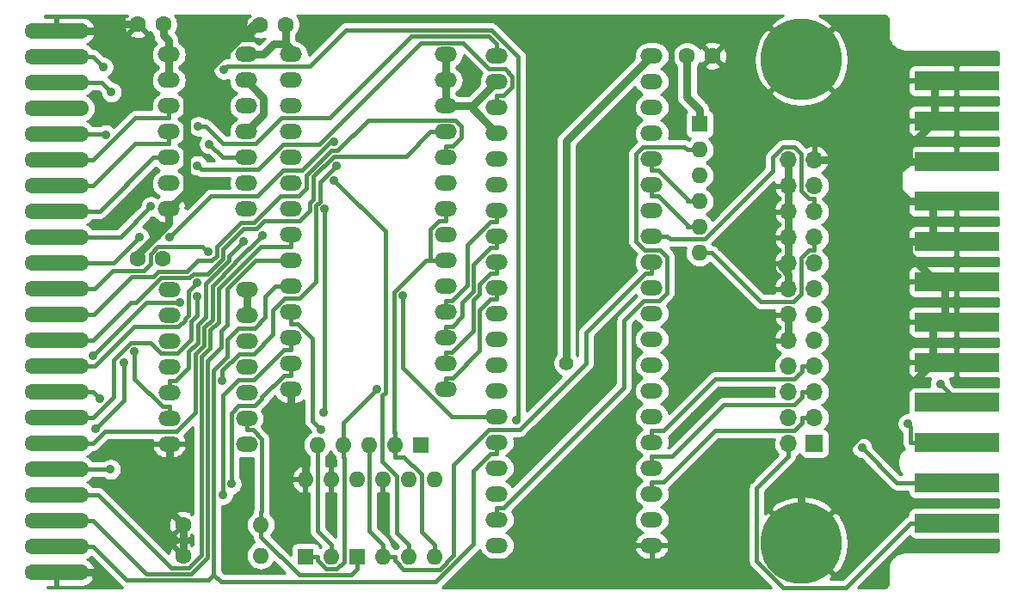
<source format=gbl>
G04 #@! TF.GenerationSoftware,KiCad,Pcbnew,(5.1.2-1)-1*
G04 #@! TF.CreationDate,2019-05-25T08:59:50+02:00*
G04 #@! TF.ProjectId,IEC64,49454336-342e-46b6-9963-61645f706362,1.2*
G04 #@! TF.SameCoordinates,Original*
G04 #@! TF.FileFunction,Copper,L2,Bot*
G04 #@! TF.FilePolarity,Positive*
%FSLAX46Y46*%
G04 Gerber Fmt 4.6, Leading zero omitted, Abs format (unit mm)*
G04 Created by KiCad (PCBNEW (5.1.2-1)-1) date 2019-05-25 08:59:50*
%MOMM*%
%LPD*%
G04 APERTURE LIST*
%ADD10O,6.350000X1.524000*%
%ADD11C,1.600000*%
%ADD12R,8.255000X1.905000*%
%ADD13O,1.700000X1.700000*%
%ADD14R,1.700000X1.700000*%
%ADD15R,1.600000X1.600000*%
%ADD16O,1.600000X1.600000*%
%ADD17O,2.200000X1.500000*%
%ADD18C,8.000000*%
%ADD19C,1.400000*%
%ADD20C,0.900000*%
%ADD21C,0.800000*%
%ADD22C,0.400000*%
%ADD23C,0.254000*%
G04 APERTURE END LIST*
D10*
X101346400Y-77851000D03*
X101346400Y-75311000D03*
X101346400Y-70231000D03*
X101346400Y-113411000D03*
X101346400Y-72771000D03*
X101346400Y-118491000D03*
X101346400Y-93091000D03*
X101346400Y-90551000D03*
X101346400Y-80391000D03*
X101346400Y-100711000D03*
X101346400Y-103251000D03*
X101346400Y-95631000D03*
X101346400Y-82931000D03*
X101346400Y-108331000D03*
X101346400Y-67691000D03*
X101346400Y-88011000D03*
X101346400Y-110871000D03*
X101346400Y-98171000D03*
X101346400Y-115951000D03*
X101346400Y-105791000D03*
X101346400Y-85471000D03*
X101346400Y-121031000D03*
D11*
X123875000Y-67050000D03*
X121375000Y-67050000D03*
X165875000Y-70125000D03*
X163375000Y-70125000D03*
X111800000Y-90125000D03*
X109300000Y-90125000D03*
X109325000Y-67025000D03*
X111825000Y-67025000D03*
D12*
X189890000Y-116179600D03*
X189890000Y-112217200D03*
X189890000Y-108254800D03*
X189890000Y-104292400D03*
X189890000Y-100330000D03*
X189890000Y-96367600D03*
X189890000Y-92405200D03*
X189890000Y-88442800D03*
X189890000Y-84480400D03*
X189890000Y-80520540D03*
X189890000Y-76555600D03*
X189890000Y-72593200D03*
D13*
X173355000Y-80391000D03*
X175895000Y-80391000D03*
X173355000Y-82931000D03*
X175895000Y-82931000D03*
X173355000Y-85471000D03*
X175895000Y-85471000D03*
X173355000Y-88011000D03*
X175895000Y-88011000D03*
X173355000Y-90551000D03*
X175895000Y-90551000D03*
X173355000Y-93091000D03*
X175895000Y-93091000D03*
X173355000Y-95631000D03*
X175895000Y-95631000D03*
X173355000Y-98171000D03*
X175895000Y-98171000D03*
X173355000Y-100711000D03*
X175895000Y-100711000D03*
X173355000Y-103251000D03*
X175895000Y-103251000D03*
X173355000Y-105791000D03*
X175895000Y-105791000D03*
X173355000Y-108331000D03*
D14*
X175895000Y-108331000D03*
D15*
X125822000Y-119498000D03*
D16*
X128362000Y-111878000D03*
X128362000Y-119498000D03*
X125822000Y-111878000D03*
D15*
X130902000Y-119498000D03*
D16*
X138522000Y-111878000D03*
X133442000Y-119498000D03*
X135982000Y-111878000D03*
X135982000Y-119498000D03*
X133442000Y-111878000D03*
X138522000Y-119498000D03*
X130902000Y-111878000D03*
D17*
X112412000Y-93154000D03*
X112412000Y-95694000D03*
X112412000Y-98234000D03*
X112412000Y-100774000D03*
X112412000Y-103314000D03*
X112412000Y-105854000D03*
X112412000Y-108394000D03*
X120032000Y-108394000D03*
X120032000Y-105854000D03*
X120032000Y-103314000D03*
X120032000Y-100774000D03*
X120032000Y-98234000D03*
X120032000Y-95694000D03*
X120032000Y-93154000D03*
X120002000Y-70002000D03*
X120002000Y-72542000D03*
X120002000Y-75082000D03*
X120002000Y-77622000D03*
X120002000Y-80162000D03*
X120002000Y-82702000D03*
X120002000Y-85242000D03*
X112382000Y-85242000D03*
X112382000Y-82702000D03*
X112382000Y-80162000D03*
X112382000Y-77622000D03*
X112382000Y-75082000D03*
X112382000Y-72542000D03*
X112382000Y-70002000D03*
X159886000Y-118380000D03*
X159886000Y-115840000D03*
X159886000Y-113300000D03*
X159886000Y-110760000D03*
X159886000Y-108220000D03*
X159886000Y-105680000D03*
X159886000Y-103140000D03*
X159886000Y-100600000D03*
X159886000Y-98060000D03*
X159886000Y-95520000D03*
X159886000Y-92980000D03*
X159886000Y-90440000D03*
X159886000Y-87900000D03*
X159886000Y-85360000D03*
X159886000Y-82820000D03*
X159886000Y-80280000D03*
X159886000Y-77740000D03*
X159886000Y-75200000D03*
X159886000Y-72660000D03*
X159886000Y-70120000D03*
X144646000Y-70120000D03*
X144646000Y-72660000D03*
X144646000Y-75200000D03*
X144646000Y-77740000D03*
X144646000Y-80280000D03*
X144646000Y-82820000D03*
X144646000Y-85360000D03*
X144646000Y-87900000D03*
X144646000Y-90440000D03*
X144646000Y-92980000D03*
X144646000Y-95520000D03*
X144646000Y-98060000D03*
X144646000Y-100600000D03*
X144646000Y-103140000D03*
X144646000Y-105680000D03*
X144646000Y-108220000D03*
X144646000Y-110760000D03*
X144646000Y-113300000D03*
X144646000Y-115840000D03*
X144646000Y-118380000D03*
X124396000Y-69996000D03*
X124396000Y-72536000D03*
X124396000Y-75076000D03*
X124396000Y-77616000D03*
X124396000Y-80156000D03*
X124396000Y-82696000D03*
X124396000Y-85236000D03*
X124396000Y-87776000D03*
X124396000Y-90316000D03*
X124396000Y-92856000D03*
X124396000Y-95396000D03*
X124396000Y-97936000D03*
X124396000Y-100476000D03*
X124396000Y-103016000D03*
X139636000Y-103016000D03*
X139636000Y-100476000D03*
X139636000Y-97936000D03*
X139636000Y-95396000D03*
X139636000Y-92856000D03*
X139636000Y-90316000D03*
X139636000Y-87776000D03*
X139636000Y-85236000D03*
X139636000Y-82696000D03*
X139636000Y-80156000D03*
X139636000Y-77616000D03*
X139636000Y-75076000D03*
X139636000Y-72536000D03*
X139636000Y-69996000D03*
D18*
X174625000Y-70485000D03*
X174625000Y-118110000D03*
D15*
X137160000Y-108458000D03*
D16*
X134620000Y-108458000D03*
X132080000Y-108458000D03*
X129540000Y-108458000D03*
X127000000Y-108458000D03*
D15*
X164600000Y-76850000D03*
D16*
X164600000Y-79390000D03*
X164600000Y-81930000D03*
X164600000Y-84470000D03*
X164600000Y-87010000D03*
X164600000Y-89550000D03*
D11*
X113792000Y-119380000D03*
D16*
X121412000Y-119380000D03*
X121412000Y-116332000D03*
D11*
X113792000Y-116332000D03*
D19*
X105505200Y-121387600D03*
D20*
X150975000Y-77050000D03*
X148550000Y-114075000D03*
X148025000Y-94975000D03*
X154500000Y-89950000D03*
X148525000Y-109075000D03*
X118825000Y-117275000D03*
X142100000Y-72100000D03*
X164300000Y-99825000D03*
X169050000Y-111325000D03*
X178750000Y-111625000D03*
X184125000Y-78650000D03*
X183250000Y-83350000D03*
X183850000Y-88100000D03*
X183900000Y-91325000D03*
X183625000Y-94250000D03*
X183625000Y-97050000D03*
X183425000Y-100675000D03*
X162625000Y-102775000D03*
X169050000Y-103225000D03*
X164075000Y-105650000D03*
X116550000Y-75100000D03*
X107900000Y-75100000D03*
X107150000Y-86400000D03*
X110425000Y-115275000D03*
X107925000Y-113600000D03*
X185350000Y-118500000D03*
X106650500Y-110881200D03*
X127567300Y-105233100D03*
X127708000Y-85236000D03*
X135420000Y-93791800D03*
X106728500Y-73721100D03*
X180580000Y-108776400D03*
X185081400Y-106393300D03*
X188275200Y-102467100D03*
X106193800Y-77905500D03*
X116339000Y-78828400D03*
X105926700Y-71236000D03*
X117797000Y-71489500D03*
X146591800Y-106020200D03*
X116260200Y-89478200D03*
X109492000Y-88015800D03*
X112491500Y-88015800D03*
X128632300Y-78603500D03*
X115192600Y-92452700D03*
X105557600Y-103886900D03*
X117650700Y-102112100D03*
X128879400Y-80965600D03*
X121598500Y-87806700D03*
X110617200Y-84981600D03*
X115192400Y-93871300D03*
X115284000Y-77081400D03*
X115200100Y-80945400D03*
X109013700Y-99287100D03*
X107973800Y-100372300D03*
X105165700Y-106884100D03*
X127391100Y-107001100D03*
X117683900Y-113399500D03*
X118534200Y-112338600D03*
X104921700Y-99655600D03*
X113491700Y-94413300D03*
X128658000Y-82437900D03*
X119760300Y-88407100D03*
X132821000Y-102983800D03*
D19*
X151498200Y-100433600D03*
D21*
X121375000Y-67050000D02*
X120693900Y-67050000D01*
X120693900Y-67050000D02*
X114149800Y-73594100D01*
X114149800Y-73594100D02*
X114149800Y-83474200D01*
X114149800Y-83474200D02*
X112382000Y-85242000D01*
X101346400Y-67691000D02*
X105121700Y-67691000D01*
X109325000Y-67025000D02*
X105787700Y-67025000D01*
X105787700Y-67025000D02*
X105121700Y-67691000D01*
X184154200Y-81260600D02*
X178214900Y-81260600D01*
X178214900Y-81260600D02*
X177345300Y-80391000D01*
X185162200Y-80520500D02*
X184422100Y-81260600D01*
X184422100Y-81260600D02*
X184154200Y-81260600D01*
X184154200Y-81260600D02*
X184154200Y-83472400D01*
X184154200Y-83472400D02*
X185162200Y-84480400D01*
X175895000Y-80391000D02*
X177345300Y-80391000D01*
X112412000Y-109744300D02*
X112412000Y-114952000D01*
X112412000Y-114952000D02*
X113792000Y-116332000D01*
X173355000Y-88011000D02*
X173355000Y-90551000D01*
X173355000Y-85471000D02*
X173355000Y-88011000D01*
X109300000Y-90125000D02*
X109300100Y-90125000D01*
X109300100Y-90125000D02*
X109300100Y-89693100D01*
X109300100Y-89693100D02*
X112382000Y-86611200D01*
X112382000Y-86611200D02*
X112382000Y-86592300D01*
X113792000Y-116332000D02*
X113792000Y-119380000D01*
X112412000Y-108394000D02*
X112412000Y-109744300D01*
X112382000Y-85242000D02*
X112382000Y-86592300D01*
X105121700Y-121031000D02*
X105148600Y-121031000D01*
X105148600Y-121031000D02*
X105505200Y-121387600D01*
X101346400Y-121031000D02*
X105121700Y-121031000D01*
X173355000Y-93091000D02*
X173355000Y-91640700D01*
X172629900Y-90551000D02*
X172629900Y-90915600D01*
X172629900Y-90915600D02*
X173355000Y-91640700D01*
X173355000Y-90551000D02*
X172629900Y-90551000D01*
X188708100Y-96367600D02*
X187526100Y-96367600D01*
X189890000Y-96367600D02*
X188708100Y-96367600D01*
X188708100Y-96367600D02*
X188708100Y-92405200D01*
X187526100Y-84480400D02*
X185162200Y-84480400D01*
X189890000Y-84480400D02*
X187526100Y-84480400D01*
X187526100Y-88442800D02*
X185162200Y-88442800D01*
X189890000Y-88442800D02*
X187526100Y-88442800D01*
X187526100Y-84480400D02*
X187526100Y-88442800D01*
X188708100Y-92405200D02*
X187908100Y-92405200D01*
X187908100Y-92405200D02*
X185162200Y-89659300D01*
X185162200Y-89659300D02*
X185162200Y-88442800D01*
X189890000Y-92405200D02*
X188708100Y-92405200D01*
X187725000Y-76555600D02*
X185162200Y-79118400D01*
X185162200Y-79118400D02*
X185162200Y-80520500D01*
X189890000Y-80520500D02*
X185162200Y-80520500D01*
X187526100Y-72593200D02*
X187725000Y-72792100D01*
X187725000Y-72792100D02*
X187725000Y-76555600D01*
X189890000Y-72593200D02*
X187526100Y-72593200D01*
X174625000Y-118110000D02*
X174625000Y-113231100D01*
X174625000Y-113231100D02*
X187526100Y-100330000D01*
X187526100Y-96367600D02*
X187526100Y-100330000D01*
X125822000Y-110477700D02*
X124396000Y-109051700D01*
X124396000Y-109051700D02*
X124396000Y-104366300D01*
X124396000Y-103016000D02*
X124396000Y-104366300D01*
X189890000Y-100330000D02*
X187526100Y-100330000D01*
X189890000Y-76555600D02*
X187725000Y-76555600D01*
X173355000Y-82931000D02*
X173355000Y-80391000D01*
X173355000Y-85471000D02*
X173355000Y-82931000D01*
X173355000Y-98171000D02*
X173355000Y-95631000D01*
X125822000Y-111878000D02*
X125822000Y-110477700D01*
D22*
X104921700Y-110871000D02*
X106640300Y-110871000D01*
X106640300Y-110871000D02*
X106650500Y-110881200D01*
X127708000Y-85236000D02*
X127708000Y-105092400D01*
X127708000Y-105092400D02*
X127567300Y-105233100D01*
X101346400Y-110871000D02*
X104921700Y-110871000D01*
X101346400Y-113411000D02*
X105437500Y-113411000D01*
X105437500Y-113411000D02*
X112629700Y-120603200D01*
X112629700Y-120603200D02*
X114319400Y-120603200D01*
X114319400Y-120603200D02*
X115595000Y-119327600D01*
X115595000Y-119327600D02*
X115595000Y-99752700D01*
X115595000Y-99752700D02*
X116431200Y-98916500D01*
X116431200Y-98916500D02*
X116431200Y-97176400D01*
X116431200Y-97176400D02*
X117243600Y-96364000D01*
X117243600Y-96364000D02*
X117243600Y-93092900D01*
X117243600Y-93092900D02*
X121410100Y-88926400D01*
X121410100Y-88926400D02*
X121410100Y-88926300D01*
X121410100Y-88926300D02*
X124396000Y-88926300D01*
X124396000Y-87776000D02*
X124396000Y-88926300D01*
X104921700Y-115951000D02*
X110174200Y-121203500D01*
X110174200Y-121203500D02*
X114568000Y-121203500D01*
X114568000Y-121203500D02*
X116195300Y-119576200D01*
X116195300Y-119576200D02*
X116195300Y-100213300D01*
X116195300Y-100213300D02*
X117543600Y-98865000D01*
X117543600Y-98865000D02*
X117543600Y-97244000D01*
X117543600Y-97244000D02*
X118144100Y-96643500D01*
X118144100Y-96643500D02*
X118144100Y-93059300D01*
X118144100Y-93059300D02*
X120887300Y-90316100D01*
X120887300Y-90316100D02*
X122895700Y-90316100D01*
X122895700Y-90316100D02*
X122895700Y-90316000D01*
X135420000Y-93791800D02*
X135420000Y-100841200D01*
X135420000Y-100841200D02*
X140258800Y-105680000D01*
X140258800Y-105680000D02*
X144646000Y-105680000D01*
X124396000Y-90316000D02*
X122895700Y-90316000D01*
X101346400Y-115951000D02*
X104921700Y-115951000D01*
X104921700Y-118491000D02*
X108234500Y-121803800D01*
X108234500Y-121803800D02*
X116230000Y-121803800D01*
X116230000Y-121803800D02*
X116795600Y-121238200D01*
X116795600Y-121238200D02*
X116795600Y-101098600D01*
X116795600Y-101098600D02*
X118143900Y-99750300D01*
X118143900Y-99750300D02*
X118143900Y-98053700D01*
X118143900Y-98053700D02*
X119233600Y-96964000D01*
X119233600Y-96964000D02*
X120811600Y-96964000D01*
X120811600Y-96964000D02*
X121882300Y-95893300D01*
X121882300Y-95893300D02*
X121882300Y-93869400D01*
X121882300Y-93869400D02*
X122895700Y-92856000D01*
X144646000Y-109370300D02*
X144026000Y-109370300D01*
X144026000Y-109370300D02*
X142343300Y-111053000D01*
X142343300Y-111053000D02*
X142343300Y-118271300D01*
X142343300Y-118271300D02*
X138643100Y-121971500D01*
X138643100Y-121971500D02*
X117528900Y-121971500D01*
X117528900Y-121971500D02*
X116795600Y-121238200D01*
X144646000Y-108220000D02*
X144646000Y-109370300D01*
X124396000Y-92856000D02*
X122895700Y-92856000D01*
X101346400Y-118491000D02*
X104921700Y-118491000D01*
X110881700Y-80162000D02*
X105572700Y-85471000D01*
X105572700Y-85471000D02*
X104921700Y-85471000D01*
X101346400Y-85471000D02*
X104921700Y-85471000D01*
X112382000Y-80162000D02*
X110881700Y-80162000D01*
X175895000Y-105791000D02*
X174644700Y-105791000D01*
X159886000Y-113300000D02*
X159886000Y-112149700D01*
X159886000Y-112149700D02*
X161036300Y-112149700D01*
X161036300Y-112149700D02*
X166125000Y-107061000D01*
X166125000Y-107061000D02*
X173892800Y-107061000D01*
X173892800Y-107061000D02*
X174644700Y-106309100D01*
X174644700Y-106309100D02*
X174644700Y-105791000D01*
X159886000Y-109609700D02*
X161885100Y-109609700D01*
X161885100Y-109609700D02*
X166973800Y-104521000D01*
X166973800Y-104521000D02*
X173892800Y-104521000D01*
X173892800Y-104521000D02*
X174644700Y-103769100D01*
X174644700Y-103769100D02*
X174644700Y-103251000D01*
X175895000Y-103251000D02*
X174644700Y-103251000D01*
X159886000Y-110760000D02*
X159886000Y-109609700D01*
X175895000Y-100711000D02*
X174644700Y-100711000D01*
X159886000Y-108220000D02*
X159886000Y-107069700D01*
X159886000Y-107069700D02*
X161036300Y-107069700D01*
X161036300Y-107069700D02*
X166125000Y-101981000D01*
X166125000Y-101981000D02*
X173892800Y-101981000D01*
X173892800Y-101981000D02*
X174644700Y-101229100D01*
X174644700Y-101229100D02*
X174644700Y-100711000D01*
X159886000Y-82820000D02*
X159886000Y-83970300D01*
X164600000Y-87010000D02*
X163399700Y-87010000D01*
X163399700Y-87010000D02*
X163399700Y-86833700D01*
X163399700Y-86833700D02*
X160536300Y-83970300D01*
X160536300Y-83970300D02*
X159886000Y-83970300D01*
X159886000Y-80280000D02*
X159886000Y-81430300D01*
X164600000Y-84470000D02*
X163399700Y-84470000D01*
X163399700Y-84470000D02*
X163399700Y-84293700D01*
X163399700Y-84293700D02*
X160536300Y-81430300D01*
X160536300Y-81430300D02*
X159886000Y-81430300D01*
X175895000Y-88011000D02*
X175895000Y-89261300D01*
X164600000Y-89550000D02*
X165800300Y-89550000D01*
X165800300Y-89550000D02*
X170591700Y-94341400D01*
X170591700Y-94341400D02*
X173875600Y-94341400D01*
X173875600Y-94341400D02*
X174625000Y-93592000D01*
X174625000Y-93592000D02*
X174625000Y-90013200D01*
X174625000Y-90013200D02*
X175376900Y-89261300D01*
X175376900Y-89261300D02*
X175895000Y-89261300D01*
X104921700Y-72771000D02*
X105778400Y-72771000D01*
X105778400Y-72771000D02*
X106728500Y-73721100D01*
X101346400Y-72771000D02*
X104921700Y-72771000D01*
X175895000Y-85471000D02*
X175895000Y-84220700D01*
X159886000Y-87900000D02*
X161386300Y-87900000D01*
X161386300Y-87900000D02*
X161700200Y-88213900D01*
X161700200Y-88213900D02*
X165097500Y-88213900D01*
X165097500Y-88213900D02*
X171786200Y-81525200D01*
X171786200Y-81525200D02*
X171786200Y-80155100D01*
X171786200Y-80155100D02*
X172855200Y-79086100D01*
X172855200Y-79086100D02*
X173893300Y-79086100D01*
X173893300Y-79086100D02*
X174625000Y-79817800D01*
X174625000Y-79817800D02*
X174625000Y-83468800D01*
X174625000Y-83468800D02*
X175376900Y-84220700D01*
X175376900Y-84220700D02*
X175895000Y-84220700D01*
X189890000Y-116179600D02*
X185362200Y-116179600D01*
X173355000Y-108331000D02*
X173355000Y-109581300D01*
X173355000Y-109581300D02*
X170221700Y-112714600D01*
X170221700Y-112714600D02*
X170221700Y-119942700D01*
X170221700Y-119942700D02*
X172817300Y-122538300D01*
X172817300Y-122538300D02*
X179003500Y-122538300D01*
X179003500Y-122538300D02*
X185362200Y-116179600D01*
X185362200Y-112217200D02*
X184020800Y-112217200D01*
X184020800Y-112217200D02*
X180580000Y-108776400D01*
X189890000Y-112217200D02*
X185362200Y-112217200D01*
X185362200Y-108254800D02*
X185362200Y-106674100D01*
X185362200Y-106674100D02*
X185081400Y-106393300D01*
X189890000Y-108254800D02*
X185362200Y-108254800D01*
X188275200Y-102467100D02*
X189890000Y-104081900D01*
X189890000Y-104081900D02*
X189890000Y-104292400D01*
X104921700Y-77851000D02*
X106139300Y-77851000D01*
X106139300Y-77851000D02*
X106193800Y-77905500D01*
X101346400Y-77851000D02*
X104921700Y-77851000D01*
X120002000Y-80162000D02*
X117672600Y-80162000D01*
X117672600Y-80162000D02*
X116339000Y-78828400D01*
X146591800Y-106020200D02*
X146776500Y-105835500D01*
X146776500Y-105835500D02*
X146776500Y-70251000D01*
X146776500Y-70251000D02*
X144105500Y-67580000D01*
X144105500Y-67580000D02*
X129794700Y-67580000D01*
X129794700Y-67580000D02*
X126222400Y-71152300D01*
X126222400Y-71152300D02*
X118134100Y-71152300D01*
X118134100Y-71152300D02*
X118134100Y-71152400D01*
X118134100Y-71152400D02*
X117797000Y-71489500D01*
X105926700Y-71236000D02*
X104921700Y-70231000D01*
X101346400Y-70231000D02*
X104921700Y-70231000D01*
X116260200Y-89478200D02*
X115706600Y-88924600D01*
X115706600Y-88924600D02*
X111288100Y-88924600D01*
X111288100Y-88924600D02*
X110550000Y-89662700D01*
X110550000Y-89662700D02*
X110550000Y-90659300D01*
X110550000Y-90659300D02*
X109883900Y-91325400D01*
X109883900Y-91325400D02*
X106862200Y-91325400D01*
X106862200Y-91325400D02*
X105096600Y-93091000D01*
X105096600Y-93091000D02*
X101346400Y-93091000D01*
X128632300Y-78603500D02*
X128278600Y-78603500D01*
X128278600Y-78603500D02*
X125456100Y-81426000D01*
X125456100Y-81426000D02*
X123657500Y-81426000D01*
X123657500Y-81426000D02*
X121111500Y-83972000D01*
X121111500Y-83972000D02*
X116535300Y-83972000D01*
X116535300Y-83972000D02*
X112491500Y-88015800D01*
X109492000Y-88015800D02*
X106956800Y-90551000D01*
X106956800Y-90551000D02*
X101346400Y-90551000D01*
X104921700Y-80391000D02*
X109080400Y-76232300D01*
X109080400Y-76232300D02*
X112382000Y-76232300D01*
X101346400Y-80391000D02*
X104921700Y-80391000D01*
X112382000Y-75082000D02*
X112382000Y-76232300D01*
X101346400Y-100711000D02*
X105097700Y-100711000D01*
X105097700Y-100711000D02*
X108963300Y-96845400D01*
X108963300Y-96845400D02*
X113303900Y-96845400D01*
X113303900Y-96845400D02*
X113941800Y-96207500D01*
X113941800Y-96207500D02*
X113941800Y-96073000D01*
X113941800Y-96073000D02*
X114342100Y-95672700D01*
X114342100Y-95672700D02*
X114342100Y-93303200D01*
X114342100Y-93303200D02*
X115192600Y-92452700D01*
X128879400Y-80965600D02*
X127233700Y-82611300D01*
X127233700Y-82611300D02*
X127233700Y-84507800D01*
X127233700Y-84507800D02*
X126857700Y-84883800D01*
X126857700Y-84883800D02*
X126857700Y-92399300D01*
X126857700Y-92399300D02*
X125250600Y-94006400D01*
X125250600Y-94006400D02*
X123808600Y-94006400D01*
X123808600Y-94006400D02*
X122647000Y-95168000D01*
X122647000Y-95168000D02*
X122647000Y-97608300D01*
X122647000Y-97608300D02*
X120751300Y-99504000D01*
X120751300Y-99504000D02*
X119279900Y-99504000D01*
X119279900Y-99504000D02*
X117650700Y-101133200D01*
X117650700Y-101133200D02*
X117650700Y-102112100D01*
X104921700Y-103251000D02*
X105557600Y-103886900D01*
X101346400Y-103251000D02*
X104921700Y-103251000D01*
X101346400Y-95631000D02*
X105038300Y-95631000D01*
X105038300Y-95631000D02*
X108743500Y-91925800D01*
X108743500Y-91925800D02*
X110814500Y-91925800D01*
X110814500Y-91925800D02*
X111336900Y-91403400D01*
X111336900Y-91403400D02*
X114140100Y-91403400D01*
X114140100Y-91403400D02*
X115215000Y-90328500D01*
X115215000Y-90328500D02*
X116612400Y-90328500D01*
X116612400Y-90328500D02*
X117110500Y-89830400D01*
X117110500Y-89830400D02*
X117110500Y-88963300D01*
X117110500Y-88963300D02*
X119480100Y-86593700D01*
X119480100Y-86593700D02*
X120760200Y-86593700D01*
X120760200Y-86593700D02*
X123387900Y-83966000D01*
X123387900Y-83966000D02*
X125123800Y-83966000D01*
X125123800Y-83966000D02*
X125909400Y-83180400D01*
X125909400Y-83180400D02*
X125909400Y-81884100D01*
X125909400Y-81884100D02*
X128339700Y-79453800D01*
X128339700Y-79453800D02*
X128984500Y-79453800D01*
X128984500Y-79453800D02*
X131976900Y-76461400D01*
X131976900Y-76461400D02*
X140520900Y-76461400D01*
X140520900Y-76461400D02*
X141146700Y-77087200D01*
X141146700Y-77087200D02*
X141146700Y-78142000D01*
X141146700Y-78142000D02*
X140283000Y-79005700D01*
X140283000Y-79005700D02*
X139636000Y-79005700D01*
X139636000Y-80156000D02*
X139636000Y-79005700D01*
X104921700Y-82931000D02*
X109080400Y-78772300D01*
X109080400Y-78772300D02*
X112382000Y-78772300D01*
X101346400Y-82931000D02*
X104921700Y-82931000D01*
X112382000Y-77622000D02*
X112382000Y-78772300D01*
X104921700Y-108331000D02*
X106084000Y-107168700D01*
X106084000Y-107168700D02*
X113135800Y-107168700D01*
X113135800Y-107168700D02*
X114994700Y-105309800D01*
X114994700Y-105309800D02*
X114994700Y-99504100D01*
X114994700Y-99504100D02*
X115830900Y-98667900D01*
X115830900Y-98667900D02*
X115830900Y-96927800D01*
X115830900Y-96927800D02*
X116643300Y-96115400D01*
X116643300Y-96115400D02*
X116643300Y-92844300D01*
X116643300Y-92844300D02*
X118911400Y-90576200D01*
X118911400Y-90576200D02*
X118911400Y-90493800D01*
X118911400Y-90493800D02*
X121598500Y-87806700D01*
X101346400Y-108331000D02*
X104921700Y-108331000D01*
X101346400Y-88011000D02*
X107587800Y-88011000D01*
X107587800Y-88011000D02*
X110617200Y-84981600D01*
X104921700Y-98171000D02*
X108668800Y-94423900D01*
X108668800Y-94423900D02*
X108668800Y-94423800D01*
X108668800Y-94423800D02*
X109165400Y-94423800D01*
X109165400Y-94423800D02*
X111585500Y-92003700D01*
X111585500Y-92003700D02*
X114439200Y-92003700D01*
X114439200Y-92003700D02*
X114840500Y-91602400D01*
X114840500Y-91602400D02*
X116187400Y-91602400D01*
X116187400Y-91602400D02*
X117710800Y-90079000D01*
X117710800Y-90079000D02*
X117710800Y-89211900D01*
X117710800Y-89211900D02*
X119728700Y-87194000D01*
X119728700Y-87194000D02*
X121008800Y-87194000D01*
X121008800Y-87194000D02*
X121781300Y-86421500D01*
X121781300Y-86421500D02*
X125194300Y-86421500D01*
X125194300Y-86421500D02*
X126257400Y-85358400D01*
X126257400Y-85358400D02*
X126257400Y-84635200D01*
X126257400Y-84635200D02*
X126629400Y-84263200D01*
X126629400Y-84263200D02*
X126629400Y-82013000D01*
X126629400Y-82013000D02*
X128588300Y-80054100D01*
X128588300Y-80054100D02*
X135697600Y-80054100D01*
X135697600Y-80054100D02*
X138135700Y-77616000D01*
X139636000Y-77616000D02*
X138135700Y-77616000D01*
X101346400Y-98171000D02*
X104921700Y-98171000D01*
X115192400Y-93871300D02*
X115192400Y-95671300D01*
X115192400Y-95671300D02*
X114542100Y-96321600D01*
X114542100Y-96321600D02*
X114542100Y-98109800D01*
X114542100Y-98109800D02*
X113230500Y-99421400D01*
X113230500Y-99421400D02*
X111566700Y-99421400D01*
X111566700Y-99421400D02*
X110578000Y-98432700D01*
X110578000Y-98432700D02*
X108657200Y-98432700D01*
X108657200Y-98432700D02*
X106943200Y-100146700D01*
X106943200Y-100146700D02*
X106943200Y-103769500D01*
X106943200Y-103769500D02*
X104921700Y-105791000D01*
X101346400Y-105791000D02*
X104921700Y-105791000D01*
X144646000Y-68969700D02*
X143902600Y-68226300D01*
X143902600Y-68226300D02*
X136239400Y-68226300D01*
X136239400Y-68226300D02*
X128239300Y-76226400D01*
X128239300Y-76226400D02*
X123447800Y-76226400D01*
X123447800Y-76226400D02*
X120901800Y-78772400D01*
X120901800Y-78772400D02*
X117683500Y-78772400D01*
X117683500Y-78772400D02*
X115992500Y-77081400D01*
X115992500Y-77081400D02*
X115284000Y-77081400D01*
X144646000Y-70120000D02*
X144646000Y-68969700D01*
X144646000Y-75200000D02*
X144646000Y-74049700D01*
X144646000Y-74049700D02*
X145293000Y-74049700D01*
X145293000Y-74049700D02*
X146176100Y-73166600D01*
X146176100Y-73166600D02*
X146176100Y-72137000D01*
X146176100Y-72137000D02*
X145429100Y-71390000D01*
X145429100Y-71390000D02*
X143877100Y-71390000D01*
X143877100Y-71390000D02*
X141313800Y-68826700D01*
X141313800Y-68826700D02*
X137206300Y-68826700D01*
X137206300Y-68826700D02*
X127147000Y-78886000D01*
X127147000Y-78886000D02*
X123658300Y-78886000D01*
X123658300Y-78886000D02*
X121201000Y-81343300D01*
X121201000Y-81343300D02*
X115598000Y-81343300D01*
X115598000Y-81343300D02*
X115200100Y-80945400D01*
X112412000Y-105854000D02*
X112412000Y-104703700D01*
X112412000Y-104703700D02*
X111765000Y-104703700D01*
X111765000Y-104703700D02*
X109013700Y-101952400D01*
X109013700Y-101952400D02*
X109013700Y-99287100D01*
X107973800Y-100372300D02*
X107973800Y-104076000D01*
X107973800Y-104076000D02*
X105165700Y-106884100D01*
X124396000Y-95396000D02*
X124396000Y-96546300D01*
X124396000Y-96546300D02*
X125043000Y-96546300D01*
X125043000Y-96546300D02*
X126473400Y-97976700D01*
X126473400Y-97976700D02*
X126473400Y-106083400D01*
X126473400Y-106083400D02*
X127391100Y-107001100D01*
X124396000Y-99086300D02*
X123734700Y-99086300D01*
X123734700Y-99086300D02*
X120777000Y-102044000D01*
X120777000Y-102044000D02*
X119259000Y-102044000D01*
X119259000Y-102044000D02*
X117683900Y-103619100D01*
X117683900Y-103619100D02*
X117683900Y-113399500D01*
X124396000Y-97936000D02*
X124396000Y-99086300D01*
X124396000Y-100476000D02*
X124396000Y-101626300D01*
X124396000Y-101626300D02*
X123669300Y-101626300D01*
X123669300Y-101626300D02*
X121537200Y-103758400D01*
X121537200Y-103758400D02*
X121537200Y-103899600D01*
X121537200Y-103899600D02*
X120852800Y-104584000D01*
X120852800Y-104584000D02*
X119256900Y-104584000D01*
X119256900Y-104584000D02*
X118520700Y-105320200D01*
X118520700Y-105320200D02*
X118520700Y-112325100D01*
X118520700Y-112325100D02*
X118534200Y-112338600D01*
X144646000Y-92980000D02*
X144646000Y-94130300D01*
X139636000Y-103016000D02*
X139636000Y-101865700D01*
X139636000Y-101865700D02*
X140283000Y-101865700D01*
X140283000Y-101865700D02*
X142970000Y-99178700D01*
X142970000Y-99178700D02*
X142970000Y-95219000D01*
X142970000Y-95219000D02*
X144058700Y-94130300D01*
X144058700Y-94130300D02*
X144646000Y-94130300D01*
X139636000Y-99325700D02*
X140256000Y-99325700D01*
X140256000Y-99325700D02*
X142338100Y-97243600D01*
X142338100Y-97243600D02*
X142338100Y-94202100D01*
X142338100Y-94202100D02*
X142938500Y-93601700D01*
X142938500Y-93601700D02*
X142938500Y-92677800D01*
X142938500Y-92677800D02*
X144026000Y-91590300D01*
X144026000Y-91590300D02*
X144646000Y-91590300D01*
X139636000Y-100476000D02*
X139636000Y-99325700D01*
X144646000Y-90440000D02*
X144646000Y-91590300D01*
X144646000Y-87900000D02*
X144646000Y-89050300D01*
X139636000Y-97936000D02*
X139636000Y-96785700D01*
X139636000Y-96785700D02*
X140283000Y-96785700D01*
X140283000Y-96785700D02*
X141268900Y-95799800D01*
X141268900Y-95799800D02*
X141268900Y-94422200D01*
X141268900Y-94422200D02*
X142338200Y-93352900D01*
X142338200Y-93352900D02*
X142338200Y-90738100D01*
X142338200Y-90738100D02*
X144026000Y-89050300D01*
X144026000Y-89050300D02*
X144646000Y-89050300D01*
X144646000Y-86510300D02*
X144026000Y-86510300D01*
X144026000Y-86510300D02*
X141737800Y-88798500D01*
X141737800Y-88798500D02*
X141737800Y-92744300D01*
X141737800Y-92744300D02*
X140236400Y-94245700D01*
X140236400Y-94245700D02*
X139636000Y-94245700D01*
X144646000Y-85360000D02*
X144646000Y-86510300D01*
X139636000Y-95396000D02*
X139636000Y-94245700D01*
X104921700Y-99655600D02*
X110164000Y-94413300D01*
X110164000Y-94413300D02*
X113491700Y-94413300D01*
X135982000Y-118297700D02*
X134781700Y-117097400D01*
X134781700Y-117097400D02*
X134781700Y-111505300D01*
X134781700Y-111505300D02*
X133405100Y-110128700D01*
X133405100Y-110128700D02*
X133405100Y-103602200D01*
X133405100Y-103602200D02*
X133671300Y-103336000D01*
X133671300Y-103336000D02*
X133671300Y-87451200D01*
X133671300Y-87451200D02*
X128658000Y-82437900D01*
X135982000Y-119498000D02*
X135982000Y-118297700D01*
X112412000Y-102163700D02*
X113032000Y-102163700D01*
X113032000Y-102163700D02*
X114349100Y-100846600D01*
X114349100Y-100846600D02*
X114349100Y-99300800D01*
X114349100Y-99300800D02*
X115230600Y-98419300D01*
X115230600Y-98419300D02*
X115230600Y-96679200D01*
X115230600Y-96679200D02*
X116043000Y-95866800D01*
X116043000Y-95866800D02*
X116043000Y-92595700D01*
X116043000Y-92595700D02*
X118311100Y-90327600D01*
X118311100Y-90327600D02*
X118311100Y-89856300D01*
X118311100Y-89856300D02*
X119760300Y-88407100D01*
X112412000Y-103314000D02*
X112412000Y-102163700D01*
X144646000Y-115840000D02*
X144646000Y-114689700D01*
X164600000Y-79390000D02*
X163399700Y-79390000D01*
X163399700Y-79390000D02*
X163114700Y-79105000D01*
X163114700Y-79105000D02*
X159019900Y-79105000D01*
X159019900Y-79105000D02*
X158330900Y-79794000D01*
X158330900Y-79794000D02*
X158330900Y-88393300D01*
X158330900Y-88393300D02*
X159202000Y-89264400D01*
X159202000Y-89264400D02*
X160738400Y-89264400D01*
X160738400Y-89264400D02*
X161389400Y-89915400D01*
X161389400Y-89915400D02*
X161389400Y-93472900D01*
X161389400Y-93472900D02*
X160612300Y-94250000D01*
X160612300Y-94250000D02*
X159111500Y-94250000D01*
X159111500Y-94250000D02*
X157175700Y-96185800D01*
X157175700Y-96185800D02*
X157175700Y-102780000D01*
X157175700Y-102780000D02*
X145266000Y-114689700D01*
X145266000Y-114689700D02*
X144646000Y-114689700D01*
X130902000Y-119498000D02*
X130902000Y-120698300D01*
X121412000Y-116332000D02*
X121412000Y-117532300D01*
X121412000Y-117532300D02*
X125194600Y-121314900D01*
X125194600Y-121314900D02*
X130285400Y-121314900D01*
X130285400Y-121314900D02*
X130902000Y-120698300D01*
X121412000Y-115731800D02*
X121412000Y-116332000D01*
X120032000Y-107004300D02*
X120652000Y-107004300D01*
X120652000Y-107004300D02*
X121537400Y-107889700D01*
X121537400Y-107889700D02*
X121537400Y-115006300D01*
X121537400Y-115006300D02*
X121412000Y-115131700D01*
X121412000Y-115731800D02*
X121412000Y-115131700D01*
X120032000Y-105854000D02*
X120032000Y-107004300D01*
X134620000Y-108458000D02*
X134620000Y-107257700D01*
X138122800Y-90316000D02*
X137665800Y-90316000D01*
X137665800Y-90316000D02*
X134569700Y-93412100D01*
X134569700Y-93412100D02*
X134569700Y-107207400D01*
X134569700Y-107207400D02*
X134620000Y-107257700D01*
X138522000Y-119498000D02*
X138522000Y-118297700D01*
X134620000Y-108458000D02*
X134620000Y-109658300D01*
X134620000Y-109658300D02*
X135520200Y-109658300D01*
X135520200Y-109658300D02*
X137252000Y-111390100D01*
X137252000Y-111390100D02*
X137252000Y-117027700D01*
X137252000Y-117027700D02*
X138522000Y-118297700D01*
X138122800Y-90316000D02*
X139636000Y-90316000D01*
X139636000Y-86386300D02*
X138989000Y-86386300D01*
X138989000Y-86386300D02*
X138122800Y-87252500D01*
X138122800Y-87252500D02*
X138122800Y-90316000D01*
X139636000Y-85236000D02*
X139636000Y-86386300D01*
X133442000Y-119498000D02*
X134642300Y-119498000D01*
X159886000Y-90440000D02*
X159886000Y-91590300D01*
X159886000Y-91590300D02*
X159239000Y-91590300D01*
X159239000Y-91590300D02*
X153430400Y-97398900D01*
X153430400Y-97398900D02*
X153430400Y-100440000D01*
X153430400Y-100440000D02*
X146920400Y-106950000D01*
X146920400Y-106950000D02*
X143864700Y-106950000D01*
X143864700Y-106950000D02*
X140394800Y-110419900D01*
X140394800Y-110419900D02*
X140394800Y-119370700D01*
X140394800Y-119370700D02*
X139020800Y-120744700D01*
X139020800Y-120744700D02*
X135515900Y-120744700D01*
X135515900Y-120744700D02*
X134642300Y-119871100D01*
X134642300Y-119871100D02*
X134642300Y-119498000D01*
X133442000Y-119498000D02*
X133442000Y-118297700D01*
X132080000Y-108458000D02*
X132080000Y-109658300D01*
X132080000Y-109658300D02*
X132102400Y-109680700D01*
X132102400Y-109680700D02*
X132102400Y-116958100D01*
X132102400Y-116958100D02*
X133442000Y-118297700D01*
X129540000Y-108458000D02*
X129540000Y-109658300D01*
X129540000Y-109658300D02*
X129620800Y-109739100D01*
X129620800Y-109739100D02*
X129620800Y-119994000D01*
X129620800Y-119994000D02*
X128916500Y-120698300D01*
X128916500Y-120698300D02*
X127847400Y-120698300D01*
X127847400Y-120698300D02*
X127022300Y-119873200D01*
X127022300Y-119873200D02*
X127022300Y-119498000D01*
X129540000Y-108458000D02*
X129540000Y-106264800D01*
X129540000Y-106264800D02*
X132821000Y-102983800D01*
X125822000Y-119498000D02*
X127022300Y-119498000D01*
X128362000Y-119498000D02*
X128362000Y-118297700D01*
X127000000Y-108458000D02*
X127000000Y-109658300D01*
X127000000Y-109658300D02*
X127022400Y-109680700D01*
X127022400Y-109680700D02*
X127022400Y-116958100D01*
X127022400Y-116958100D02*
X128362000Y-118297700D01*
D21*
X120002000Y-72542000D02*
X121708200Y-74248200D01*
X121708200Y-74248200D02*
X121708200Y-75915800D01*
X121708200Y-75915800D02*
X120002000Y-77622000D01*
X159886000Y-70120000D02*
X151498200Y-78507800D01*
X151498200Y-78507800D02*
X151498200Y-100433600D01*
X139636000Y-75076000D02*
X139636000Y-73886300D01*
X142230000Y-75076000D02*
X139636000Y-75076000D01*
X139636000Y-72536000D02*
X139636000Y-69996000D01*
X139636000Y-73211100D02*
X139636000Y-72536000D01*
X139636000Y-73211100D02*
X139636000Y-73886300D01*
X144646000Y-72660000D02*
X142230000Y-75076000D01*
X142230000Y-75076000D02*
X142230000Y-75324000D01*
X142230000Y-75324000D02*
X144646000Y-77740000D01*
X164600000Y-76850000D02*
X164600000Y-75449700D01*
X164600000Y-75449700D02*
X163375000Y-74224700D01*
X163375000Y-74224700D02*
X163375000Y-70125000D01*
X123875000Y-68973000D02*
X122731300Y-68973000D01*
X122731300Y-68973000D02*
X121702300Y-70002000D01*
X124396000Y-69996000D02*
X124396000Y-69494000D01*
X124396000Y-69494000D02*
X123875000Y-68973000D01*
X123875000Y-68973000D02*
X123875000Y-67050000D01*
X120002000Y-70002000D02*
X121702300Y-70002000D01*
X120032000Y-93154000D02*
X120032000Y-95694000D01*
X112382000Y-70002000D02*
X112382000Y-68651700D01*
X112382000Y-68651700D02*
X111825000Y-68094700D01*
X111825000Y-68094700D02*
X111825000Y-67025000D01*
X112382000Y-72542000D02*
X112382000Y-70002000D01*
D23*
G36*
X185311315Y-117583285D02*
G01*
X185408006Y-117662637D01*
X185518320Y-117721602D01*
X185638018Y-117757912D01*
X185762500Y-117770172D01*
X194015001Y-117770172D01*
X194015001Y-118666485D01*
X194005778Y-118760546D01*
X193988194Y-118818787D01*
X193959635Y-118872500D01*
X193921183Y-118919646D01*
X193874310Y-118958423D01*
X193820796Y-118987358D01*
X193762677Y-119005349D01*
X193670855Y-119015000D01*
X184766353Y-119015000D01*
X184737045Y-119017887D01*
X184730933Y-119017844D01*
X184721415Y-119018777D01*
X184527318Y-119039178D01*
X184466504Y-119051661D01*
X184405519Y-119063295D01*
X184396363Y-119066059D01*
X184209925Y-119123771D01*
X184152692Y-119147830D01*
X184095127Y-119171087D01*
X184086682Y-119175577D01*
X183915006Y-119268402D01*
X183863532Y-119303122D01*
X183811582Y-119337117D01*
X183804170Y-119343162D01*
X183653793Y-119467565D01*
X183610027Y-119511638D01*
X183565689Y-119555057D01*
X183559592Y-119562426D01*
X183436242Y-119713668D01*
X183401881Y-119765386D01*
X183366809Y-119816607D01*
X183362260Y-119825020D01*
X183270635Y-119997343D01*
X183246978Y-120054739D01*
X183222519Y-120111807D01*
X183219690Y-120120943D01*
X183163281Y-120307780D01*
X183151219Y-120368698D01*
X183138314Y-120429410D01*
X183137314Y-120438922D01*
X183118269Y-120633155D01*
X183118269Y-120633164D01*
X183115000Y-120666354D01*
X183115001Y-122166486D01*
X183105778Y-122260546D01*
X183088194Y-122318787D01*
X183059635Y-122372500D01*
X183021183Y-122419646D01*
X182974310Y-122458423D01*
X182920796Y-122487358D01*
X182862677Y-122505349D01*
X182770855Y-122515000D01*
X180207667Y-122515000D01*
X185233816Y-117488852D01*
X185311315Y-117583285D01*
X185311315Y-117583285D01*
G37*
X185311315Y-117583285D02*
X185408006Y-117662637D01*
X185518320Y-117721602D01*
X185638018Y-117757912D01*
X185762500Y-117770172D01*
X194015001Y-117770172D01*
X194015001Y-118666485D01*
X194005778Y-118760546D01*
X193988194Y-118818787D01*
X193959635Y-118872500D01*
X193921183Y-118919646D01*
X193874310Y-118958423D01*
X193820796Y-118987358D01*
X193762677Y-119005349D01*
X193670855Y-119015000D01*
X184766353Y-119015000D01*
X184737045Y-119017887D01*
X184730933Y-119017844D01*
X184721415Y-119018777D01*
X184527318Y-119039178D01*
X184466504Y-119051661D01*
X184405519Y-119063295D01*
X184396363Y-119066059D01*
X184209925Y-119123771D01*
X184152692Y-119147830D01*
X184095127Y-119171087D01*
X184086682Y-119175577D01*
X183915006Y-119268402D01*
X183863532Y-119303122D01*
X183811582Y-119337117D01*
X183804170Y-119343162D01*
X183653793Y-119467565D01*
X183610027Y-119511638D01*
X183565689Y-119555057D01*
X183559592Y-119562426D01*
X183436242Y-119713668D01*
X183401881Y-119765386D01*
X183366809Y-119816607D01*
X183362260Y-119825020D01*
X183270635Y-119997343D01*
X183246978Y-120054739D01*
X183222519Y-120111807D01*
X183219690Y-120120943D01*
X183163281Y-120307780D01*
X183151219Y-120368698D01*
X183138314Y-120429410D01*
X183137314Y-120438922D01*
X183118269Y-120633155D01*
X183118269Y-120633164D01*
X183115000Y-120666354D01*
X183115001Y-122166486D01*
X183105778Y-122260546D01*
X183088194Y-122318787D01*
X183059635Y-122372500D01*
X183021183Y-122419646D01*
X182974310Y-122458423D01*
X182920796Y-122487358D01*
X182862677Y-122505349D01*
X182770855Y-122515000D01*
X180207667Y-122515000D01*
X185233816Y-117488852D01*
X185311315Y-117583285D01*
G36*
X158378843Y-96293188D02*
G01*
X158551919Y-96504081D01*
X158762812Y-96677157D01*
X158973927Y-96790000D01*
X158762812Y-96902843D01*
X158551919Y-97075919D01*
X158378843Y-97286812D01*
X158250236Y-97527419D01*
X158171040Y-97788493D01*
X158144299Y-98060000D01*
X158171040Y-98331507D01*
X158250236Y-98592581D01*
X158378843Y-98833188D01*
X158551919Y-99044081D01*
X158762812Y-99217157D01*
X158973927Y-99330000D01*
X158762812Y-99442843D01*
X158551919Y-99615919D01*
X158378843Y-99826812D01*
X158250236Y-100067419D01*
X158171040Y-100328493D01*
X158144299Y-100600000D01*
X158171040Y-100871507D01*
X158250236Y-101132581D01*
X158378843Y-101373188D01*
X158551919Y-101584081D01*
X158762812Y-101757157D01*
X158973927Y-101870000D01*
X158762812Y-101982843D01*
X158551919Y-102155919D01*
X158378843Y-102366812D01*
X158250236Y-102607419D01*
X158171040Y-102868493D01*
X158144299Y-103140000D01*
X158171040Y-103411507D01*
X158250236Y-103672581D01*
X158378843Y-103913188D01*
X158551919Y-104124081D01*
X158762812Y-104297157D01*
X158973927Y-104410000D01*
X158762812Y-104522843D01*
X158551919Y-104695919D01*
X158378843Y-104906812D01*
X158250236Y-105147419D01*
X158171040Y-105408493D01*
X158144299Y-105680000D01*
X158171040Y-105951507D01*
X158250236Y-106212581D01*
X158378843Y-106453188D01*
X158551919Y-106664081D01*
X158762812Y-106837157D01*
X158973927Y-106950000D01*
X158762812Y-107062843D01*
X158551919Y-107235919D01*
X158378843Y-107446812D01*
X158250236Y-107687419D01*
X158171040Y-107948493D01*
X158144299Y-108220000D01*
X158171040Y-108491507D01*
X158250236Y-108752581D01*
X158378843Y-108993188D01*
X158551919Y-109204081D01*
X158762812Y-109377157D01*
X158973927Y-109490000D01*
X158762812Y-109602843D01*
X158551919Y-109775919D01*
X158378843Y-109986812D01*
X158250236Y-110227419D01*
X158171040Y-110488493D01*
X158144299Y-110760000D01*
X158171040Y-111031507D01*
X158250236Y-111292581D01*
X158378843Y-111533188D01*
X158551919Y-111744081D01*
X158762812Y-111917157D01*
X158973927Y-112030000D01*
X158762812Y-112142843D01*
X158551919Y-112315919D01*
X158378843Y-112526812D01*
X158250236Y-112767419D01*
X158171040Y-113028493D01*
X158144299Y-113300000D01*
X158171040Y-113571507D01*
X158250236Y-113832581D01*
X158378843Y-114073188D01*
X158551919Y-114284081D01*
X158762812Y-114457157D01*
X158973927Y-114570000D01*
X158762812Y-114682843D01*
X158551919Y-114855919D01*
X158378843Y-115066812D01*
X158250236Y-115307419D01*
X158171040Y-115568493D01*
X158144299Y-115840000D01*
X158171040Y-116111507D01*
X158250236Y-116372581D01*
X158378843Y-116613188D01*
X158551919Y-116824081D01*
X158762812Y-116997157D01*
X158978578Y-117112486D01*
X158888651Y-117149028D01*
X158660939Y-117298972D01*
X158466855Y-117490460D01*
X158313858Y-117716132D01*
X158207827Y-117967316D01*
X158193682Y-118038815D01*
X158316344Y-118253000D01*
X159759000Y-118253000D01*
X159759000Y-118233000D01*
X160013000Y-118233000D01*
X160013000Y-118253000D01*
X161455656Y-118253000D01*
X161578318Y-118038815D01*
X161564173Y-117967316D01*
X161458142Y-117716132D01*
X161305145Y-117490460D01*
X161111061Y-117298972D01*
X160883349Y-117149028D01*
X160793422Y-117112486D01*
X161009188Y-116997157D01*
X161220081Y-116824081D01*
X161393157Y-116613188D01*
X161521764Y-116372581D01*
X161600960Y-116111507D01*
X161627701Y-115840000D01*
X161600960Y-115568493D01*
X161521764Y-115307419D01*
X161393157Y-115066812D01*
X161220081Y-114855919D01*
X161009188Y-114682843D01*
X160798073Y-114570000D01*
X161009188Y-114457157D01*
X161220081Y-114284081D01*
X161393157Y-114073188D01*
X161521764Y-113832581D01*
X161600960Y-113571507D01*
X161627701Y-113300000D01*
X161600960Y-113028493D01*
X161537324Y-112818713D01*
X161629591Y-112742991D01*
X161655746Y-112711121D01*
X166470869Y-107896000D01*
X171935135Y-107896000D01*
X171891487Y-108039889D01*
X171862815Y-108331000D01*
X171891487Y-108622111D01*
X171976401Y-108902034D01*
X172114294Y-109160014D01*
X172299866Y-109386134D01*
X172338001Y-109417431D01*
X169660279Y-112095154D01*
X169628409Y-112121309D01*
X169537784Y-112231737D01*
X169524064Y-112248455D01*
X169446528Y-112393514D01*
X169398782Y-112550912D01*
X169382660Y-112714600D01*
X169386700Y-112755619D01*
X169386701Y-119901672D01*
X169382660Y-119942700D01*
X169398782Y-120106388D01*
X169446528Y-120263786D01*
X169524064Y-120408845D01*
X169529312Y-120415240D01*
X169628410Y-120535991D01*
X169660274Y-120562141D01*
X171613131Y-122515000D01*
X139280467Y-122515000D01*
X142904727Y-118890741D01*
X142936591Y-118864591D01*
X142979732Y-118812023D01*
X143010236Y-118912581D01*
X143138843Y-119153188D01*
X143311919Y-119364081D01*
X143522812Y-119537157D01*
X143763419Y-119665764D01*
X144024493Y-119744960D01*
X144227963Y-119765000D01*
X145064037Y-119765000D01*
X145267507Y-119744960D01*
X145528581Y-119665764D01*
X145769188Y-119537157D01*
X145980081Y-119364081D01*
X146153157Y-119153188D01*
X146281764Y-118912581D01*
X146339823Y-118721185D01*
X158193682Y-118721185D01*
X158207827Y-118792684D01*
X158313858Y-119043868D01*
X158466855Y-119269540D01*
X158660939Y-119461028D01*
X158888651Y-119610972D01*
X159141240Y-119713611D01*
X159409000Y-119765000D01*
X159759000Y-119765000D01*
X159759000Y-118507000D01*
X160013000Y-118507000D01*
X160013000Y-119765000D01*
X160363000Y-119765000D01*
X160630760Y-119713611D01*
X160883349Y-119610972D01*
X161111061Y-119461028D01*
X161305145Y-119269540D01*
X161458142Y-119043868D01*
X161564173Y-118792684D01*
X161578318Y-118721185D01*
X161455656Y-118507000D01*
X160013000Y-118507000D01*
X159759000Y-118507000D01*
X158316344Y-118507000D01*
X158193682Y-118721185D01*
X146339823Y-118721185D01*
X146360960Y-118651507D01*
X146387701Y-118380000D01*
X146360960Y-118108493D01*
X146281764Y-117847419D01*
X146153157Y-117606812D01*
X145980081Y-117395919D01*
X145769188Y-117222843D01*
X145558073Y-117110000D01*
X145769188Y-116997157D01*
X145980081Y-116824081D01*
X146153157Y-116613188D01*
X146281764Y-116372581D01*
X146360960Y-116111507D01*
X146387701Y-115840000D01*
X146360960Y-115568493D01*
X146281764Y-115307419D01*
X146153157Y-115066812D01*
X146115563Y-115021004D01*
X157737127Y-103399441D01*
X157768991Y-103373291D01*
X157873336Y-103246146D01*
X157950872Y-103101087D01*
X157998618Y-102943689D01*
X158010700Y-102821019D01*
X158010700Y-102821009D01*
X158014739Y-102780001D01*
X158010700Y-102738993D01*
X158010700Y-96531667D01*
X158333678Y-96208690D01*
X158378843Y-96293188D01*
X158378843Y-96293188D01*
G37*
X158378843Y-96293188D02*
X158551919Y-96504081D01*
X158762812Y-96677157D01*
X158973927Y-96790000D01*
X158762812Y-96902843D01*
X158551919Y-97075919D01*
X158378843Y-97286812D01*
X158250236Y-97527419D01*
X158171040Y-97788493D01*
X158144299Y-98060000D01*
X158171040Y-98331507D01*
X158250236Y-98592581D01*
X158378843Y-98833188D01*
X158551919Y-99044081D01*
X158762812Y-99217157D01*
X158973927Y-99330000D01*
X158762812Y-99442843D01*
X158551919Y-99615919D01*
X158378843Y-99826812D01*
X158250236Y-100067419D01*
X158171040Y-100328493D01*
X158144299Y-100600000D01*
X158171040Y-100871507D01*
X158250236Y-101132581D01*
X158378843Y-101373188D01*
X158551919Y-101584081D01*
X158762812Y-101757157D01*
X158973927Y-101870000D01*
X158762812Y-101982843D01*
X158551919Y-102155919D01*
X158378843Y-102366812D01*
X158250236Y-102607419D01*
X158171040Y-102868493D01*
X158144299Y-103140000D01*
X158171040Y-103411507D01*
X158250236Y-103672581D01*
X158378843Y-103913188D01*
X158551919Y-104124081D01*
X158762812Y-104297157D01*
X158973927Y-104410000D01*
X158762812Y-104522843D01*
X158551919Y-104695919D01*
X158378843Y-104906812D01*
X158250236Y-105147419D01*
X158171040Y-105408493D01*
X158144299Y-105680000D01*
X158171040Y-105951507D01*
X158250236Y-106212581D01*
X158378843Y-106453188D01*
X158551919Y-106664081D01*
X158762812Y-106837157D01*
X158973927Y-106950000D01*
X158762812Y-107062843D01*
X158551919Y-107235919D01*
X158378843Y-107446812D01*
X158250236Y-107687419D01*
X158171040Y-107948493D01*
X158144299Y-108220000D01*
X158171040Y-108491507D01*
X158250236Y-108752581D01*
X158378843Y-108993188D01*
X158551919Y-109204081D01*
X158762812Y-109377157D01*
X158973927Y-109490000D01*
X158762812Y-109602843D01*
X158551919Y-109775919D01*
X158378843Y-109986812D01*
X158250236Y-110227419D01*
X158171040Y-110488493D01*
X158144299Y-110760000D01*
X158171040Y-111031507D01*
X158250236Y-111292581D01*
X158378843Y-111533188D01*
X158551919Y-111744081D01*
X158762812Y-111917157D01*
X158973927Y-112030000D01*
X158762812Y-112142843D01*
X158551919Y-112315919D01*
X158378843Y-112526812D01*
X158250236Y-112767419D01*
X158171040Y-113028493D01*
X158144299Y-113300000D01*
X158171040Y-113571507D01*
X158250236Y-113832581D01*
X158378843Y-114073188D01*
X158551919Y-114284081D01*
X158762812Y-114457157D01*
X158973927Y-114570000D01*
X158762812Y-114682843D01*
X158551919Y-114855919D01*
X158378843Y-115066812D01*
X158250236Y-115307419D01*
X158171040Y-115568493D01*
X158144299Y-115840000D01*
X158171040Y-116111507D01*
X158250236Y-116372581D01*
X158378843Y-116613188D01*
X158551919Y-116824081D01*
X158762812Y-116997157D01*
X158978578Y-117112486D01*
X158888651Y-117149028D01*
X158660939Y-117298972D01*
X158466855Y-117490460D01*
X158313858Y-117716132D01*
X158207827Y-117967316D01*
X158193682Y-118038815D01*
X158316344Y-118253000D01*
X159759000Y-118253000D01*
X159759000Y-118233000D01*
X160013000Y-118233000D01*
X160013000Y-118253000D01*
X161455656Y-118253000D01*
X161578318Y-118038815D01*
X161564173Y-117967316D01*
X161458142Y-117716132D01*
X161305145Y-117490460D01*
X161111061Y-117298972D01*
X160883349Y-117149028D01*
X160793422Y-117112486D01*
X161009188Y-116997157D01*
X161220081Y-116824081D01*
X161393157Y-116613188D01*
X161521764Y-116372581D01*
X161600960Y-116111507D01*
X161627701Y-115840000D01*
X161600960Y-115568493D01*
X161521764Y-115307419D01*
X161393157Y-115066812D01*
X161220081Y-114855919D01*
X161009188Y-114682843D01*
X160798073Y-114570000D01*
X161009188Y-114457157D01*
X161220081Y-114284081D01*
X161393157Y-114073188D01*
X161521764Y-113832581D01*
X161600960Y-113571507D01*
X161627701Y-113300000D01*
X161600960Y-113028493D01*
X161537324Y-112818713D01*
X161629591Y-112742991D01*
X161655746Y-112711121D01*
X166470869Y-107896000D01*
X171935135Y-107896000D01*
X171891487Y-108039889D01*
X171862815Y-108331000D01*
X171891487Y-108622111D01*
X171976401Y-108902034D01*
X172114294Y-109160014D01*
X172299866Y-109386134D01*
X172338001Y-109417431D01*
X169660279Y-112095154D01*
X169628409Y-112121309D01*
X169537784Y-112231737D01*
X169524064Y-112248455D01*
X169446528Y-112393514D01*
X169398782Y-112550912D01*
X169382660Y-112714600D01*
X169386700Y-112755619D01*
X169386701Y-119901672D01*
X169382660Y-119942700D01*
X169398782Y-120106388D01*
X169446528Y-120263786D01*
X169524064Y-120408845D01*
X169529312Y-120415240D01*
X169628410Y-120535991D01*
X169660274Y-120562141D01*
X171613131Y-122515000D01*
X139280467Y-122515000D01*
X142904727Y-118890741D01*
X142936591Y-118864591D01*
X142979732Y-118812023D01*
X143010236Y-118912581D01*
X143138843Y-119153188D01*
X143311919Y-119364081D01*
X143522812Y-119537157D01*
X143763419Y-119665764D01*
X144024493Y-119744960D01*
X144227963Y-119765000D01*
X145064037Y-119765000D01*
X145267507Y-119744960D01*
X145528581Y-119665764D01*
X145769188Y-119537157D01*
X145980081Y-119364081D01*
X146153157Y-119153188D01*
X146281764Y-118912581D01*
X146339823Y-118721185D01*
X158193682Y-118721185D01*
X158207827Y-118792684D01*
X158313858Y-119043868D01*
X158466855Y-119269540D01*
X158660939Y-119461028D01*
X158888651Y-119610972D01*
X159141240Y-119713611D01*
X159409000Y-119765000D01*
X159759000Y-119765000D01*
X159759000Y-118507000D01*
X160013000Y-118507000D01*
X160013000Y-119765000D01*
X160363000Y-119765000D01*
X160630760Y-119713611D01*
X160883349Y-119610972D01*
X161111061Y-119461028D01*
X161305145Y-119269540D01*
X161458142Y-119043868D01*
X161564173Y-118792684D01*
X161578318Y-118721185D01*
X161455656Y-118507000D01*
X160013000Y-118507000D01*
X159759000Y-118507000D01*
X158316344Y-118507000D01*
X158193682Y-118721185D01*
X146339823Y-118721185D01*
X146360960Y-118651507D01*
X146387701Y-118380000D01*
X146360960Y-118108493D01*
X146281764Y-117847419D01*
X146153157Y-117606812D01*
X145980081Y-117395919D01*
X145769188Y-117222843D01*
X145558073Y-117110000D01*
X145769188Y-116997157D01*
X145980081Y-116824081D01*
X146153157Y-116613188D01*
X146281764Y-116372581D01*
X146360960Y-116111507D01*
X146387701Y-115840000D01*
X146360960Y-115568493D01*
X146281764Y-115307419D01*
X146153157Y-115066812D01*
X146115563Y-115021004D01*
X157737127Y-103399441D01*
X157768991Y-103373291D01*
X157873336Y-103246146D01*
X157950872Y-103101087D01*
X157998618Y-102943689D01*
X158010700Y-102821019D01*
X158010700Y-102821009D01*
X158014739Y-102780001D01*
X158010700Y-102738993D01*
X158010700Y-96531667D01*
X158333678Y-96208690D01*
X158378843Y-96293188D01*
G36*
X107615063Y-122365232D02*
G01*
X107641209Y-122397091D01*
X107673068Y-122423237D01*
X107673070Y-122423239D01*
X107719179Y-122461079D01*
X107768354Y-122501436D01*
X107793730Y-122515000D01*
X100449806Y-122515000D01*
X100449435Y-122428000D01*
X101219400Y-122428000D01*
X101219400Y-121158000D01*
X101473400Y-121158000D01*
X101473400Y-122428000D01*
X103886400Y-122428000D01*
X104156501Y-122376381D01*
X104411342Y-122273059D01*
X104641129Y-122122006D01*
X104837032Y-121929026D01*
X104991522Y-121701535D01*
X105098662Y-121448276D01*
X105113620Y-121374070D01*
X104991120Y-121158000D01*
X101473400Y-121158000D01*
X101219400Y-121158000D01*
X101199400Y-121158000D01*
X101199400Y-120904000D01*
X101219400Y-120904000D01*
X101219400Y-120884000D01*
X101473400Y-120884000D01*
X101473400Y-120904000D01*
X104991120Y-120904000D01*
X105113620Y-120687930D01*
X105098662Y-120613724D01*
X104991522Y-120360465D01*
X104837032Y-120132974D01*
X104641129Y-119939994D01*
X104411342Y-119788941D01*
X104344987Y-119762038D01*
X104539287Y-119658183D01*
X104741810Y-119491977D01*
X107615063Y-122365232D01*
X107615063Y-122365232D01*
G37*
X107615063Y-122365232D02*
X107641209Y-122397091D01*
X107673068Y-122423237D01*
X107673070Y-122423239D01*
X107719179Y-122461079D01*
X107768354Y-122501436D01*
X107793730Y-122515000D01*
X100449806Y-122515000D01*
X100449435Y-122428000D01*
X101219400Y-122428000D01*
X101219400Y-121158000D01*
X101473400Y-121158000D01*
X101473400Y-122428000D01*
X103886400Y-122428000D01*
X104156501Y-122376381D01*
X104411342Y-122273059D01*
X104641129Y-122122006D01*
X104837032Y-121929026D01*
X104991522Y-121701535D01*
X105098662Y-121448276D01*
X105113620Y-121374070D01*
X104991120Y-121158000D01*
X101473400Y-121158000D01*
X101219400Y-121158000D01*
X101199400Y-121158000D01*
X101199400Y-120904000D01*
X101219400Y-120904000D01*
X101219400Y-120884000D01*
X101473400Y-120884000D01*
X101473400Y-120904000D01*
X104991120Y-120904000D01*
X105113620Y-120687930D01*
X105098662Y-120613724D01*
X104991522Y-120360465D01*
X104837032Y-120132974D01*
X104641129Y-119939994D01*
X104411342Y-119788941D01*
X104344987Y-119762038D01*
X104539287Y-119658183D01*
X104741810Y-119491977D01*
X107615063Y-122365232D01*
G36*
X172084121Y-66581725D02*
G01*
X171991197Y-66643815D01*
X171535025Y-67215420D01*
X174625000Y-70305395D01*
X177714975Y-67215420D01*
X177258803Y-66643815D01*
X176458817Y-66203793D01*
X176399439Y-66185000D01*
X182766495Y-66185000D01*
X182860547Y-66194222D01*
X182918786Y-66211805D01*
X182972501Y-66240366D01*
X183019646Y-66278816D01*
X183058424Y-66325691D01*
X183087358Y-66379204D01*
X183105349Y-66437323D01*
X183115000Y-66529145D01*
X183115001Y-68033647D01*
X183117887Y-68062945D01*
X183117844Y-68069066D01*
X183118777Y-68078585D01*
X183139178Y-68272682D01*
X183151661Y-68333496D01*
X183163295Y-68394481D01*
X183166059Y-68403637D01*
X183223771Y-68590075D01*
X183247818Y-68647279D01*
X183271087Y-68704873D01*
X183275577Y-68713317D01*
X183368402Y-68884994D01*
X183403122Y-68936468D01*
X183437117Y-68988418D01*
X183443161Y-68995829D01*
X183567565Y-69146207D01*
X183611638Y-69189973D01*
X183655057Y-69234311D01*
X183662426Y-69240408D01*
X183813668Y-69363758D01*
X183865397Y-69398126D01*
X183916608Y-69433191D01*
X183925016Y-69437737D01*
X183925020Y-69437740D01*
X183925024Y-69437742D01*
X184097343Y-69529366D01*
X184154739Y-69553022D01*
X184211807Y-69577482D01*
X184220944Y-69580310D01*
X184407780Y-69636719D01*
X184468690Y-69648780D01*
X184529409Y-69661686D01*
X184538921Y-69662686D01*
X184733155Y-69681731D01*
X184733163Y-69681731D01*
X184766353Y-69685000D01*
X193666495Y-69685000D01*
X193760547Y-69694222D01*
X193818786Y-69711805D01*
X193872501Y-69740366D01*
X193919646Y-69778816D01*
X193958424Y-69825691D01*
X193987358Y-69879204D01*
X194005349Y-69937323D01*
X194015000Y-70029145D01*
X194015000Y-71002630D01*
X190175750Y-71005700D01*
X190017000Y-71164450D01*
X190017000Y-72466200D01*
X190037000Y-72466200D01*
X190037000Y-72720200D01*
X190017000Y-72720200D01*
X190017000Y-74021950D01*
X190175750Y-74180700D01*
X194015000Y-74183770D01*
X194015000Y-74965030D01*
X190175750Y-74968100D01*
X190017000Y-75126850D01*
X190017000Y-76428600D01*
X190037000Y-76428600D01*
X190037000Y-76682600D01*
X190017000Y-76682600D01*
X190017000Y-77984350D01*
X190175750Y-78143100D01*
X194015001Y-78146170D01*
X194015001Y-78929970D01*
X190175750Y-78933040D01*
X190017000Y-79091790D01*
X190017000Y-80393540D01*
X190037000Y-80393540D01*
X190037000Y-80647540D01*
X190017000Y-80647540D01*
X190017000Y-80667540D01*
X189763000Y-80667540D01*
X189763000Y-80647540D01*
X185286250Y-80647540D01*
X185127500Y-80806290D01*
X185126473Y-81029249D01*
X185067017Y-81041453D01*
X185006058Y-81053082D01*
X184996902Y-81055846D01*
X184903683Y-81084702D01*
X184846434Y-81108768D01*
X184788881Y-81132021D01*
X184780436Y-81136511D01*
X184694598Y-81182923D01*
X184643115Y-81217650D01*
X184591179Y-81251636D01*
X184583767Y-81257680D01*
X184508579Y-81319882D01*
X184464818Y-81363949D01*
X184420478Y-81407370D01*
X184414381Y-81414739D01*
X184352706Y-81490360D01*
X184318368Y-81542041D01*
X184283267Y-81593306D01*
X184278718Y-81601719D01*
X184232906Y-81687880D01*
X184209242Y-81745296D01*
X184184792Y-81802339D01*
X184181964Y-81811475D01*
X184153759Y-81904893D01*
X184141698Y-81965805D01*
X184128791Y-82026529D01*
X184127791Y-82036041D01*
X184118269Y-82133159D01*
X184115000Y-82166353D01*
X184115000Y-82833646D01*
X184117852Y-82862600D01*
X184117831Y-82865573D01*
X184118764Y-82875092D01*
X184123824Y-82923233D01*
X184124912Y-82934282D01*
X184125024Y-82934650D01*
X184128964Y-82972140D01*
X184141455Y-83032990D01*
X184153082Y-83093942D01*
X184155845Y-83103096D01*
X184155847Y-83103102D01*
X184184702Y-83196317D01*
X184208754Y-83253533D01*
X184232020Y-83311119D01*
X184236510Y-83319564D01*
X184282923Y-83405401D01*
X184317638Y-83456867D01*
X184351636Y-83508821D01*
X184357680Y-83516232D01*
X184419882Y-83591421D01*
X184463930Y-83635162D01*
X184507369Y-83679522D01*
X184514739Y-83685618D01*
X184514744Y-83685623D01*
X184514750Y-83685627D01*
X184590360Y-83747294D01*
X184642041Y-83781632D01*
X184693306Y-83816733D01*
X184701719Y-83821282D01*
X184787880Y-83867094D01*
X184845296Y-83890758D01*
X184902339Y-83915208D01*
X184911475Y-83918036D01*
X185004893Y-83946241D01*
X185065813Y-83958303D01*
X185126470Y-83971196D01*
X185127500Y-84194650D01*
X185286250Y-84353400D01*
X189763000Y-84353400D01*
X189763000Y-84333400D01*
X190017000Y-84333400D01*
X190017000Y-84353400D01*
X190037000Y-84353400D01*
X190037000Y-84607400D01*
X190017000Y-84607400D01*
X190017000Y-85909150D01*
X190175750Y-86067900D01*
X194015000Y-86070970D01*
X194015000Y-86852230D01*
X190175750Y-86855300D01*
X190017000Y-87014050D01*
X190017000Y-88315800D01*
X190037000Y-88315800D01*
X190037000Y-88569800D01*
X190017000Y-88569800D01*
X190017000Y-89871550D01*
X190175750Y-90030300D01*
X194015000Y-90033370D01*
X194015000Y-90814630D01*
X190175750Y-90817700D01*
X190017000Y-90976450D01*
X190017000Y-92278200D01*
X190037000Y-92278200D01*
X190037000Y-92532200D01*
X190017000Y-92532200D01*
X190017000Y-93833950D01*
X190175750Y-93992700D01*
X194015000Y-93995770D01*
X194015000Y-94777030D01*
X190175750Y-94780100D01*
X190017000Y-94938850D01*
X190017000Y-96240600D01*
X190037000Y-96240600D01*
X190037000Y-96494600D01*
X190017000Y-96494600D01*
X190017000Y-97796350D01*
X190175750Y-97955100D01*
X194015001Y-97958170D01*
X194015001Y-98739430D01*
X190175750Y-98742500D01*
X190017000Y-98901250D01*
X190017000Y-100203000D01*
X190037000Y-100203000D01*
X190037000Y-100457000D01*
X190017000Y-100457000D01*
X190017000Y-101758750D01*
X190175750Y-101917500D01*
X194015001Y-101920570D01*
X194015001Y-102701828D01*
X189690796Y-102701828D01*
X189360200Y-102371233D01*
X189360200Y-102360237D01*
X189318504Y-102150617D01*
X189236715Y-101953160D01*
X189213097Y-101917813D01*
X189604250Y-101917500D01*
X189763000Y-101758750D01*
X189763000Y-100457000D01*
X185286250Y-100457000D01*
X185127500Y-100615750D01*
X185124428Y-101282500D01*
X185136688Y-101406982D01*
X185172998Y-101526680D01*
X185231963Y-101636994D01*
X185311315Y-101733685D01*
X185408006Y-101813037D01*
X185518320Y-101872002D01*
X185638018Y-101908312D01*
X185762500Y-101920572D01*
X187336300Y-101919314D01*
X187313685Y-101953160D01*
X187231896Y-102150617D01*
X187190200Y-102360237D01*
X187190200Y-102573963D01*
X187215634Y-102701828D01*
X185762500Y-102701828D01*
X185638018Y-102714088D01*
X185518320Y-102750398D01*
X185408006Y-102809363D01*
X185311315Y-102888715D01*
X185231963Y-102985406D01*
X185172998Y-103095720D01*
X185136688Y-103215418D01*
X185124428Y-103339900D01*
X185124428Y-105244900D01*
X185130672Y-105308300D01*
X184974537Y-105308300D01*
X184764917Y-105349996D01*
X184567460Y-105431785D01*
X184389753Y-105550525D01*
X184238625Y-105701653D01*
X184119885Y-105879360D01*
X184038096Y-106076817D01*
X183996400Y-106286437D01*
X183996400Y-106500163D01*
X184038096Y-106709783D01*
X184119885Y-106907240D01*
X184238625Y-107084947D01*
X184389753Y-107236075D01*
X184527201Y-107327915D01*
X184527200Y-108213781D01*
X184523160Y-108254800D01*
X184539282Y-108418489D01*
X184587028Y-108575887D01*
X184664564Y-108720946D01*
X184765869Y-108844387D01*
X184694598Y-108882923D01*
X184643115Y-108917650D01*
X184591179Y-108951636D01*
X184583767Y-108957680D01*
X184508579Y-109019882D01*
X184464818Y-109063949D01*
X184420478Y-109107370D01*
X184414381Y-109114739D01*
X184352706Y-109190360D01*
X184318368Y-109242041D01*
X184283267Y-109293306D01*
X184278718Y-109301719D01*
X184232906Y-109387880D01*
X184209242Y-109445296D01*
X184184792Y-109502339D01*
X184181964Y-109511475D01*
X184153759Y-109604893D01*
X184141698Y-109665805D01*
X184128791Y-109726529D01*
X184127791Y-109736041D01*
X184118274Y-109833112D01*
X184115000Y-109866354D01*
X184115000Y-110533647D01*
X184117852Y-110562601D01*
X184117831Y-110565573D01*
X184118764Y-110575092D01*
X184123822Y-110623218D01*
X184124912Y-110634283D01*
X184125024Y-110634652D01*
X184128964Y-110672140D01*
X184141455Y-110732990D01*
X184153082Y-110793942D01*
X184155845Y-110803096D01*
X184155847Y-110803102D01*
X184184702Y-110896317D01*
X184208754Y-110953533D01*
X184232020Y-111011119D01*
X184236510Y-111019564D01*
X184282923Y-111105401D01*
X184317638Y-111156867D01*
X184351636Y-111208821D01*
X184357680Y-111216232D01*
X184419882Y-111291421D01*
X184463930Y-111335162D01*
X184507369Y-111379522D01*
X184510607Y-111382200D01*
X184366668Y-111382200D01*
X181665000Y-108680533D01*
X181665000Y-108669537D01*
X181623304Y-108459917D01*
X181541515Y-108262460D01*
X181422775Y-108084753D01*
X181271647Y-107933625D01*
X181093940Y-107814885D01*
X180896483Y-107733096D01*
X180686863Y-107691400D01*
X180473137Y-107691400D01*
X180263517Y-107733096D01*
X180066060Y-107814885D01*
X179888353Y-107933625D01*
X179737225Y-108084753D01*
X179618485Y-108262460D01*
X179536696Y-108459917D01*
X179495000Y-108669537D01*
X179495000Y-108883263D01*
X179536696Y-109092883D01*
X179618485Y-109290340D01*
X179737225Y-109468047D01*
X179888353Y-109619175D01*
X180066060Y-109737915D01*
X180263517Y-109819704D01*
X180473137Y-109861400D01*
X180484133Y-109861400D01*
X183401359Y-112778627D01*
X183427509Y-112810491D01*
X183510120Y-112878288D01*
X183554654Y-112914836D01*
X183699713Y-112992372D01*
X183857111Y-113040118D01*
X184020799Y-113056240D01*
X184061818Y-113052200D01*
X185124428Y-113052200D01*
X185124428Y-113169700D01*
X185136688Y-113294182D01*
X185172998Y-113413880D01*
X185231963Y-113524194D01*
X185311315Y-113620885D01*
X185408006Y-113700237D01*
X185518320Y-113759202D01*
X185638018Y-113795512D01*
X185762500Y-113807772D01*
X194015000Y-113807772D01*
X194015000Y-114589028D01*
X185762500Y-114589028D01*
X185638018Y-114601288D01*
X185518320Y-114637598D01*
X185408006Y-114696563D01*
X185311315Y-114775915D01*
X185231963Y-114872606D01*
X185172998Y-114982920D01*
X185136688Y-115102618D01*
X185124428Y-115227100D01*
X185124428Y-115379155D01*
X185097458Y-115387336D01*
X185041113Y-115404428D01*
X184896054Y-115481964D01*
X184804832Y-115556828D01*
X184768909Y-115586309D01*
X184742763Y-115618168D01*
X178657633Y-121703300D01*
X177456629Y-121703300D01*
X177714975Y-121379580D01*
X174625000Y-118289605D01*
X174610858Y-118303748D01*
X174431253Y-118124143D01*
X174445395Y-118110000D01*
X174804605Y-118110000D01*
X177894580Y-121199975D01*
X178466185Y-120743803D01*
X178906207Y-119943817D01*
X179181704Y-119073359D01*
X179282091Y-118165879D01*
X179203508Y-117256252D01*
X178948975Y-116379434D01*
X178528275Y-115569121D01*
X178466185Y-115476197D01*
X177894580Y-115020025D01*
X174804605Y-118110000D01*
X174445395Y-118110000D01*
X171355420Y-115020025D01*
X171056700Y-115258420D01*
X171056700Y-114840420D01*
X171535025Y-114840420D01*
X174625000Y-117930395D01*
X177714975Y-114840420D01*
X177258803Y-114268815D01*
X176458817Y-113828793D01*
X175588359Y-113553296D01*
X174680879Y-113452909D01*
X173771252Y-113531492D01*
X172894434Y-113786025D01*
X172084121Y-114206725D01*
X171991197Y-114268815D01*
X171535025Y-114840420D01*
X171056700Y-114840420D01*
X171056700Y-113060467D01*
X173916427Y-110200741D01*
X173948291Y-110174591D01*
X174052636Y-110047446D01*
X174130172Y-109902387D01*
X174177918Y-109744989D01*
X174190000Y-109622319D01*
X174190000Y-109622309D01*
X174194039Y-109581301D01*
X174192415Y-109564812D01*
X174410134Y-109386134D01*
X174434607Y-109356313D01*
X174455498Y-109425180D01*
X174514463Y-109535494D01*
X174593815Y-109632185D01*
X174690506Y-109711537D01*
X174800820Y-109770502D01*
X174920518Y-109806812D01*
X175045000Y-109819072D01*
X176745000Y-109819072D01*
X176869482Y-109806812D01*
X176989180Y-109770502D01*
X177099494Y-109711537D01*
X177196185Y-109632185D01*
X177275537Y-109535494D01*
X177334502Y-109425180D01*
X177370812Y-109305482D01*
X177383072Y-109181000D01*
X177383072Y-107481000D01*
X177370812Y-107356518D01*
X177334502Y-107236820D01*
X177275537Y-107126506D01*
X177196185Y-107029815D01*
X177099494Y-106950463D01*
X176989180Y-106891498D01*
X176920313Y-106870607D01*
X176950134Y-106846134D01*
X177135706Y-106620014D01*
X177273599Y-106362034D01*
X177358513Y-106082111D01*
X177387185Y-105791000D01*
X177358513Y-105499889D01*
X177273599Y-105219966D01*
X177135706Y-104961986D01*
X176950134Y-104735866D01*
X176724014Y-104550294D01*
X176669209Y-104521000D01*
X176724014Y-104491706D01*
X176950134Y-104306134D01*
X177135706Y-104080014D01*
X177273599Y-103822034D01*
X177358513Y-103542111D01*
X177387185Y-103251000D01*
X177358513Y-102959889D01*
X177273599Y-102679966D01*
X177135706Y-102421986D01*
X176950134Y-102195866D01*
X176724014Y-102010294D01*
X176669209Y-101981000D01*
X176724014Y-101951706D01*
X176950134Y-101766134D01*
X177135706Y-101540014D01*
X177273599Y-101282034D01*
X177358513Y-101002111D01*
X177387185Y-100711000D01*
X177358513Y-100419889D01*
X177273599Y-100139966D01*
X177135706Y-99881986D01*
X176950134Y-99655866D01*
X176724014Y-99470294D01*
X176669209Y-99441000D01*
X176724014Y-99411706D01*
X176765694Y-99377500D01*
X185124428Y-99377500D01*
X185127500Y-100044250D01*
X185286250Y-100203000D01*
X189763000Y-100203000D01*
X189763000Y-98901250D01*
X189604250Y-98742500D01*
X185762500Y-98739428D01*
X185638018Y-98751688D01*
X185518320Y-98787998D01*
X185408006Y-98846963D01*
X185311315Y-98926315D01*
X185231963Y-99023006D01*
X185172998Y-99133320D01*
X185136688Y-99253018D01*
X185124428Y-99377500D01*
X176765694Y-99377500D01*
X176950134Y-99226134D01*
X177135706Y-99000014D01*
X177273599Y-98742034D01*
X177358513Y-98462111D01*
X177387185Y-98171000D01*
X177358513Y-97879889D01*
X177273599Y-97599966D01*
X177135706Y-97341986D01*
X177117745Y-97320100D01*
X185124428Y-97320100D01*
X185136688Y-97444582D01*
X185172998Y-97564280D01*
X185231963Y-97674594D01*
X185311315Y-97771285D01*
X185408006Y-97850637D01*
X185518320Y-97909602D01*
X185638018Y-97945912D01*
X185762500Y-97958172D01*
X189604250Y-97955100D01*
X189763000Y-97796350D01*
X189763000Y-96494600D01*
X185286250Y-96494600D01*
X185127500Y-96653350D01*
X185124428Y-97320100D01*
X177117745Y-97320100D01*
X176950134Y-97115866D01*
X176724014Y-96930294D01*
X176669209Y-96901000D01*
X176724014Y-96871706D01*
X176950134Y-96686134D01*
X177135706Y-96460014D01*
X177273599Y-96202034D01*
X177358513Y-95922111D01*
X177387185Y-95631000D01*
X177365921Y-95415100D01*
X185124428Y-95415100D01*
X185127500Y-96081850D01*
X185286250Y-96240600D01*
X189763000Y-96240600D01*
X189763000Y-94938850D01*
X189604250Y-94780100D01*
X185762500Y-94777028D01*
X185638018Y-94789288D01*
X185518320Y-94825598D01*
X185408006Y-94884563D01*
X185311315Y-94963915D01*
X185231963Y-95060606D01*
X185172998Y-95170920D01*
X185136688Y-95290618D01*
X185124428Y-95415100D01*
X177365921Y-95415100D01*
X177358513Y-95339889D01*
X177273599Y-95059966D01*
X177135706Y-94801986D01*
X176950134Y-94575866D01*
X176724014Y-94390294D01*
X176669209Y-94361000D01*
X176724014Y-94331706D01*
X176950134Y-94146134D01*
X177135706Y-93920014D01*
X177273599Y-93662034D01*
X177358513Y-93382111D01*
X177360917Y-93357700D01*
X185124428Y-93357700D01*
X185136688Y-93482182D01*
X185172998Y-93601880D01*
X185231963Y-93712194D01*
X185311315Y-93808885D01*
X185408006Y-93888237D01*
X185518320Y-93947202D01*
X185638018Y-93983512D01*
X185762500Y-93995772D01*
X189604250Y-93992700D01*
X189763000Y-93833950D01*
X189763000Y-92532200D01*
X185286250Y-92532200D01*
X185127500Y-92690950D01*
X185124428Y-93357700D01*
X177360917Y-93357700D01*
X177387185Y-93091000D01*
X177358513Y-92799889D01*
X177273599Y-92519966D01*
X177135706Y-92261986D01*
X176950134Y-92035866D01*
X176724014Y-91850294D01*
X176669209Y-91821000D01*
X176724014Y-91791706D01*
X176950134Y-91606134D01*
X177076054Y-91452700D01*
X185124428Y-91452700D01*
X185127500Y-92119450D01*
X185286250Y-92278200D01*
X189763000Y-92278200D01*
X189763000Y-90976450D01*
X189604250Y-90817700D01*
X185762500Y-90814628D01*
X185638018Y-90826888D01*
X185518320Y-90863198D01*
X185408006Y-90922163D01*
X185311315Y-91001515D01*
X185231963Y-91098206D01*
X185172998Y-91208520D01*
X185136688Y-91328218D01*
X185124428Y-91452700D01*
X177076054Y-91452700D01*
X177135706Y-91380014D01*
X177273599Y-91122034D01*
X177358513Y-90842111D01*
X177387185Y-90551000D01*
X177358513Y-90259889D01*
X177273599Y-89979966D01*
X177135706Y-89721986D01*
X176950134Y-89495866D01*
X176827595Y-89395300D01*
X185124428Y-89395300D01*
X185136688Y-89519782D01*
X185172998Y-89639480D01*
X185231963Y-89749794D01*
X185311315Y-89846485D01*
X185408006Y-89925837D01*
X185518320Y-89984802D01*
X185638018Y-90021112D01*
X185762500Y-90033372D01*
X189604250Y-90030300D01*
X189763000Y-89871550D01*
X189763000Y-88569800D01*
X185286250Y-88569800D01*
X185127500Y-88728550D01*
X185124428Y-89395300D01*
X176827595Y-89395300D01*
X176728826Y-89314243D01*
X176730000Y-89302319D01*
X176734040Y-89261300D01*
X176732416Y-89244811D01*
X176950134Y-89066134D01*
X177135706Y-88840014D01*
X177273599Y-88582034D01*
X177358513Y-88302111D01*
X177387185Y-88011000D01*
X177358513Y-87719889D01*
X177288868Y-87490300D01*
X185124428Y-87490300D01*
X185127500Y-88157050D01*
X185286250Y-88315800D01*
X189763000Y-88315800D01*
X189763000Y-87014050D01*
X189604250Y-86855300D01*
X185762500Y-86852228D01*
X185638018Y-86864488D01*
X185518320Y-86900798D01*
X185408006Y-86959763D01*
X185311315Y-87039115D01*
X185231963Y-87135806D01*
X185172998Y-87246120D01*
X185136688Y-87365818D01*
X185124428Y-87490300D01*
X177288868Y-87490300D01*
X177273599Y-87439966D01*
X177135706Y-87181986D01*
X176950134Y-86955866D01*
X176724014Y-86770294D01*
X176669209Y-86741000D01*
X176724014Y-86711706D01*
X176950134Y-86526134D01*
X177135706Y-86300014D01*
X177273599Y-86042034D01*
X177358513Y-85762111D01*
X177387185Y-85471000D01*
X177383433Y-85432900D01*
X185124428Y-85432900D01*
X185136688Y-85557382D01*
X185172998Y-85677080D01*
X185231963Y-85787394D01*
X185311315Y-85884085D01*
X185408006Y-85963437D01*
X185518320Y-86022402D01*
X185638018Y-86058712D01*
X185762500Y-86070972D01*
X189604250Y-86067900D01*
X189763000Y-85909150D01*
X189763000Y-84607400D01*
X185286250Y-84607400D01*
X185127500Y-84766150D01*
X185124428Y-85432900D01*
X177383433Y-85432900D01*
X177358513Y-85179889D01*
X177273599Y-84899966D01*
X177135706Y-84641986D01*
X176950134Y-84415866D01*
X176732416Y-84237189D01*
X176734040Y-84220700D01*
X176728826Y-84167757D01*
X176950134Y-83986134D01*
X177135706Y-83760014D01*
X177273599Y-83502034D01*
X177358513Y-83222111D01*
X177387185Y-82931000D01*
X177358513Y-82639889D01*
X177273599Y-82359966D01*
X177135706Y-82101986D01*
X176950134Y-81875866D01*
X176724014Y-81690294D01*
X176659477Y-81655799D01*
X176776355Y-81586178D01*
X176992588Y-81391269D01*
X177166641Y-81157920D01*
X177291825Y-80895099D01*
X177336476Y-80747890D01*
X177215155Y-80518000D01*
X176022000Y-80518000D01*
X176022000Y-80538000D01*
X175768000Y-80538000D01*
X175768000Y-80518000D01*
X175748000Y-80518000D01*
X175748000Y-80264000D01*
X175768000Y-80264000D01*
X175768000Y-79070186D01*
X176022000Y-79070186D01*
X176022000Y-80264000D01*
X177215155Y-80264000D01*
X177336476Y-80034110D01*
X177291825Y-79886901D01*
X177166641Y-79624080D01*
X177124842Y-79568040D01*
X185124428Y-79568040D01*
X185127500Y-80234790D01*
X185286250Y-80393540D01*
X189763000Y-80393540D01*
X189763000Y-79091790D01*
X189604250Y-78933040D01*
X185762500Y-78929968D01*
X185638018Y-78942228D01*
X185518320Y-78978538D01*
X185408006Y-79037503D01*
X185311315Y-79116855D01*
X185231963Y-79213546D01*
X185172998Y-79323860D01*
X185136688Y-79443558D01*
X185124428Y-79568040D01*
X177124842Y-79568040D01*
X176992588Y-79390731D01*
X176776355Y-79195822D01*
X176526252Y-79046843D01*
X176251891Y-78949519D01*
X176022000Y-79070186D01*
X175768000Y-79070186D01*
X175538109Y-78949519D01*
X175263748Y-79046843D01*
X175120337Y-79132269D01*
X174512746Y-78524678D01*
X174486591Y-78492809D01*
X174359446Y-78388464D01*
X174214387Y-78310928D01*
X174056989Y-78263182D01*
X173934319Y-78251100D01*
X173934318Y-78251100D01*
X173893300Y-78247060D01*
X173852282Y-78251100D01*
X172896207Y-78251100D01*
X172855199Y-78247061D01*
X172814191Y-78251100D01*
X172814181Y-78251100D01*
X172691511Y-78263182D01*
X172534113Y-78310928D01*
X172389054Y-78388464D01*
X172261909Y-78492809D01*
X172235758Y-78524674D01*
X171224774Y-79535659D01*
X171192910Y-79561809D01*
X171137424Y-79629419D01*
X171088564Y-79688955D01*
X171011028Y-79834014D01*
X170963282Y-79991412D01*
X170947160Y-80155100D01*
X170951201Y-80196128D01*
X170951200Y-81179332D01*
X165841672Y-86288860D01*
X165798932Y-86208899D01*
X165619608Y-85990392D01*
X165401101Y-85811068D01*
X165268142Y-85740000D01*
X165401101Y-85668932D01*
X165619608Y-85489608D01*
X165798932Y-85271101D01*
X165932182Y-85021808D01*
X166014236Y-84751309D01*
X166041943Y-84470000D01*
X166014236Y-84188691D01*
X165932182Y-83918192D01*
X165798932Y-83668899D01*
X165619608Y-83450392D01*
X165401101Y-83271068D01*
X165268142Y-83200000D01*
X165401101Y-83128932D01*
X165619608Y-82949608D01*
X165798932Y-82731101D01*
X165932182Y-82481808D01*
X166014236Y-82211309D01*
X166041943Y-81930000D01*
X166014236Y-81648691D01*
X165932182Y-81378192D01*
X165798932Y-81128899D01*
X165619608Y-80910392D01*
X165401101Y-80731068D01*
X165268142Y-80660000D01*
X165401101Y-80588932D01*
X165619608Y-80409608D01*
X165798932Y-80191101D01*
X165932182Y-79941808D01*
X166014236Y-79671309D01*
X166041943Y-79390000D01*
X166014236Y-79108691D01*
X165932182Y-78838192D01*
X165798932Y-78588899D01*
X165619608Y-78370392D01*
X165506518Y-78277581D01*
X165524482Y-78275812D01*
X165644180Y-78239502D01*
X165754494Y-78180537D01*
X165851185Y-78101185D01*
X165930537Y-78004494D01*
X165989502Y-77894180D01*
X166025812Y-77774482D01*
X166038072Y-77650000D01*
X166038072Y-77508100D01*
X185124428Y-77508100D01*
X185136688Y-77632582D01*
X185172998Y-77752280D01*
X185231963Y-77862594D01*
X185311315Y-77959285D01*
X185408006Y-78038637D01*
X185518320Y-78097602D01*
X185638018Y-78133912D01*
X185762500Y-78146172D01*
X189604250Y-78143100D01*
X189763000Y-77984350D01*
X189763000Y-76682600D01*
X185286250Y-76682600D01*
X185127500Y-76841350D01*
X185124428Y-77508100D01*
X166038072Y-77508100D01*
X166038072Y-76050000D01*
X166025812Y-75925518D01*
X165989502Y-75805820D01*
X165930537Y-75695506D01*
X165854702Y-75603100D01*
X185124428Y-75603100D01*
X185127500Y-76269850D01*
X185286250Y-76428600D01*
X189763000Y-76428600D01*
X189763000Y-75126850D01*
X189604250Y-74968100D01*
X185762500Y-74965028D01*
X185638018Y-74977288D01*
X185518320Y-75013598D01*
X185408006Y-75072563D01*
X185311315Y-75151915D01*
X185231963Y-75248606D01*
X185172998Y-75358920D01*
X185136688Y-75478618D01*
X185124428Y-75603100D01*
X165854702Y-75603100D01*
X165851185Y-75598815D01*
X165754494Y-75519463D01*
X165644180Y-75460498D01*
X165639095Y-75458956D01*
X165640007Y-75449700D01*
X165632634Y-75374838D01*
X165620024Y-75246805D01*
X165574615Y-75097115D01*
X165560841Y-75051706D01*
X165464734Y-74871902D01*
X165367803Y-74753792D01*
X165335396Y-74714304D01*
X165295908Y-74681897D01*
X164410000Y-73795990D01*
X164410000Y-73754580D01*
X171535025Y-73754580D01*
X171991197Y-74326185D01*
X172791183Y-74766207D01*
X173661641Y-75041704D01*
X174569121Y-75142091D01*
X175478748Y-75063508D01*
X176355566Y-74808975D01*
X177165879Y-74388275D01*
X177258803Y-74326185D01*
X177714975Y-73754580D01*
X174625000Y-70664605D01*
X171535025Y-73754580D01*
X164410000Y-73754580D01*
X164410000Y-71119396D01*
X164411694Y-71117702D01*
X165061903Y-71117702D01*
X165133486Y-71361671D01*
X165388996Y-71482571D01*
X165663184Y-71551300D01*
X165945512Y-71565217D01*
X166225130Y-71523787D01*
X166491292Y-71428603D01*
X166616514Y-71361671D01*
X166688097Y-71117702D01*
X165875000Y-70304605D01*
X165061903Y-71117702D01*
X164411694Y-71117702D01*
X164489637Y-71039759D01*
X164623692Y-70839131D01*
X164638329Y-70866514D01*
X164882298Y-70938097D01*
X165695395Y-70125000D01*
X166054605Y-70125000D01*
X166867702Y-70938097D01*
X167111671Y-70866514D01*
X167232571Y-70611004D01*
X167278162Y-70429121D01*
X169967909Y-70429121D01*
X170046492Y-71338748D01*
X170301025Y-72215566D01*
X170721725Y-73025879D01*
X170783815Y-73118803D01*
X171355420Y-73574975D01*
X174445395Y-70485000D01*
X174804605Y-70485000D01*
X177894580Y-73574975D01*
X177931262Y-73545700D01*
X185124428Y-73545700D01*
X185136688Y-73670182D01*
X185172998Y-73789880D01*
X185231963Y-73900194D01*
X185311315Y-73996885D01*
X185408006Y-74076237D01*
X185518320Y-74135202D01*
X185638018Y-74171512D01*
X185762500Y-74183772D01*
X189604250Y-74180700D01*
X189763000Y-74021950D01*
X189763000Y-72720200D01*
X185286250Y-72720200D01*
X185127500Y-72878950D01*
X185124428Y-73545700D01*
X177931262Y-73545700D01*
X178466185Y-73118803D01*
X178906207Y-72318817D01*
X179120828Y-71640700D01*
X185124428Y-71640700D01*
X185127500Y-72307450D01*
X185286250Y-72466200D01*
X189763000Y-72466200D01*
X189763000Y-71164450D01*
X189604250Y-71005700D01*
X185762500Y-71002628D01*
X185638018Y-71014888D01*
X185518320Y-71051198D01*
X185408006Y-71110163D01*
X185311315Y-71189515D01*
X185231963Y-71286206D01*
X185172998Y-71396520D01*
X185136688Y-71516218D01*
X185124428Y-71640700D01*
X179120828Y-71640700D01*
X179181704Y-71448359D01*
X179282091Y-70540879D01*
X179203508Y-69631252D01*
X178948975Y-68754434D01*
X178528275Y-67944121D01*
X178466185Y-67851197D01*
X177894580Y-67395025D01*
X174804605Y-70485000D01*
X174445395Y-70485000D01*
X171355420Y-67395025D01*
X170783815Y-67851197D01*
X170343793Y-68651183D01*
X170068296Y-69521641D01*
X169967909Y-70429121D01*
X167278162Y-70429121D01*
X167301300Y-70336816D01*
X167315217Y-70054488D01*
X167273787Y-69774870D01*
X167178603Y-69508708D01*
X167111671Y-69383486D01*
X166867702Y-69311903D01*
X166054605Y-70125000D01*
X165695395Y-70125000D01*
X164882298Y-69311903D01*
X164638329Y-69383486D01*
X164624676Y-69412341D01*
X164489637Y-69210241D01*
X164411694Y-69132298D01*
X165061903Y-69132298D01*
X165875000Y-69945395D01*
X166688097Y-69132298D01*
X166616514Y-68888329D01*
X166361004Y-68767429D01*
X166086816Y-68698700D01*
X165804488Y-68684783D01*
X165524870Y-68726213D01*
X165258708Y-68821397D01*
X165133486Y-68888329D01*
X165061903Y-69132298D01*
X164411694Y-69132298D01*
X164289759Y-69010363D01*
X164054727Y-68853320D01*
X163793574Y-68745147D01*
X163516335Y-68690000D01*
X163233665Y-68690000D01*
X162956426Y-68745147D01*
X162695273Y-68853320D01*
X162460241Y-69010363D01*
X162260363Y-69210241D01*
X162103320Y-69445273D01*
X161995147Y-69706426D01*
X161940000Y-69983665D01*
X161940000Y-70266335D01*
X161995147Y-70543574D01*
X162103320Y-70804727D01*
X162260363Y-71039759D01*
X162340001Y-71119397D01*
X162340000Y-74173872D01*
X162334994Y-74224700D01*
X162340000Y-74275528D01*
X162340000Y-74275537D01*
X162354976Y-74427594D01*
X162414159Y-74622692D01*
X162510266Y-74802497D01*
X162639604Y-74960096D01*
X162679097Y-74992507D01*
X163320232Y-75633643D01*
X163269463Y-75695506D01*
X163210498Y-75805820D01*
X163174188Y-75925518D01*
X163161928Y-76050000D01*
X163161928Y-77650000D01*
X163174188Y-77774482D01*
X163210498Y-77894180D01*
X163269463Y-78004494D01*
X163348815Y-78101185D01*
X163445506Y-78180537D01*
X163555820Y-78239502D01*
X163675518Y-78275812D01*
X163693482Y-78277581D01*
X163580392Y-78370392D01*
X163559440Y-78395922D01*
X163435787Y-78329828D01*
X163278389Y-78282082D01*
X163155719Y-78270000D01*
X163155718Y-78270000D01*
X163114700Y-78265960D01*
X163073682Y-78270000D01*
X161522547Y-78270000D01*
X161600960Y-78011507D01*
X161627701Y-77740000D01*
X161600960Y-77468493D01*
X161521764Y-77207419D01*
X161393157Y-76966812D01*
X161220081Y-76755919D01*
X161009188Y-76582843D01*
X160798073Y-76470000D01*
X161009188Y-76357157D01*
X161220081Y-76184081D01*
X161393157Y-75973188D01*
X161521764Y-75732581D01*
X161600960Y-75471507D01*
X161627701Y-75200000D01*
X161600960Y-74928493D01*
X161521764Y-74667419D01*
X161393157Y-74426812D01*
X161220081Y-74215919D01*
X161009188Y-74042843D01*
X160798073Y-73930000D01*
X161009188Y-73817157D01*
X161220081Y-73644081D01*
X161393157Y-73433188D01*
X161521764Y-73192581D01*
X161600960Y-72931507D01*
X161627701Y-72660000D01*
X161600960Y-72388493D01*
X161521764Y-72127419D01*
X161393157Y-71886812D01*
X161220081Y-71675919D01*
X161009188Y-71502843D01*
X160798073Y-71390000D01*
X161009188Y-71277157D01*
X161220081Y-71104081D01*
X161393157Y-70893188D01*
X161521764Y-70652581D01*
X161600960Y-70391507D01*
X161627701Y-70120000D01*
X161600960Y-69848493D01*
X161521764Y-69587419D01*
X161393157Y-69346812D01*
X161220081Y-69135919D01*
X161009188Y-68962843D01*
X160768581Y-68834236D01*
X160507507Y-68755040D01*
X160304037Y-68735000D01*
X159467963Y-68735000D01*
X159264493Y-68755040D01*
X159003419Y-68834236D01*
X158762812Y-68962843D01*
X158551919Y-69135919D01*
X158378843Y-69346812D01*
X158250236Y-69587419D01*
X158171040Y-69848493D01*
X158144299Y-70120000D01*
X158169224Y-70373065D01*
X150802297Y-77739993D01*
X150762804Y-77772404D01*
X150633466Y-77930003D01*
X150537359Y-78109808D01*
X150478176Y-78304906D01*
X150463200Y-78456963D01*
X150463200Y-78456972D01*
X150458194Y-78507800D01*
X150463200Y-78558628D01*
X150463201Y-99580624D01*
X150461238Y-99582587D01*
X150315139Y-99801241D01*
X150214504Y-100044195D01*
X150163200Y-100302114D01*
X150163200Y-100565086D01*
X150214504Y-100823005D01*
X150315139Y-101065959D01*
X150461238Y-101284613D01*
X150647187Y-101470562D01*
X150865841Y-101616661D01*
X151012233Y-101677299D01*
X147611500Y-105078033D01*
X147611500Y-70292007D01*
X147615539Y-70250999D01*
X147611500Y-70209991D01*
X147611500Y-70209981D01*
X147599418Y-70087311D01*
X147551672Y-69929913D01*
X147474136Y-69784854D01*
X147369791Y-69657709D01*
X147337927Y-69631559D01*
X144724946Y-67018579D01*
X144698791Y-66986709D01*
X144571646Y-66882364D01*
X144426587Y-66804828D01*
X144269189Y-66757082D01*
X144146519Y-66745000D01*
X144146518Y-66745000D01*
X144105500Y-66740960D01*
X144064482Y-66745000D01*
X129835718Y-66745000D01*
X129794699Y-66740960D01*
X129753681Y-66745000D01*
X129631011Y-66757082D01*
X129473613Y-66804828D01*
X129328554Y-66882364D01*
X129201409Y-66986709D01*
X129175259Y-67018573D01*
X126131132Y-70062701D01*
X126137701Y-69996000D01*
X126110960Y-69724493D01*
X126031764Y-69463419D01*
X125903157Y-69222812D01*
X125730081Y-69011919D01*
X125519188Y-68838843D01*
X125278581Y-68710236D01*
X125017507Y-68631040D01*
X124994482Y-68628772D01*
X124910000Y-68544290D01*
X124910000Y-68044396D01*
X124989637Y-67964759D01*
X125146680Y-67729727D01*
X125254853Y-67468574D01*
X125310000Y-67191335D01*
X125310000Y-66908665D01*
X125254853Y-66631426D01*
X125146680Y-66370273D01*
X125022885Y-66185000D01*
X172848256Y-66185000D01*
X172084121Y-66581725D01*
X172084121Y-66581725D01*
G37*
X172084121Y-66581725D02*
X171991197Y-66643815D01*
X171535025Y-67215420D01*
X174625000Y-70305395D01*
X177714975Y-67215420D01*
X177258803Y-66643815D01*
X176458817Y-66203793D01*
X176399439Y-66185000D01*
X182766495Y-66185000D01*
X182860547Y-66194222D01*
X182918786Y-66211805D01*
X182972501Y-66240366D01*
X183019646Y-66278816D01*
X183058424Y-66325691D01*
X183087358Y-66379204D01*
X183105349Y-66437323D01*
X183115000Y-66529145D01*
X183115001Y-68033647D01*
X183117887Y-68062945D01*
X183117844Y-68069066D01*
X183118777Y-68078585D01*
X183139178Y-68272682D01*
X183151661Y-68333496D01*
X183163295Y-68394481D01*
X183166059Y-68403637D01*
X183223771Y-68590075D01*
X183247818Y-68647279D01*
X183271087Y-68704873D01*
X183275577Y-68713317D01*
X183368402Y-68884994D01*
X183403122Y-68936468D01*
X183437117Y-68988418D01*
X183443161Y-68995829D01*
X183567565Y-69146207D01*
X183611638Y-69189973D01*
X183655057Y-69234311D01*
X183662426Y-69240408D01*
X183813668Y-69363758D01*
X183865397Y-69398126D01*
X183916608Y-69433191D01*
X183925016Y-69437737D01*
X183925020Y-69437740D01*
X183925024Y-69437742D01*
X184097343Y-69529366D01*
X184154739Y-69553022D01*
X184211807Y-69577482D01*
X184220944Y-69580310D01*
X184407780Y-69636719D01*
X184468690Y-69648780D01*
X184529409Y-69661686D01*
X184538921Y-69662686D01*
X184733155Y-69681731D01*
X184733163Y-69681731D01*
X184766353Y-69685000D01*
X193666495Y-69685000D01*
X193760547Y-69694222D01*
X193818786Y-69711805D01*
X193872501Y-69740366D01*
X193919646Y-69778816D01*
X193958424Y-69825691D01*
X193987358Y-69879204D01*
X194005349Y-69937323D01*
X194015000Y-70029145D01*
X194015000Y-71002630D01*
X190175750Y-71005700D01*
X190017000Y-71164450D01*
X190017000Y-72466200D01*
X190037000Y-72466200D01*
X190037000Y-72720200D01*
X190017000Y-72720200D01*
X190017000Y-74021950D01*
X190175750Y-74180700D01*
X194015000Y-74183770D01*
X194015000Y-74965030D01*
X190175750Y-74968100D01*
X190017000Y-75126850D01*
X190017000Y-76428600D01*
X190037000Y-76428600D01*
X190037000Y-76682600D01*
X190017000Y-76682600D01*
X190017000Y-77984350D01*
X190175750Y-78143100D01*
X194015001Y-78146170D01*
X194015001Y-78929970D01*
X190175750Y-78933040D01*
X190017000Y-79091790D01*
X190017000Y-80393540D01*
X190037000Y-80393540D01*
X190037000Y-80647540D01*
X190017000Y-80647540D01*
X190017000Y-80667540D01*
X189763000Y-80667540D01*
X189763000Y-80647540D01*
X185286250Y-80647540D01*
X185127500Y-80806290D01*
X185126473Y-81029249D01*
X185067017Y-81041453D01*
X185006058Y-81053082D01*
X184996902Y-81055846D01*
X184903683Y-81084702D01*
X184846434Y-81108768D01*
X184788881Y-81132021D01*
X184780436Y-81136511D01*
X184694598Y-81182923D01*
X184643115Y-81217650D01*
X184591179Y-81251636D01*
X184583767Y-81257680D01*
X184508579Y-81319882D01*
X184464818Y-81363949D01*
X184420478Y-81407370D01*
X184414381Y-81414739D01*
X184352706Y-81490360D01*
X184318368Y-81542041D01*
X184283267Y-81593306D01*
X184278718Y-81601719D01*
X184232906Y-81687880D01*
X184209242Y-81745296D01*
X184184792Y-81802339D01*
X184181964Y-81811475D01*
X184153759Y-81904893D01*
X184141698Y-81965805D01*
X184128791Y-82026529D01*
X184127791Y-82036041D01*
X184118269Y-82133159D01*
X184115000Y-82166353D01*
X184115000Y-82833646D01*
X184117852Y-82862600D01*
X184117831Y-82865573D01*
X184118764Y-82875092D01*
X184123824Y-82923233D01*
X184124912Y-82934282D01*
X184125024Y-82934650D01*
X184128964Y-82972140D01*
X184141455Y-83032990D01*
X184153082Y-83093942D01*
X184155845Y-83103096D01*
X184155847Y-83103102D01*
X184184702Y-83196317D01*
X184208754Y-83253533D01*
X184232020Y-83311119D01*
X184236510Y-83319564D01*
X184282923Y-83405401D01*
X184317638Y-83456867D01*
X184351636Y-83508821D01*
X184357680Y-83516232D01*
X184419882Y-83591421D01*
X184463930Y-83635162D01*
X184507369Y-83679522D01*
X184514739Y-83685618D01*
X184514744Y-83685623D01*
X184514750Y-83685627D01*
X184590360Y-83747294D01*
X184642041Y-83781632D01*
X184693306Y-83816733D01*
X184701719Y-83821282D01*
X184787880Y-83867094D01*
X184845296Y-83890758D01*
X184902339Y-83915208D01*
X184911475Y-83918036D01*
X185004893Y-83946241D01*
X185065813Y-83958303D01*
X185126470Y-83971196D01*
X185127500Y-84194650D01*
X185286250Y-84353400D01*
X189763000Y-84353400D01*
X189763000Y-84333400D01*
X190017000Y-84333400D01*
X190017000Y-84353400D01*
X190037000Y-84353400D01*
X190037000Y-84607400D01*
X190017000Y-84607400D01*
X190017000Y-85909150D01*
X190175750Y-86067900D01*
X194015000Y-86070970D01*
X194015000Y-86852230D01*
X190175750Y-86855300D01*
X190017000Y-87014050D01*
X190017000Y-88315800D01*
X190037000Y-88315800D01*
X190037000Y-88569800D01*
X190017000Y-88569800D01*
X190017000Y-89871550D01*
X190175750Y-90030300D01*
X194015000Y-90033370D01*
X194015000Y-90814630D01*
X190175750Y-90817700D01*
X190017000Y-90976450D01*
X190017000Y-92278200D01*
X190037000Y-92278200D01*
X190037000Y-92532200D01*
X190017000Y-92532200D01*
X190017000Y-93833950D01*
X190175750Y-93992700D01*
X194015000Y-93995770D01*
X194015000Y-94777030D01*
X190175750Y-94780100D01*
X190017000Y-94938850D01*
X190017000Y-96240600D01*
X190037000Y-96240600D01*
X190037000Y-96494600D01*
X190017000Y-96494600D01*
X190017000Y-97796350D01*
X190175750Y-97955100D01*
X194015001Y-97958170D01*
X194015001Y-98739430D01*
X190175750Y-98742500D01*
X190017000Y-98901250D01*
X190017000Y-100203000D01*
X190037000Y-100203000D01*
X190037000Y-100457000D01*
X190017000Y-100457000D01*
X190017000Y-101758750D01*
X190175750Y-101917500D01*
X194015001Y-101920570D01*
X194015001Y-102701828D01*
X189690796Y-102701828D01*
X189360200Y-102371233D01*
X189360200Y-102360237D01*
X189318504Y-102150617D01*
X189236715Y-101953160D01*
X189213097Y-101917813D01*
X189604250Y-101917500D01*
X189763000Y-101758750D01*
X189763000Y-100457000D01*
X185286250Y-100457000D01*
X185127500Y-100615750D01*
X185124428Y-101282500D01*
X185136688Y-101406982D01*
X185172998Y-101526680D01*
X185231963Y-101636994D01*
X185311315Y-101733685D01*
X185408006Y-101813037D01*
X185518320Y-101872002D01*
X185638018Y-101908312D01*
X185762500Y-101920572D01*
X187336300Y-101919314D01*
X187313685Y-101953160D01*
X187231896Y-102150617D01*
X187190200Y-102360237D01*
X187190200Y-102573963D01*
X187215634Y-102701828D01*
X185762500Y-102701828D01*
X185638018Y-102714088D01*
X185518320Y-102750398D01*
X185408006Y-102809363D01*
X185311315Y-102888715D01*
X185231963Y-102985406D01*
X185172998Y-103095720D01*
X185136688Y-103215418D01*
X185124428Y-103339900D01*
X185124428Y-105244900D01*
X185130672Y-105308300D01*
X184974537Y-105308300D01*
X184764917Y-105349996D01*
X184567460Y-105431785D01*
X184389753Y-105550525D01*
X184238625Y-105701653D01*
X184119885Y-105879360D01*
X184038096Y-106076817D01*
X183996400Y-106286437D01*
X183996400Y-106500163D01*
X184038096Y-106709783D01*
X184119885Y-106907240D01*
X184238625Y-107084947D01*
X184389753Y-107236075D01*
X184527201Y-107327915D01*
X184527200Y-108213781D01*
X184523160Y-108254800D01*
X184539282Y-108418489D01*
X184587028Y-108575887D01*
X184664564Y-108720946D01*
X184765869Y-108844387D01*
X184694598Y-108882923D01*
X184643115Y-108917650D01*
X184591179Y-108951636D01*
X184583767Y-108957680D01*
X184508579Y-109019882D01*
X184464818Y-109063949D01*
X184420478Y-109107370D01*
X184414381Y-109114739D01*
X184352706Y-109190360D01*
X184318368Y-109242041D01*
X184283267Y-109293306D01*
X184278718Y-109301719D01*
X184232906Y-109387880D01*
X184209242Y-109445296D01*
X184184792Y-109502339D01*
X184181964Y-109511475D01*
X184153759Y-109604893D01*
X184141698Y-109665805D01*
X184128791Y-109726529D01*
X184127791Y-109736041D01*
X184118274Y-109833112D01*
X184115000Y-109866354D01*
X184115000Y-110533647D01*
X184117852Y-110562601D01*
X184117831Y-110565573D01*
X184118764Y-110575092D01*
X184123822Y-110623218D01*
X184124912Y-110634283D01*
X184125024Y-110634652D01*
X184128964Y-110672140D01*
X184141455Y-110732990D01*
X184153082Y-110793942D01*
X184155845Y-110803096D01*
X184155847Y-110803102D01*
X184184702Y-110896317D01*
X184208754Y-110953533D01*
X184232020Y-111011119D01*
X184236510Y-111019564D01*
X184282923Y-111105401D01*
X184317638Y-111156867D01*
X184351636Y-111208821D01*
X184357680Y-111216232D01*
X184419882Y-111291421D01*
X184463930Y-111335162D01*
X184507369Y-111379522D01*
X184510607Y-111382200D01*
X184366668Y-111382200D01*
X181665000Y-108680533D01*
X181665000Y-108669537D01*
X181623304Y-108459917D01*
X181541515Y-108262460D01*
X181422775Y-108084753D01*
X181271647Y-107933625D01*
X181093940Y-107814885D01*
X180896483Y-107733096D01*
X180686863Y-107691400D01*
X180473137Y-107691400D01*
X180263517Y-107733096D01*
X180066060Y-107814885D01*
X179888353Y-107933625D01*
X179737225Y-108084753D01*
X179618485Y-108262460D01*
X179536696Y-108459917D01*
X179495000Y-108669537D01*
X179495000Y-108883263D01*
X179536696Y-109092883D01*
X179618485Y-109290340D01*
X179737225Y-109468047D01*
X179888353Y-109619175D01*
X180066060Y-109737915D01*
X180263517Y-109819704D01*
X180473137Y-109861400D01*
X180484133Y-109861400D01*
X183401359Y-112778627D01*
X183427509Y-112810491D01*
X183510120Y-112878288D01*
X183554654Y-112914836D01*
X183699713Y-112992372D01*
X183857111Y-113040118D01*
X184020799Y-113056240D01*
X184061818Y-113052200D01*
X185124428Y-113052200D01*
X185124428Y-113169700D01*
X185136688Y-113294182D01*
X185172998Y-113413880D01*
X185231963Y-113524194D01*
X185311315Y-113620885D01*
X185408006Y-113700237D01*
X185518320Y-113759202D01*
X185638018Y-113795512D01*
X185762500Y-113807772D01*
X194015000Y-113807772D01*
X194015000Y-114589028D01*
X185762500Y-114589028D01*
X185638018Y-114601288D01*
X185518320Y-114637598D01*
X185408006Y-114696563D01*
X185311315Y-114775915D01*
X185231963Y-114872606D01*
X185172998Y-114982920D01*
X185136688Y-115102618D01*
X185124428Y-115227100D01*
X185124428Y-115379155D01*
X185097458Y-115387336D01*
X185041113Y-115404428D01*
X184896054Y-115481964D01*
X184804832Y-115556828D01*
X184768909Y-115586309D01*
X184742763Y-115618168D01*
X178657633Y-121703300D01*
X177456629Y-121703300D01*
X177714975Y-121379580D01*
X174625000Y-118289605D01*
X174610858Y-118303748D01*
X174431253Y-118124143D01*
X174445395Y-118110000D01*
X174804605Y-118110000D01*
X177894580Y-121199975D01*
X178466185Y-120743803D01*
X178906207Y-119943817D01*
X179181704Y-119073359D01*
X179282091Y-118165879D01*
X179203508Y-117256252D01*
X178948975Y-116379434D01*
X178528275Y-115569121D01*
X178466185Y-115476197D01*
X177894580Y-115020025D01*
X174804605Y-118110000D01*
X174445395Y-118110000D01*
X171355420Y-115020025D01*
X171056700Y-115258420D01*
X171056700Y-114840420D01*
X171535025Y-114840420D01*
X174625000Y-117930395D01*
X177714975Y-114840420D01*
X177258803Y-114268815D01*
X176458817Y-113828793D01*
X175588359Y-113553296D01*
X174680879Y-113452909D01*
X173771252Y-113531492D01*
X172894434Y-113786025D01*
X172084121Y-114206725D01*
X171991197Y-114268815D01*
X171535025Y-114840420D01*
X171056700Y-114840420D01*
X171056700Y-113060467D01*
X173916427Y-110200741D01*
X173948291Y-110174591D01*
X174052636Y-110047446D01*
X174130172Y-109902387D01*
X174177918Y-109744989D01*
X174190000Y-109622319D01*
X174190000Y-109622309D01*
X174194039Y-109581301D01*
X174192415Y-109564812D01*
X174410134Y-109386134D01*
X174434607Y-109356313D01*
X174455498Y-109425180D01*
X174514463Y-109535494D01*
X174593815Y-109632185D01*
X174690506Y-109711537D01*
X174800820Y-109770502D01*
X174920518Y-109806812D01*
X175045000Y-109819072D01*
X176745000Y-109819072D01*
X176869482Y-109806812D01*
X176989180Y-109770502D01*
X177099494Y-109711537D01*
X177196185Y-109632185D01*
X177275537Y-109535494D01*
X177334502Y-109425180D01*
X177370812Y-109305482D01*
X177383072Y-109181000D01*
X177383072Y-107481000D01*
X177370812Y-107356518D01*
X177334502Y-107236820D01*
X177275537Y-107126506D01*
X177196185Y-107029815D01*
X177099494Y-106950463D01*
X176989180Y-106891498D01*
X176920313Y-106870607D01*
X176950134Y-106846134D01*
X177135706Y-106620014D01*
X177273599Y-106362034D01*
X177358513Y-106082111D01*
X177387185Y-105791000D01*
X177358513Y-105499889D01*
X177273599Y-105219966D01*
X177135706Y-104961986D01*
X176950134Y-104735866D01*
X176724014Y-104550294D01*
X176669209Y-104521000D01*
X176724014Y-104491706D01*
X176950134Y-104306134D01*
X177135706Y-104080014D01*
X177273599Y-103822034D01*
X177358513Y-103542111D01*
X177387185Y-103251000D01*
X177358513Y-102959889D01*
X177273599Y-102679966D01*
X177135706Y-102421986D01*
X176950134Y-102195866D01*
X176724014Y-102010294D01*
X176669209Y-101981000D01*
X176724014Y-101951706D01*
X176950134Y-101766134D01*
X177135706Y-101540014D01*
X177273599Y-101282034D01*
X177358513Y-101002111D01*
X177387185Y-100711000D01*
X177358513Y-100419889D01*
X177273599Y-100139966D01*
X177135706Y-99881986D01*
X176950134Y-99655866D01*
X176724014Y-99470294D01*
X176669209Y-99441000D01*
X176724014Y-99411706D01*
X176765694Y-99377500D01*
X185124428Y-99377500D01*
X185127500Y-100044250D01*
X185286250Y-100203000D01*
X189763000Y-100203000D01*
X189763000Y-98901250D01*
X189604250Y-98742500D01*
X185762500Y-98739428D01*
X185638018Y-98751688D01*
X185518320Y-98787998D01*
X185408006Y-98846963D01*
X185311315Y-98926315D01*
X185231963Y-99023006D01*
X185172998Y-99133320D01*
X185136688Y-99253018D01*
X185124428Y-99377500D01*
X176765694Y-99377500D01*
X176950134Y-99226134D01*
X177135706Y-99000014D01*
X177273599Y-98742034D01*
X177358513Y-98462111D01*
X177387185Y-98171000D01*
X177358513Y-97879889D01*
X177273599Y-97599966D01*
X177135706Y-97341986D01*
X177117745Y-97320100D01*
X185124428Y-97320100D01*
X185136688Y-97444582D01*
X185172998Y-97564280D01*
X185231963Y-97674594D01*
X185311315Y-97771285D01*
X185408006Y-97850637D01*
X185518320Y-97909602D01*
X185638018Y-97945912D01*
X185762500Y-97958172D01*
X189604250Y-97955100D01*
X189763000Y-97796350D01*
X189763000Y-96494600D01*
X185286250Y-96494600D01*
X185127500Y-96653350D01*
X185124428Y-97320100D01*
X177117745Y-97320100D01*
X176950134Y-97115866D01*
X176724014Y-96930294D01*
X176669209Y-96901000D01*
X176724014Y-96871706D01*
X176950134Y-96686134D01*
X177135706Y-96460014D01*
X177273599Y-96202034D01*
X177358513Y-95922111D01*
X177387185Y-95631000D01*
X177365921Y-95415100D01*
X185124428Y-95415100D01*
X185127500Y-96081850D01*
X185286250Y-96240600D01*
X189763000Y-96240600D01*
X189763000Y-94938850D01*
X189604250Y-94780100D01*
X185762500Y-94777028D01*
X185638018Y-94789288D01*
X185518320Y-94825598D01*
X185408006Y-94884563D01*
X185311315Y-94963915D01*
X185231963Y-95060606D01*
X185172998Y-95170920D01*
X185136688Y-95290618D01*
X185124428Y-95415100D01*
X177365921Y-95415100D01*
X177358513Y-95339889D01*
X177273599Y-95059966D01*
X177135706Y-94801986D01*
X176950134Y-94575866D01*
X176724014Y-94390294D01*
X176669209Y-94361000D01*
X176724014Y-94331706D01*
X176950134Y-94146134D01*
X177135706Y-93920014D01*
X177273599Y-93662034D01*
X177358513Y-93382111D01*
X177360917Y-93357700D01*
X185124428Y-93357700D01*
X185136688Y-93482182D01*
X185172998Y-93601880D01*
X185231963Y-93712194D01*
X185311315Y-93808885D01*
X185408006Y-93888237D01*
X185518320Y-93947202D01*
X185638018Y-93983512D01*
X185762500Y-93995772D01*
X189604250Y-93992700D01*
X189763000Y-93833950D01*
X189763000Y-92532200D01*
X185286250Y-92532200D01*
X185127500Y-92690950D01*
X185124428Y-93357700D01*
X177360917Y-93357700D01*
X177387185Y-93091000D01*
X177358513Y-92799889D01*
X177273599Y-92519966D01*
X177135706Y-92261986D01*
X176950134Y-92035866D01*
X176724014Y-91850294D01*
X176669209Y-91821000D01*
X176724014Y-91791706D01*
X176950134Y-91606134D01*
X177076054Y-91452700D01*
X185124428Y-91452700D01*
X185127500Y-92119450D01*
X185286250Y-92278200D01*
X189763000Y-92278200D01*
X189763000Y-90976450D01*
X189604250Y-90817700D01*
X185762500Y-90814628D01*
X185638018Y-90826888D01*
X185518320Y-90863198D01*
X185408006Y-90922163D01*
X185311315Y-91001515D01*
X185231963Y-91098206D01*
X185172998Y-91208520D01*
X185136688Y-91328218D01*
X185124428Y-91452700D01*
X177076054Y-91452700D01*
X177135706Y-91380014D01*
X177273599Y-91122034D01*
X177358513Y-90842111D01*
X177387185Y-90551000D01*
X177358513Y-90259889D01*
X177273599Y-89979966D01*
X177135706Y-89721986D01*
X176950134Y-89495866D01*
X176827595Y-89395300D01*
X185124428Y-89395300D01*
X185136688Y-89519782D01*
X185172998Y-89639480D01*
X185231963Y-89749794D01*
X185311315Y-89846485D01*
X185408006Y-89925837D01*
X185518320Y-89984802D01*
X185638018Y-90021112D01*
X185762500Y-90033372D01*
X189604250Y-90030300D01*
X189763000Y-89871550D01*
X189763000Y-88569800D01*
X185286250Y-88569800D01*
X185127500Y-88728550D01*
X185124428Y-89395300D01*
X176827595Y-89395300D01*
X176728826Y-89314243D01*
X176730000Y-89302319D01*
X176734040Y-89261300D01*
X176732416Y-89244811D01*
X176950134Y-89066134D01*
X177135706Y-88840014D01*
X177273599Y-88582034D01*
X177358513Y-88302111D01*
X177387185Y-88011000D01*
X177358513Y-87719889D01*
X177288868Y-87490300D01*
X185124428Y-87490300D01*
X185127500Y-88157050D01*
X185286250Y-88315800D01*
X189763000Y-88315800D01*
X189763000Y-87014050D01*
X189604250Y-86855300D01*
X185762500Y-86852228D01*
X185638018Y-86864488D01*
X185518320Y-86900798D01*
X185408006Y-86959763D01*
X185311315Y-87039115D01*
X185231963Y-87135806D01*
X185172998Y-87246120D01*
X185136688Y-87365818D01*
X185124428Y-87490300D01*
X177288868Y-87490300D01*
X177273599Y-87439966D01*
X177135706Y-87181986D01*
X176950134Y-86955866D01*
X176724014Y-86770294D01*
X176669209Y-86741000D01*
X176724014Y-86711706D01*
X176950134Y-86526134D01*
X177135706Y-86300014D01*
X177273599Y-86042034D01*
X177358513Y-85762111D01*
X177387185Y-85471000D01*
X177383433Y-85432900D01*
X185124428Y-85432900D01*
X185136688Y-85557382D01*
X185172998Y-85677080D01*
X185231963Y-85787394D01*
X185311315Y-85884085D01*
X185408006Y-85963437D01*
X185518320Y-86022402D01*
X185638018Y-86058712D01*
X185762500Y-86070972D01*
X189604250Y-86067900D01*
X189763000Y-85909150D01*
X189763000Y-84607400D01*
X185286250Y-84607400D01*
X185127500Y-84766150D01*
X185124428Y-85432900D01*
X177383433Y-85432900D01*
X177358513Y-85179889D01*
X177273599Y-84899966D01*
X177135706Y-84641986D01*
X176950134Y-84415866D01*
X176732416Y-84237189D01*
X176734040Y-84220700D01*
X176728826Y-84167757D01*
X176950134Y-83986134D01*
X177135706Y-83760014D01*
X177273599Y-83502034D01*
X177358513Y-83222111D01*
X177387185Y-82931000D01*
X177358513Y-82639889D01*
X177273599Y-82359966D01*
X177135706Y-82101986D01*
X176950134Y-81875866D01*
X176724014Y-81690294D01*
X176659477Y-81655799D01*
X176776355Y-81586178D01*
X176992588Y-81391269D01*
X177166641Y-81157920D01*
X177291825Y-80895099D01*
X177336476Y-80747890D01*
X177215155Y-80518000D01*
X176022000Y-80518000D01*
X176022000Y-80538000D01*
X175768000Y-80538000D01*
X175768000Y-80518000D01*
X175748000Y-80518000D01*
X175748000Y-80264000D01*
X175768000Y-80264000D01*
X175768000Y-79070186D01*
X176022000Y-79070186D01*
X176022000Y-80264000D01*
X177215155Y-80264000D01*
X177336476Y-80034110D01*
X177291825Y-79886901D01*
X177166641Y-79624080D01*
X177124842Y-79568040D01*
X185124428Y-79568040D01*
X185127500Y-80234790D01*
X185286250Y-80393540D01*
X189763000Y-80393540D01*
X189763000Y-79091790D01*
X189604250Y-78933040D01*
X185762500Y-78929968D01*
X185638018Y-78942228D01*
X185518320Y-78978538D01*
X185408006Y-79037503D01*
X185311315Y-79116855D01*
X185231963Y-79213546D01*
X185172998Y-79323860D01*
X185136688Y-79443558D01*
X185124428Y-79568040D01*
X177124842Y-79568040D01*
X176992588Y-79390731D01*
X176776355Y-79195822D01*
X176526252Y-79046843D01*
X176251891Y-78949519D01*
X176022000Y-79070186D01*
X175768000Y-79070186D01*
X175538109Y-78949519D01*
X175263748Y-79046843D01*
X175120337Y-79132269D01*
X174512746Y-78524678D01*
X174486591Y-78492809D01*
X174359446Y-78388464D01*
X174214387Y-78310928D01*
X174056989Y-78263182D01*
X173934319Y-78251100D01*
X173934318Y-78251100D01*
X173893300Y-78247060D01*
X173852282Y-78251100D01*
X172896207Y-78251100D01*
X172855199Y-78247061D01*
X172814191Y-78251100D01*
X172814181Y-78251100D01*
X172691511Y-78263182D01*
X172534113Y-78310928D01*
X172389054Y-78388464D01*
X172261909Y-78492809D01*
X172235758Y-78524674D01*
X171224774Y-79535659D01*
X171192910Y-79561809D01*
X171137424Y-79629419D01*
X171088564Y-79688955D01*
X171011028Y-79834014D01*
X170963282Y-79991412D01*
X170947160Y-80155100D01*
X170951201Y-80196128D01*
X170951200Y-81179332D01*
X165841672Y-86288860D01*
X165798932Y-86208899D01*
X165619608Y-85990392D01*
X165401101Y-85811068D01*
X165268142Y-85740000D01*
X165401101Y-85668932D01*
X165619608Y-85489608D01*
X165798932Y-85271101D01*
X165932182Y-85021808D01*
X166014236Y-84751309D01*
X166041943Y-84470000D01*
X166014236Y-84188691D01*
X165932182Y-83918192D01*
X165798932Y-83668899D01*
X165619608Y-83450392D01*
X165401101Y-83271068D01*
X165268142Y-83200000D01*
X165401101Y-83128932D01*
X165619608Y-82949608D01*
X165798932Y-82731101D01*
X165932182Y-82481808D01*
X166014236Y-82211309D01*
X166041943Y-81930000D01*
X166014236Y-81648691D01*
X165932182Y-81378192D01*
X165798932Y-81128899D01*
X165619608Y-80910392D01*
X165401101Y-80731068D01*
X165268142Y-80660000D01*
X165401101Y-80588932D01*
X165619608Y-80409608D01*
X165798932Y-80191101D01*
X165932182Y-79941808D01*
X166014236Y-79671309D01*
X166041943Y-79390000D01*
X166014236Y-79108691D01*
X165932182Y-78838192D01*
X165798932Y-78588899D01*
X165619608Y-78370392D01*
X165506518Y-78277581D01*
X165524482Y-78275812D01*
X165644180Y-78239502D01*
X165754494Y-78180537D01*
X165851185Y-78101185D01*
X165930537Y-78004494D01*
X165989502Y-77894180D01*
X166025812Y-77774482D01*
X166038072Y-77650000D01*
X166038072Y-77508100D01*
X185124428Y-77508100D01*
X185136688Y-77632582D01*
X185172998Y-77752280D01*
X185231963Y-77862594D01*
X185311315Y-77959285D01*
X185408006Y-78038637D01*
X185518320Y-78097602D01*
X185638018Y-78133912D01*
X185762500Y-78146172D01*
X189604250Y-78143100D01*
X189763000Y-77984350D01*
X189763000Y-76682600D01*
X185286250Y-76682600D01*
X185127500Y-76841350D01*
X185124428Y-77508100D01*
X166038072Y-77508100D01*
X166038072Y-76050000D01*
X166025812Y-75925518D01*
X165989502Y-75805820D01*
X165930537Y-75695506D01*
X165854702Y-75603100D01*
X185124428Y-75603100D01*
X185127500Y-76269850D01*
X185286250Y-76428600D01*
X189763000Y-76428600D01*
X189763000Y-75126850D01*
X189604250Y-74968100D01*
X185762500Y-74965028D01*
X185638018Y-74977288D01*
X185518320Y-75013598D01*
X185408006Y-75072563D01*
X185311315Y-75151915D01*
X185231963Y-75248606D01*
X185172998Y-75358920D01*
X185136688Y-75478618D01*
X185124428Y-75603100D01*
X165854702Y-75603100D01*
X165851185Y-75598815D01*
X165754494Y-75519463D01*
X165644180Y-75460498D01*
X165639095Y-75458956D01*
X165640007Y-75449700D01*
X165632634Y-75374838D01*
X165620024Y-75246805D01*
X165574615Y-75097115D01*
X165560841Y-75051706D01*
X165464734Y-74871902D01*
X165367803Y-74753792D01*
X165335396Y-74714304D01*
X165295908Y-74681897D01*
X164410000Y-73795990D01*
X164410000Y-73754580D01*
X171535025Y-73754580D01*
X171991197Y-74326185D01*
X172791183Y-74766207D01*
X173661641Y-75041704D01*
X174569121Y-75142091D01*
X175478748Y-75063508D01*
X176355566Y-74808975D01*
X177165879Y-74388275D01*
X177258803Y-74326185D01*
X177714975Y-73754580D01*
X174625000Y-70664605D01*
X171535025Y-73754580D01*
X164410000Y-73754580D01*
X164410000Y-71119396D01*
X164411694Y-71117702D01*
X165061903Y-71117702D01*
X165133486Y-71361671D01*
X165388996Y-71482571D01*
X165663184Y-71551300D01*
X165945512Y-71565217D01*
X166225130Y-71523787D01*
X166491292Y-71428603D01*
X166616514Y-71361671D01*
X166688097Y-71117702D01*
X165875000Y-70304605D01*
X165061903Y-71117702D01*
X164411694Y-71117702D01*
X164489637Y-71039759D01*
X164623692Y-70839131D01*
X164638329Y-70866514D01*
X164882298Y-70938097D01*
X165695395Y-70125000D01*
X166054605Y-70125000D01*
X166867702Y-70938097D01*
X167111671Y-70866514D01*
X167232571Y-70611004D01*
X167278162Y-70429121D01*
X169967909Y-70429121D01*
X170046492Y-71338748D01*
X170301025Y-72215566D01*
X170721725Y-73025879D01*
X170783815Y-73118803D01*
X171355420Y-73574975D01*
X174445395Y-70485000D01*
X174804605Y-70485000D01*
X177894580Y-73574975D01*
X177931262Y-73545700D01*
X185124428Y-73545700D01*
X185136688Y-73670182D01*
X185172998Y-73789880D01*
X185231963Y-73900194D01*
X185311315Y-73996885D01*
X185408006Y-74076237D01*
X185518320Y-74135202D01*
X185638018Y-74171512D01*
X185762500Y-74183772D01*
X189604250Y-74180700D01*
X189763000Y-74021950D01*
X189763000Y-72720200D01*
X185286250Y-72720200D01*
X185127500Y-72878950D01*
X185124428Y-73545700D01*
X177931262Y-73545700D01*
X178466185Y-73118803D01*
X178906207Y-72318817D01*
X179120828Y-71640700D01*
X185124428Y-71640700D01*
X185127500Y-72307450D01*
X185286250Y-72466200D01*
X189763000Y-72466200D01*
X189763000Y-71164450D01*
X189604250Y-71005700D01*
X185762500Y-71002628D01*
X185638018Y-71014888D01*
X185518320Y-71051198D01*
X185408006Y-71110163D01*
X185311315Y-71189515D01*
X185231963Y-71286206D01*
X185172998Y-71396520D01*
X185136688Y-71516218D01*
X185124428Y-71640700D01*
X179120828Y-71640700D01*
X179181704Y-71448359D01*
X179282091Y-70540879D01*
X179203508Y-69631252D01*
X178948975Y-68754434D01*
X178528275Y-67944121D01*
X178466185Y-67851197D01*
X177894580Y-67395025D01*
X174804605Y-70485000D01*
X174445395Y-70485000D01*
X171355420Y-67395025D01*
X170783815Y-67851197D01*
X170343793Y-68651183D01*
X170068296Y-69521641D01*
X169967909Y-70429121D01*
X167278162Y-70429121D01*
X167301300Y-70336816D01*
X167315217Y-70054488D01*
X167273787Y-69774870D01*
X167178603Y-69508708D01*
X167111671Y-69383486D01*
X166867702Y-69311903D01*
X166054605Y-70125000D01*
X165695395Y-70125000D01*
X164882298Y-69311903D01*
X164638329Y-69383486D01*
X164624676Y-69412341D01*
X164489637Y-69210241D01*
X164411694Y-69132298D01*
X165061903Y-69132298D01*
X165875000Y-69945395D01*
X166688097Y-69132298D01*
X166616514Y-68888329D01*
X166361004Y-68767429D01*
X166086816Y-68698700D01*
X165804488Y-68684783D01*
X165524870Y-68726213D01*
X165258708Y-68821397D01*
X165133486Y-68888329D01*
X165061903Y-69132298D01*
X164411694Y-69132298D01*
X164289759Y-69010363D01*
X164054727Y-68853320D01*
X163793574Y-68745147D01*
X163516335Y-68690000D01*
X163233665Y-68690000D01*
X162956426Y-68745147D01*
X162695273Y-68853320D01*
X162460241Y-69010363D01*
X162260363Y-69210241D01*
X162103320Y-69445273D01*
X161995147Y-69706426D01*
X161940000Y-69983665D01*
X161940000Y-70266335D01*
X161995147Y-70543574D01*
X162103320Y-70804727D01*
X162260363Y-71039759D01*
X162340001Y-71119397D01*
X162340000Y-74173872D01*
X162334994Y-74224700D01*
X162340000Y-74275528D01*
X162340000Y-74275537D01*
X162354976Y-74427594D01*
X162414159Y-74622692D01*
X162510266Y-74802497D01*
X162639604Y-74960096D01*
X162679097Y-74992507D01*
X163320232Y-75633643D01*
X163269463Y-75695506D01*
X163210498Y-75805820D01*
X163174188Y-75925518D01*
X163161928Y-76050000D01*
X163161928Y-77650000D01*
X163174188Y-77774482D01*
X163210498Y-77894180D01*
X163269463Y-78004494D01*
X163348815Y-78101185D01*
X163445506Y-78180537D01*
X163555820Y-78239502D01*
X163675518Y-78275812D01*
X163693482Y-78277581D01*
X163580392Y-78370392D01*
X163559440Y-78395922D01*
X163435787Y-78329828D01*
X163278389Y-78282082D01*
X163155719Y-78270000D01*
X163155718Y-78270000D01*
X163114700Y-78265960D01*
X163073682Y-78270000D01*
X161522547Y-78270000D01*
X161600960Y-78011507D01*
X161627701Y-77740000D01*
X161600960Y-77468493D01*
X161521764Y-77207419D01*
X161393157Y-76966812D01*
X161220081Y-76755919D01*
X161009188Y-76582843D01*
X160798073Y-76470000D01*
X161009188Y-76357157D01*
X161220081Y-76184081D01*
X161393157Y-75973188D01*
X161521764Y-75732581D01*
X161600960Y-75471507D01*
X161627701Y-75200000D01*
X161600960Y-74928493D01*
X161521764Y-74667419D01*
X161393157Y-74426812D01*
X161220081Y-74215919D01*
X161009188Y-74042843D01*
X160798073Y-73930000D01*
X161009188Y-73817157D01*
X161220081Y-73644081D01*
X161393157Y-73433188D01*
X161521764Y-73192581D01*
X161600960Y-72931507D01*
X161627701Y-72660000D01*
X161600960Y-72388493D01*
X161521764Y-72127419D01*
X161393157Y-71886812D01*
X161220081Y-71675919D01*
X161009188Y-71502843D01*
X160798073Y-71390000D01*
X161009188Y-71277157D01*
X161220081Y-71104081D01*
X161393157Y-70893188D01*
X161521764Y-70652581D01*
X161600960Y-70391507D01*
X161627701Y-70120000D01*
X161600960Y-69848493D01*
X161521764Y-69587419D01*
X161393157Y-69346812D01*
X161220081Y-69135919D01*
X161009188Y-68962843D01*
X160768581Y-68834236D01*
X160507507Y-68755040D01*
X160304037Y-68735000D01*
X159467963Y-68735000D01*
X159264493Y-68755040D01*
X159003419Y-68834236D01*
X158762812Y-68962843D01*
X158551919Y-69135919D01*
X158378843Y-69346812D01*
X158250236Y-69587419D01*
X158171040Y-69848493D01*
X158144299Y-70120000D01*
X158169224Y-70373065D01*
X150802297Y-77739993D01*
X150762804Y-77772404D01*
X150633466Y-77930003D01*
X150537359Y-78109808D01*
X150478176Y-78304906D01*
X150463200Y-78456963D01*
X150463200Y-78456972D01*
X150458194Y-78507800D01*
X150463200Y-78558628D01*
X150463201Y-99580624D01*
X150461238Y-99582587D01*
X150315139Y-99801241D01*
X150214504Y-100044195D01*
X150163200Y-100302114D01*
X150163200Y-100565086D01*
X150214504Y-100823005D01*
X150315139Y-101065959D01*
X150461238Y-101284613D01*
X150647187Y-101470562D01*
X150865841Y-101616661D01*
X151012233Y-101677299D01*
X147611500Y-105078033D01*
X147611500Y-70292007D01*
X147615539Y-70250999D01*
X147611500Y-70209991D01*
X147611500Y-70209981D01*
X147599418Y-70087311D01*
X147551672Y-69929913D01*
X147474136Y-69784854D01*
X147369791Y-69657709D01*
X147337927Y-69631559D01*
X144724946Y-67018579D01*
X144698791Y-66986709D01*
X144571646Y-66882364D01*
X144426587Y-66804828D01*
X144269189Y-66757082D01*
X144146519Y-66745000D01*
X144146518Y-66745000D01*
X144105500Y-66740960D01*
X144064482Y-66745000D01*
X129835718Y-66745000D01*
X129794699Y-66740960D01*
X129753681Y-66745000D01*
X129631011Y-66757082D01*
X129473613Y-66804828D01*
X129328554Y-66882364D01*
X129201409Y-66986709D01*
X129175259Y-67018573D01*
X126131132Y-70062701D01*
X126137701Y-69996000D01*
X126110960Y-69724493D01*
X126031764Y-69463419D01*
X125903157Y-69222812D01*
X125730081Y-69011919D01*
X125519188Y-68838843D01*
X125278581Y-68710236D01*
X125017507Y-68631040D01*
X124994482Y-68628772D01*
X124910000Y-68544290D01*
X124910000Y-68044396D01*
X124989637Y-67964759D01*
X125146680Y-67729727D01*
X125254853Y-67468574D01*
X125310000Y-67191335D01*
X125310000Y-66908665D01*
X125254853Y-66631426D01*
X125146680Y-66370273D01*
X125022885Y-66185000D01*
X172848256Y-66185000D01*
X172084121Y-66581725D01*
G36*
X119410493Y-109758960D02*
G01*
X119613963Y-109779000D01*
X120450037Y-109779000D01*
X120653507Y-109758960D01*
X120702400Y-109744128D01*
X120702401Y-114687937D01*
X120636828Y-114810613D01*
X120589082Y-114968011D01*
X120581271Y-115047319D01*
X120572960Y-115131700D01*
X120575922Y-115161773D01*
X120392392Y-115312392D01*
X120213068Y-115530899D01*
X120079818Y-115780192D01*
X119997764Y-116050691D01*
X119970057Y-116332000D01*
X119997764Y-116613309D01*
X120079818Y-116883808D01*
X120213068Y-117133101D01*
X120392392Y-117351608D01*
X120575922Y-117502227D01*
X120572960Y-117532300D01*
X120589082Y-117695988D01*
X120636828Y-117853386D01*
X120714364Y-117998445D01*
X120714365Y-117998446D01*
X120786993Y-118086944D01*
X120610899Y-118181068D01*
X120392392Y-118360392D01*
X120213068Y-118578899D01*
X120079818Y-118828192D01*
X119997764Y-119098691D01*
X119970057Y-119380000D01*
X119997764Y-119661309D01*
X120079818Y-119931808D01*
X120213068Y-120181101D01*
X120392392Y-120399608D01*
X120610899Y-120578932D01*
X120860192Y-120712182D01*
X121130691Y-120794236D01*
X121341508Y-120815000D01*
X121482492Y-120815000D01*
X121693309Y-120794236D01*
X121963808Y-120712182D01*
X122213101Y-120578932D01*
X122431608Y-120399608D01*
X122610932Y-120181101D01*
X122704632Y-120005800D01*
X123835332Y-121136500D01*
X117874768Y-121136500D01*
X117630600Y-120892332D01*
X117630600Y-114484500D01*
X117790763Y-114484500D01*
X118000383Y-114442804D01*
X118197840Y-114361015D01*
X118375547Y-114242275D01*
X118526675Y-114091147D01*
X118645415Y-113913440D01*
X118727204Y-113715983D01*
X118768900Y-113506363D01*
X118768900Y-113398172D01*
X118850683Y-113381904D01*
X119048140Y-113300115D01*
X119225847Y-113181375D01*
X119376975Y-113030247D01*
X119495715Y-112852540D01*
X119577504Y-112655083D01*
X119619200Y-112445463D01*
X119619200Y-112231737D01*
X119577504Y-112022117D01*
X119495715Y-111824660D01*
X119376975Y-111646953D01*
X119355700Y-111625678D01*
X119355700Y-109742339D01*
X119410493Y-109758960D01*
X119410493Y-109758960D01*
G37*
X119410493Y-109758960D02*
X119613963Y-109779000D01*
X120450037Y-109779000D01*
X120653507Y-109758960D01*
X120702400Y-109744128D01*
X120702401Y-114687937D01*
X120636828Y-114810613D01*
X120589082Y-114968011D01*
X120581271Y-115047319D01*
X120572960Y-115131700D01*
X120575922Y-115161773D01*
X120392392Y-115312392D01*
X120213068Y-115530899D01*
X120079818Y-115780192D01*
X119997764Y-116050691D01*
X119970057Y-116332000D01*
X119997764Y-116613309D01*
X120079818Y-116883808D01*
X120213068Y-117133101D01*
X120392392Y-117351608D01*
X120575922Y-117502227D01*
X120572960Y-117532300D01*
X120589082Y-117695988D01*
X120636828Y-117853386D01*
X120714364Y-117998445D01*
X120714365Y-117998446D01*
X120786993Y-118086944D01*
X120610899Y-118181068D01*
X120392392Y-118360392D01*
X120213068Y-118578899D01*
X120079818Y-118828192D01*
X119997764Y-119098691D01*
X119970057Y-119380000D01*
X119997764Y-119661309D01*
X120079818Y-119931808D01*
X120213068Y-120181101D01*
X120392392Y-120399608D01*
X120610899Y-120578932D01*
X120860192Y-120712182D01*
X121130691Y-120794236D01*
X121341508Y-120815000D01*
X121482492Y-120815000D01*
X121693309Y-120794236D01*
X121963808Y-120712182D01*
X122213101Y-120578932D01*
X122431608Y-120399608D01*
X122610932Y-120181101D01*
X122704632Y-120005800D01*
X123835332Y-121136500D01*
X117874768Y-121136500D01*
X117630600Y-120892332D01*
X117630600Y-114484500D01*
X117790763Y-114484500D01*
X118000383Y-114442804D01*
X118197840Y-114361015D01*
X118375547Y-114242275D01*
X118526675Y-114091147D01*
X118645415Y-113913440D01*
X118727204Y-113715983D01*
X118768900Y-113506363D01*
X118768900Y-113398172D01*
X118850683Y-113381904D01*
X119048140Y-113300115D01*
X119225847Y-113181375D01*
X119376975Y-113030247D01*
X119495715Y-112852540D01*
X119577504Y-112655083D01*
X119619200Y-112445463D01*
X119619200Y-112231737D01*
X119577504Y-112022117D01*
X119495715Y-111824660D01*
X119376975Y-111646953D01*
X119355700Y-111625678D01*
X119355700Y-109742339D01*
X119410493Y-109758960D01*
G36*
X114760000Y-115261653D02*
G01*
X114721370Y-115223023D01*
X114605097Y-115339296D01*
X114533514Y-115095329D01*
X114278004Y-114974429D01*
X114003816Y-114905700D01*
X113721488Y-114891783D01*
X113441870Y-114933213D01*
X113175708Y-115028397D01*
X113050486Y-115095329D01*
X112978903Y-115339298D01*
X113792000Y-116152395D01*
X113806143Y-116138253D01*
X113985748Y-116317858D01*
X113971605Y-116332000D01*
X113985748Y-116346143D01*
X113806143Y-116525748D01*
X113792000Y-116511605D01*
X112978903Y-117324702D01*
X113050486Y-117568671D01*
X113305996Y-117689571D01*
X113580184Y-117758300D01*
X113862512Y-117772217D01*
X114142130Y-117730787D01*
X114408292Y-117635603D01*
X114533514Y-117568671D01*
X114605097Y-117324704D01*
X114721370Y-117440977D01*
X114760000Y-117402347D01*
X114760000Y-118309653D01*
X114721370Y-118271023D01*
X114605097Y-118387296D01*
X114533514Y-118143329D01*
X114278004Y-118022429D01*
X114003816Y-117953700D01*
X113721488Y-117939783D01*
X113441870Y-117981213D01*
X113175708Y-118076397D01*
X113050486Y-118143329D01*
X112978903Y-118387298D01*
X113792000Y-119200395D01*
X113806143Y-119186253D01*
X113985748Y-119365858D01*
X113971605Y-119380000D01*
X113985748Y-119394143D01*
X113806143Y-119573748D01*
X113792000Y-119559605D01*
X113777858Y-119573748D01*
X113598253Y-119394143D01*
X113612395Y-119380000D01*
X112799298Y-118566903D01*
X112555329Y-118638486D01*
X112434429Y-118893996D01*
X112367675Y-119160306D01*
X109609881Y-116402512D01*
X112351783Y-116402512D01*
X112393213Y-116682130D01*
X112488397Y-116948292D01*
X112555329Y-117073514D01*
X112799298Y-117145097D01*
X113612395Y-116332000D01*
X112799298Y-115518903D01*
X112555329Y-115590486D01*
X112434429Y-115845996D01*
X112365700Y-116120184D01*
X112351783Y-116402512D01*
X109609881Y-116402512D01*
X106056946Y-112849579D01*
X106030791Y-112817709D01*
X105903646Y-112713364D01*
X105758587Y-112635828D01*
X105601189Y-112588082D01*
X105478519Y-112576000D01*
X105478518Y-112576000D01*
X105437500Y-112571960D01*
X105396482Y-112576000D01*
X104881353Y-112576000D01*
X104752008Y-112418392D01*
X104539287Y-112243817D01*
X104346929Y-112141000D01*
X104539287Y-112038183D01*
X104752008Y-111863608D01*
X104881353Y-111706000D01*
X105940878Y-111706000D01*
X105958853Y-111723975D01*
X106136560Y-111842715D01*
X106334017Y-111924504D01*
X106543637Y-111966200D01*
X106757363Y-111966200D01*
X106966983Y-111924504D01*
X107164440Y-111842715D01*
X107342147Y-111723975D01*
X107493275Y-111572847D01*
X107612015Y-111395140D01*
X107693804Y-111197683D01*
X107735500Y-110988063D01*
X107735500Y-110774337D01*
X107693804Y-110564717D01*
X107612015Y-110367260D01*
X107493275Y-110189553D01*
X107342147Y-110038425D01*
X107164440Y-109919685D01*
X106966983Y-109837896D01*
X106757363Y-109796200D01*
X106543637Y-109796200D01*
X106334017Y-109837896D01*
X106136560Y-109919685D01*
X105962482Y-110036000D01*
X104881353Y-110036000D01*
X104752008Y-109878392D01*
X104539287Y-109703817D01*
X104346929Y-109601000D01*
X104539287Y-109498183D01*
X104752008Y-109323608D01*
X104881303Y-109166061D01*
X104921700Y-109170040D01*
X104962718Y-109166000D01*
X104962719Y-109166000D01*
X105085389Y-109153918D01*
X105242787Y-109106172D01*
X105387846Y-109028636D01*
X105514991Y-108924291D01*
X105541146Y-108892421D01*
X105698382Y-108735185D01*
X110719682Y-108735185D01*
X110733827Y-108806684D01*
X110839858Y-109057868D01*
X110992855Y-109283540D01*
X111186939Y-109475028D01*
X111414651Y-109624972D01*
X111667240Y-109727611D01*
X111935000Y-109779000D01*
X112285000Y-109779000D01*
X112285000Y-108521000D01*
X112539000Y-108521000D01*
X112539000Y-109779000D01*
X112889000Y-109779000D01*
X113156760Y-109727611D01*
X113409349Y-109624972D01*
X113637061Y-109475028D01*
X113831145Y-109283540D01*
X113984142Y-109057868D01*
X114090173Y-108806684D01*
X114104318Y-108735185D01*
X113981656Y-108521000D01*
X112539000Y-108521000D01*
X112285000Y-108521000D01*
X110842344Y-108521000D01*
X110719682Y-108735185D01*
X105698382Y-108735185D01*
X106429868Y-108003700D01*
X110729399Y-108003700D01*
X110719682Y-108052815D01*
X110842344Y-108267000D01*
X112285000Y-108267000D01*
X112285000Y-108247000D01*
X112539000Y-108247000D01*
X112539000Y-108267000D01*
X113981656Y-108267000D01*
X114104318Y-108052815D01*
X114090173Y-107981316D01*
X113984142Y-107730132D01*
X113891655Y-107593712D01*
X114760001Y-106725367D01*
X114760000Y-115261653D01*
X114760000Y-115261653D01*
G37*
X114760000Y-115261653D02*
X114721370Y-115223023D01*
X114605097Y-115339296D01*
X114533514Y-115095329D01*
X114278004Y-114974429D01*
X114003816Y-114905700D01*
X113721488Y-114891783D01*
X113441870Y-114933213D01*
X113175708Y-115028397D01*
X113050486Y-115095329D01*
X112978903Y-115339298D01*
X113792000Y-116152395D01*
X113806143Y-116138253D01*
X113985748Y-116317858D01*
X113971605Y-116332000D01*
X113985748Y-116346143D01*
X113806143Y-116525748D01*
X113792000Y-116511605D01*
X112978903Y-117324702D01*
X113050486Y-117568671D01*
X113305996Y-117689571D01*
X113580184Y-117758300D01*
X113862512Y-117772217D01*
X114142130Y-117730787D01*
X114408292Y-117635603D01*
X114533514Y-117568671D01*
X114605097Y-117324704D01*
X114721370Y-117440977D01*
X114760000Y-117402347D01*
X114760000Y-118309653D01*
X114721370Y-118271023D01*
X114605097Y-118387296D01*
X114533514Y-118143329D01*
X114278004Y-118022429D01*
X114003816Y-117953700D01*
X113721488Y-117939783D01*
X113441870Y-117981213D01*
X113175708Y-118076397D01*
X113050486Y-118143329D01*
X112978903Y-118387298D01*
X113792000Y-119200395D01*
X113806143Y-119186253D01*
X113985748Y-119365858D01*
X113971605Y-119380000D01*
X113985748Y-119394143D01*
X113806143Y-119573748D01*
X113792000Y-119559605D01*
X113777858Y-119573748D01*
X113598253Y-119394143D01*
X113612395Y-119380000D01*
X112799298Y-118566903D01*
X112555329Y-118638486D01*
X112434429Y-118893996D01*
X112367675Y-119160306D01*
X109609881Y-116402512D01*
X112351783Y-116402512D01*
X112393213Y-116682130D01*
X112488397Y-116948292D01*
X112555329Y-117073514D01*
X112799298Y-117145097D01*
X113612395Y-116332000D01*
X112799298Y-115518903D01*
X112555329Y-115590486D01*
X112434429Y-115845996D01*
X112365700Y-116120184D01*
X112351783Y-116402512D01*
X109609881Y-116402512D01*
X106056946Y-112849579D01*
X106030791Y-112817709D01*
X105903646Y-112713364D01*
X105758587Y-112635828D01*
X105601189Y-112588082D01*
X105478519Y-112576000D01*
X105478518Y-112576000D01*
X105437500Y-112571960D01*
X105396482Y-112576000D01*
X104881353Y-112576000D01*
X104752008Y-112418392D01*
X104539287Y-112243817D01*
X104346929Y-112141000D01*
X104539287Y-112038183D01*
X104752008Y-111863608D01*
X104881353Y-111706000D01*
X105940878Y-111706000D01*
X105958853Y-111723975D01*
X106136560Y-111842715D01*
X106334017Y-111924504D01*
X106543637Y-111966200D01*
X106757363Y-111966200D01*
X106966983Y-111924504D01*
X107164440Y-111842715D01*
X107342147Y-111723975D01*
X107493275Y-111572847D01*
X107612015Y-111395140D01*
X107693804Y-111197683D01*
X107735500Y-110988063D01*
X107735500Y-110774337D01*
X107693804Y-110564717D01*
X107612015Y-110367260D01*
X107493275Y-110189553D01*
X107342147Y-110038425D01*
X107164440Y-109919685D01*
X106966983Y-109837896D01*
X106757363Y-109796200D01*
X106543637Y-109796200D01*
X106334017Y-109837896D01*
X106136560Y-109919685D01*
X105962482Y-110036000D01*
X104881353Y-110036000D01*
X104752008Y-109878392D01*
X104539287Y-109703817D01*
X104346929Y-109601000D01*
X104539287Y-109498183D01*
X104752008Y-109323608D01*
X104881303Y-109166061D01*
X104921700Y-109170040D01*
X104962718Y-109166000D01*
X104962719Y-109166000D01*
X105085389Y-109153918D01*
X105242787Y-109106172D01*
X105387846Y-109028636D01*
X105514991Y-108924291D01*
X105541146Y-108892421D01*
X105698382Y-108735185D01*
X110719682Y-108735185D01*
X110733827Y-108806684D01*
X110839858Y-109057868D01*
X110992855Y-109283540D01*
X111186939Y-109475028D01*
X111414651Y-109624972D01*
X111667240Y-109727611D01*
X111935000Y-109779000D01*
X112285000Y-109779000D01*
X112285000Y-108521000D01*
X112539000Y-108521000D01*
X112539000Y-109779000D01*
X112889000Y-109779000D01*
X113156760Y-109727611D01*
X113409349Y-109624972D01*
X113637061Y-109475028D01*
X113831145Y-109283540D01*
X113984142Y-109057868D01*
X114090173Y-108806684D01*
X114104318Y-108735185D01*
X113981656Y-108521000D01*
X112539000Y-108521000D01*
X112285000Y-108521000D01*
X110842344Y-108521000D01*
X110719682Y-108735185D01*
X105698382Y-108735185D01*
X106429868Y-108003700D01*
X110729399Y-108003700D01*
X110719682Y-108052815D01*
X110842344Y-108267000D01*
X112285000Y-108267000D01*
X112285000Y-108247000D01*
X112539000Y-108247000D01*
X112539000Y-108267000D01*
X113981656Y-108267000D01*
X114104318Y-108052815D01*
X114090173Y-107981316D01*
X113984142Y-107730132D01*
X113891655Y-107593712D01*
X114760001Y-106725367D01*
X114760000Y-115261653D01*
G36*
X124523000Y-102889000D02*
G01*
X124543000Y-102889000D01*
X124543000Y-103143000D01*
X124523000Y-103143000D01*
X124523000Y-104401000D01*
X124873000Y-104401000D01*
X125140760Y-104349611D01*
X125393349Y-104246972D01*
X125621061Y-104097028D01*
X125638401Y-104079920D01*
X125638401Y-106042371D01*
X125634360Y-106083400D01*
X125650482Y-106247088D01*
X125698228Y-106404486D01*
X125769676Y-106538155D01*
X125775765Y-106549546D01*
X125880110Y-106676691D01*
X125911974Y-106702841D01*
X126306100Y-107096968D01*
X126306100Y-107107963D01*
X126322966Y-107192753D01*
X126198899Y-107259068D01*
X125980392Y-107438392D01*
X125801068Y-107656899D01*
X125667818Y-107906192D01*
X125585764Y-108176691D01*
X125558057Y-108458000D01*
X125585764Y-108739309D01*
X125667818Y-109009808D01*
X125801068Y-109259101D01*
X125980392Y-109477608D01*
X126163922Y-109628227D01*
X126160960Y-109658300D01*
X126177082Y-109821988D01*
X126187400Y-109856002D01*
X126187400Y-110491058D01*
X126171039Y-110486096D01*
X125949000Y-110608085D01*
X125949000Y-111751000D01*
X125969000Y-111751000D01*
X125969000Y-112005000D01*
X125949000Y-112005000D01*
X125949000Y-113147915D01*
X126171039Y-113269904D01*
X126187400Y-113264941D01*
X126187401Y-116917072D01*
X126183360Y-116958100D01*
X126199482Y-117121788D01*
X126247228Y-117279186D01*
X126324764Y-117424245D01*
X126324765Y-117424246D01*
X126429110Y-117551391D01*
X126460974Y-117577541D01*
X127353065Y-118469633D01*
X127342392Y-118478392D01*
X127249581Y-118591482D01*
X127247812Y-118573518D01*
X127211502Y-118453820D01*
X127152537Y-118343506D01*
X127073185Y-118246815D01*
X126976494Y-118167463D01*
X126866180Y-118108498D01*
X126746482Y-118072188D01*
X126622000Y-118059928D01*
X125022000Y-118059928D01*
X124897518Y-118072188D01*
X124777820Y-118108498D01*
X124667506Y-118167463D01*
X124570815Y-118246815D01*
X124491463Y-118343506D01*
X124432498Y-118453820D01*
X124396188Y-118573518D01*
X124383928Y-118698000D01*
X124383928Y-119323360D01*
X122420935Y-117360367D01*
X122431608Y-117351608D01*
X122610932Y-117133101D01*
X122744182Y-116883808D01*
X122826236Y-116613309D01*
X122853943Y-116332000D01*
X122826236Y-116050691D01*
X122744182Y-115780192D01*
X122610932Y-115530899D01*
X122431608Y-115312392D01*
X122339941Y-115237163D01*
X122360318Y-115169989D01*
X122372400Y-115047319D01*
X122372400Y-115047309D01*
X122376439Y-115006301D01*
X122372400Y-114965293D01*
X122372400Y-112227040D01*
X124430091Y-112227040D01*
X124524930Y-112491881D01*
X124669615Y-112733131D01*
X124858586Y-112941519D01*
X125084580Y-113109037D01*
X125338913Y-113229246D01*
X125472961Y-113269904D01*
X125695000Y-113147915D01*
X125695000Y-112005000D01*
X124551376Y-112005000D01*
X124430091Y-112227040D01*
X122372400Y-112227040D01*
X122372400Y-111528960D01*
X124430091Y-111528960D01*
X124551376Y-111751000D01*
X125695000Y-111751000D01*
X125695000Y-110608085D01*
X125472961Y-110486096D01*
X125338913Y-110526754D01*
X125084580Y-110646963D01*
X124858586Y-110814481D01*
X124669615Y-111022869D01*
X124524930Y-111264119D01*
X124430091Y-111528960D01*
X122372400Y-111528960D01*
X122372400Y-107930718D01*
X122376440Y-107889700D01*
X122360318Y-107726012D01*
X122354557Y-107707018D01*
X122312572Y-107568613D01*
X122235036Y-107423554D01*
X122191979Y-107371089D01*
X122156839Y-107328270D01*
X122156837Y-107328268D01*
X122130691Y-107296409D01*
X122098833Y-107270264D01*
X121501563Y-106672996D01*
X121539157Y-106627188D01*
X121667764Y-106386581D01*
X121746960Y-106125507D01*
X121773701Y-105854000D01*
X121746960Y-105582493D01*
X121667764Y-105321419D01*
X121539157Y-105080812D01*
X121538120Y-105079548D01*
X122098631Y-104519037D01*
X122130491Y-104492891D01*
X122159011Y-104458140D01*
X122234836Y-104365746D01*
X122312372Y-104220687D01*
X122337014Y-104139454D01*
X122815767Y-103660701D01*
X122823858Y-103679868D01*
X122976855Y-103905540D01*
X123170939Y-104097028D01*
X123398651Y-104246972D01*
X123651240Y-104349611D01*
X123919000Y-104401000D01*
X124269000Y-104401000D01*
X124269000Y-103143000D01*
X124249000Y-103143000D01*
X124249000Y-102889000D01*
X124269000Y-102889000D01*
X124269000Y-102869000D01*
X124523000Y-102869000D01*
X124523000Y-102889000D01*
X124523000Y-102889000D01*
G37*
X124523000Y-102889000D02*
X124543000Y-102889000D01*
X124543000Y-103143000D01*
X124523000Y-103143000D01*
X124523000Y-104401000D01*
X124873000Y-104401000D01*
X125140760Y-104349611D01*
X125393349Y-104246972D01*
X125621061Y-104097028D01*
X125638401Y-104079920D01*
X125638401Y-106042371D01*
X125634360Y-106083400D01*
X125650482Y-106247088D01*
X125698228Y-106404486D01*
X125769676Y-106538155D01*
X125775765Y-106549546D01*
X125880110Y-106676691D01*
X125911974Y-106702841D01*
X126306100Y-107096968D01*
X126306100Y-107107963D01*
X126322966Y-107192753D01*
X126198899Y-107259068D01*
X125980392Y-107438392D01*
X125801068Y-107656899D01*
X125667818Y-107906192D01*
X125585764Y-108176691D01*
X125558057Y-108458000D01*
X125585764Y-108739309D01*
X125667818Y-109009808D01*
X125801068Y-109259101D01*
X125980392Y-109477608D01*
X126163922Y-109628227D01*
X126160960Y-109658300D01*
X126177082Y-109821988D01*
X126187400Y-109856002D01*
X126187400Y-110491058D01*
X126171039Y-110486096D01*
X125949000Y-110608085D01*
X125949000Y-111751000D01*
X125969000Y-111751000D01*
X125969000Y-112005000D01*
X125949000Y-112005000D01*
X125949000Y-113147915D01*
X126171039Y-113269904D01*
X126187400Y-113264941D01*
X126187401Y-116917072D01*
X126183360Y-116958100D01*
X126199482Y-117121788D01*
X126247228Y-117279186D01*
X126324764Y-117424245D01*
X126324765Y-117424246D01*
X126429110Y-117551391D01*
X126460974Y-117577541D01*
X127353065Y-118469633D01*
X127342392Y-118478392D01*
X127249581Y-118591482D01*
X127247812Y-118573518D01*
X127211502Y-118453820D01*
X127152537Y-118343506D01*
X127073185Y-118246815D01*
X126976494Y-118167463D01*
X126866180Y-118108498D01*
X126746482Y-118072188D01*
X126622000Y-118059928D01*
X125022000Y-118059928D01*
X124897518Y-118072188D01*
X124777820Y-118108498D01*
X124667506Y-118167463D01*
X124570815Y-118246815D01*
X124491463Y-118343506D01*
X124432498Y-118453820D01*
X124396188Y-118573518D01*
X124383928Y-118698000D01*
X124383928Y-119323360D01*
X122420935Y-117360367D01*
X122431608Y-117351608D01*
X122610932Y-117133101D01*
X122744182Y-116883808D01*
X122826236Y-116613309D01*
X122853943Y-116332000D01*
X122826236Y-116050691D01*
X122744182Y-115780192D01*
X122610932Y-115530899D01*
X122431608Y-115312392D01*
X122339941Y-115237163D01*
X122360318Y-115169989D01*
X122372400Y-115047319D01*
X122372400Y-115047309D01*
X122376439Y-115006301D01*
X122372400Y-114965293D01*
X122372400Y-112227040D01*
X124430091Y-112227040D01*
X124524930Y-112491881D01*
X124669615Y-112733131D01*
X124858586Y-112941519D01*
X125084580Y-113109037D01*
X125338913Y-113229246D01*
X125472961Y-113269904D01*
X125695000Y-113147915D01*
X125695000Y-112005000D01*
X124551376Y-112005000D01*
X124430091Y-112227040D01*
X122372400Y-112227040D01*
X122372400Y-111528960D01*
X124430091Y-111528960D01*
X124551376Y-111751000D01*
X125695000Y-111751000D01*
X125695000Y-110608085D01*
X125472961Y-110486096D01*
X125338913Y-110526754D01*
X125084580Y-110646963D01*
X124858586Y-110814481D01*
X124669615Y-111022869D01*
X124524930Y-111264119D01*
X124430091Y-111528960D01*
X122372400Y-111528960D01*
X122372400Y-107930718D01*
X122376440Y-107889700D01*
X122360318Y-107726012D01*
X122354557Y-107707018D01*
X122312572Y-107568613D01*
X122235036Y-107423554D01*
X122191979Y-107371089D01*
X122156839Y-107328270D01*
X122156837Y-107328268D01*
X122130691Y-107296409D01*
X122098833Y-107270264D01*
X121501563Y-106672996D01*
X121539157Y-106627188D01*
X121667764Y-106386581D01*
X121746960Y-106125507D01*
X121773701Y-105854000D01*
X121746960Y-105582493D01*
X121667764Y-105321419D01*
X121539157Y-105080812D01*
X121538120Y-105079548D01*
X122098631Y-104519037D01*
X122130491Y-104492891D01*
X122159011Y-104458140D01*
X122234836Y-104365746D01*
X122312372Y-104220687D01*
X122337014Y-104139454D01*
X122815767Y-103660701D01*
X122823858Y-103679868D01*
X122976855Y-103905540D01*
X123170939Y-104097028D01*
X123398651Y-104246972D01*
X123651240Y-104349611D01*
X123919000Y-104401000D01*
X124269000Y-104401000D01*
X124269000Y-103143000D01*
X124249000Y-103143000D01*
X124249000Y-102889000D01*
X124269000Y-102889000D01*
X124269000Y-102869000D01*
X124523000Y-102869000D01*
X124523000Y-102889000D01*
G36*
X133569000Y-111751000D02*
G01*
X133589000Y-111751000D01*
X133589000Y-112005000D01*
X133569000Y-112005000D01*
X133569000Y-113147915D01*
X133791039Y-113269904D01*
X133925087Y-113229246D01*
X133946701Y-113219030D01*
X133946700Y-117056381D01*
X133942660Y-117097400D01*
X133946700Y-117138418D01*
X133958782Y-117261088D01*
X134006528Y-117418486D01*
X134084064Y-117563545D01*
X134188409Y-117690691D01*
X134220278Y-117716845D01*
X134973065Y-118469633D01*
X134962392Y-118478392D01*
X134801348Y-118674625D01*
X134683319Y-118663000D01*
X134642300Y-118658960D01*
X134612227Y-118661922D01*
X134461608Y-118478392D01*
X134278077Y-118327772D01*
X134281039Y-118297699D01*
X134277000Y-118256691D01*
X134277000Y-118256681D01*
X134264918Y-118134011D01*
X134217172Y-117976613D01*
X134139636Y-117831554D01*
X134035291Y-117704409D01*
X134003426Y-117678258D01*
X132937400Y-116612233D01*
X132937400Y-113219078D01*
X132958913Y-113229246D01*
X133092961Y-113269904D01*
X133315000Y-113147915D01*
X133315000Y-112005000D01*
X133295000Y-112005000D01*
X133295000Y-111751000D01*
X133315000Y-111751000D01*
X133315000Y-111731000D01*
X133569000Y-111731000D01*
X133569000Y-111751000D01*
X133569000Y-111751000D01*
G37*
X133569000Y-111751000D02*
X133589000Y-111751000D01*
X133589000Y-112005000D01*
X133569000Y-112005000D01*
X133569000Y-113147915D01*
X133791039Y-113269904D01*
X133925087Y-113229246D01*
X133946701Y-113219030D01*
X133946700Y-117056381D01*
X133942660Y-117097400D01*
X133946700Y-117138418D01*
X133958782Y-117261088D01*
X134006528Y-117418486D01*
X134084064Y-117563545D01*
X134188409Y-117690691D01*
X134220278Y-117716845D01*
X134973065Y-118469633D01*
X134962392Y-118478392D01*
X134801348Y-118674625D01*
X134683319Y-118663000D01*
X134642300Y-118658960D01*
X134612227Y-118661922D01*
X134461608Y-118478392D01*
X134278077Y-118327772D01*
X134281039Y-118297699D01*
X134277000Y-118256691D01*
X134277000Y-118256681D01*
X134264918Y-118134011D01*
X134217172Y-117976613D01*
X134139636Y-117831554D01*
X134035291Y-117704409D01*
X134003426Y-117678258D01*
X132937400Y-116612233D01*
X132937400Y-113219078D01*
X132958913Y-113229246D01*
X133092961Y-113269904D01*
X133315000Y-113147915D01*
X133315000Y-112005000D01*
X133295000Y-112005000D01*
X133295000Y-111751000D01*
X133315000Y-111751000D01*
X133315000Y-111731000D01*
X133569000Y-111731000D01*
X133569000Y-111751000D01*
G36*
X128341068Y-109259101D02*
G01*
X128520392Y-109477608D01*
X128703922Y-109628227D01*
X128700960Y-109658300D01*
X128717082Y-109821988D01*
X128764828Y-109979386D01*
X128785800Y-110018622D01*
X128785800Y-110508772D01*
X128711039Y-110486096D01*
X128489000Y-110608085D01*
X128489000Y-111751000D01*
X128509000Y-111751000D01*
X128509000Y-112005000D01*
X128489000Y-112005000D01*
X128489000Y-113147915D01*
X128711039Y-113269904D01*
X128785800Y-113247228D01*
X128785801Y-117540633D01*
X127857400Y-116612233D01*
X127857400Y-113219078D01*
X127878913Y-113229246D01*
X128012961Y-113269904D01*
X128235000Y-113147915D01*
X128235000Y-112005000D01*
X128215000Y-112005000D01*
X128215000Y-111751000D01*
X128235000Y-111751000D01*
X128235000Y-110608085D01*
X128012961Y-110486096D01*
X127878913Y-110526754D01*
X127857400Y-110536922D01*
X127857400Y-109721707D01*
X127861439Y-109680699D01*
X127857400Y-109639691D01*
X127857400Y-109639681D01*
X127854762Y-109612894D01*
X128019608Y-109477608D01*
X128198932Y-109259101D01*
X128270000Y-109126142D01*
X128341068Y-109259101D01*
X128341068Y-109259101D01*
G37*
X128341068Y-109259101D02*
X128520392Y-109477608D01*
X128703922Y-109628227D01*
X128700960Y-109658300D01*
X128717082Y-109821988D01*
X128764828Y-109979386D01*
X128785800Y-110018622D01*
X128785800Y-110508772D01*
X128711039Y-110486096D01*
X128489000Y-110608085D01*
X128489000Y-111751000D01*
X128509000Y-111751000D01*
X128509000Y-112005000D01*
X128489000Y-112005000D01*
X128489000Y-113147915D01*
X128711039Y-113269904D01*
X128785800Y-113247228D01*
X128785801Y-117540633D01*
X127857400Y-116612233D01*
X127857400Y-113219078D01*
X127878913Y-113229246D01*
X128012961Y-113269904D01*
X128235000Y-113147915D01*
X128235000Y-112005000D01*
X128215000Y-112005000D01*
X128215000Y-111751000D01*
X128235000Y-111751000D01*
X128235000Y-110608085D01*
X128012961Y-110486096D01*
X127878913Y-110526754D01*
X127857400Y-110536922D01*
X127857400Y-109721707D01*
X127861439Y-109680699D01*
X127857400Y-109639691D01*
X127857400Y-109639681D01*
X127854762Y-109612894D01*
X128019608Y-109477608D01*
X128198932Y-109259101D01*
X128270000Y-109126142D01*
X128341068Y-109259101D01*
G36*
X158378843Y-93753188D02*
G01*
X158400750Y-93779881D01*
X156614279Y-95566354D01*
X156582409Y-95592509D01*
X156478065Y-95719654D01*
X156478064Y-95719655D01*
X156400528Y-95864714D01*
X156352782Y-96022112D01*
X156336660Y-96185800D01*
X156340700Y-96226819D01*
X156340701Y-102434131D01*
X146186201Y-112588632D01*
X146153157Y-112526812D01*
X145980081Y-112315919D01*
X145769188Y-112142843D01*
X145558073Y-112030000D01*
X145769188Y-111917157D01*
X145980081Y-111744081D01*
X146153157Y-111533188D01*
X146281764Y-111292581D01*
X146360960Y-111031507D01*
X146387701Y-110760000D01*
X146360960Y-110488493D01*
X146281764Y-110227419D01*
X146153157Y-109986812D01*
X145980081Y-109775919D01*
X145769188Y-109602843D01*
X145558073Y-109490000D01*
X145769188Y-109377157D01*
X145980081Y-109204081D01*
X146153157Y-108993188D01*
X146281764Y-108752581D01*
X146360960Y-108491507D01*
X146387701Y-108220000D01*
X146360960Y-107948493D01*
X146311365Y-107785000D01*
X146879382Y-107785000D01*
X146920400Y-107789040D01*
X146961418Y-107785000D01*
X146961419Y-107785000D01*
X147084089Y-107772918D01*
X147241487Y-107725172D01*
X147386546Y-107647636D01*
X147513691Y-107543291D01*
X147539846Y-107511421D01*
X153991827Y-101059441D01*
X154023691Y-101033291D01*
X154128036Y-100906146D01*
X154205572Y-100761087D01*
X154253318Y-100603689D01*
X154265400Y-100481019D01*
X154265400Y-100481009D01*
X154269439Y-100440001D01*
X154265400Y-100398993D01*
X154265400Y-97744767D01*
X158336395Y-93673773D01*
X158378843Y-93753188D01*
X158378843Y-93753188D01*
G37*
X158378843Y-93753188D02*
X158400750Y-93779881D01*
X156614279Y-95566354D01*
X156582409Y-95592509D01*
X156478065Y-95719654D01*
X156478064Y-95719655D01*
X156400528Y-95864714D01*
X156352782Y-96022112D01*
X156336660Y-96185800D01*
X156340700Y-96226819D01*
X156340701Y-102434131D01*
X146186201Y-112588632D01*
X146153157Y-112526812D01*
X145980081Y-112315919D01*
X145769188Y-112142843D01*
X145558073Y-112030000D01*
X145769188Y-111917157D01*
X145980081Y-111744081D01*
X146153157Y-111533188D01*
X146281764Y-111292581D01*
X146360960Y-111031507D01*
X146387701Y-110760000D01*
X146360960Y-110488493D01*
X146281764Y-110227419D01*
X146153157Y-109986812D01*
X145980081Y-109775919D01*
X145769188Y-109602843D01*
X145558073Y-109490000D01*
X145769188Y-109377157D01*
X145980081Y-109204081D01*
X146153157Y-108993188D01*
X146281764Y-108752581D01*
X146360960Y-108491507D01*
X146387701Y-108220000D01*
X146360960Y-107948493D01*
X146311365Y-107785000D01*
X146879382Y-107785000D01*
X146920400Y-107789040D01*
X146961418Y-107785000D01*
X146961419Y-107785000D01*
X147084089Y-107772918D01*
X147241487Y-107725172D01*
X147386546Y-107647636D01*
X147513691Y-107543291D01*
X147539846Y-107511421D01*
X153991827Y-101059441D01*
X154023691Y-101033291D01*
X154128036Y-100906146D01*
X154205572Y-100761087D01*
X154253318Y-100603689D01*
X154265400Y-100481019D01*
X154265400Y-100481009D01*
X154269439Y-100440001D01*
X154265400Y-100398993D01*
X154265400Y-97744767D01*
X158336395Y-93673773D01*
X158378843Y-93753188D01*
G36*
X171891487Y-102959889D02*
G01*
X171862815Y-103251000D01*
X171891487Y-103542111D01*
X171935135Y-103686000D01*
X167014818Y-103686000D01*
X166973800Y-103681960D01*
X166932782Y-103686000D01*
X166932781Y-103686000D01*
X166810111Y-103698082D01*
X166652713Y-103745828D01*
X166507654Y-103823364D01*
X166380509Y-103927709D01*
X166354363Y-103959568D01*
X161539233Y-108774700D01*
X161509941Y-108774700D01*
X161521764Y-108752581D01*
X161600960Y-108491507D01*
X161627701Y-108220000D01*
X161600960Y-107948493D01*
X161537324Y-107738713D01*
X161629591Y-107662991D01*
X161655746Y-107631121D01*
X166470869Y-102816000D01*
X171935135Y-102816000D01*
X171891487Y-102959889D01*
X171891487Y-102959889D01*
G37*
X171891487Y-102959889D02*
X171862815Y-103251000D01*
X171891487Y-103542111D01*
X171935135Y-103686000D01*
X167014818Y-103686000D01*
X166973800Y-103681960D01*
X166932782Y-103686000D01*
X166932781Y-103686000D01*
X166810111Y-103698082D01*
X166652713Y-103745828D01*
X166507654Y-103823364D01*
X166380509Y-103927709D01*
X166354363Y-103959568D01*
X161539233Y-108774700D01*
X161509941Y-108774700D01*
X161521764Y-108752581D01*
X161600960Y-108491507D01*
X161627701Y-108220000D01*
X161600960Y-107948493D01*
X161537324Y-107738713D01*
X161629591Y-107662991D01*
X161655746Y-107631121D01*
X166470869Y-102816000D01*
X171935135Y-102816000D01*
X171891487Y-102959889D01*
G36*
X163185764Y-89268691D02*
G01*
X163158057Y-89550000D01*
X163185764Y-89831309D01*
X163267818Y-90101808D01*
X163401068Y-90351101D01*
X163580392Y-90569608D01*
X163798899Y-90748932D01*
X164048192Y-90882182D01*
X164318691Y-90964236D01*
X164529508Y-90985000D01*
X164670492Y-90985000D01*
X164881309Y-90964236D01*
X165151808Y-90882182D01*
X165401101Y-90748932D01*
X165619608Y-90569608D01*
X165628367Y-90558935D01*
X169972263Y-94902832D01*
X169998409Y-94934691D01*
X170030268Y-94960837D01*
X170030270Y-94960839D01*
X170125554Y-95039036D01*
X170270613Y-95116572D01*
X170428011Y-95164318D01*
X170591700Y-95180440D01*
X170632718Y-95176400D01*
X171943161Y-95176400D01*
X171913524Y-95274110D01*
X172034845Y-95504000D01*
X173228000Y-95504000D01*
X173228000Y-95484000D01*
X173482000Y-95484000D01*
X173482000Y-95504000D01*
X173502000Y-95504000D01*
X173502000Y-95758000D01*
X173482000Y-95758000D01*
X173482000Y-98044000D01*
X173502000Y-98044000D01*
X173502000Y-98298000D01*
X173482000Y-98298000D01*
X173482000Y-98318000D01*
X173228000Y-98318000D01*
X173228000Y-98298000D01*
X172034845Y-98298000D01*
X171913524Y-98527890D01*
X171958175Y-98675099D01*
X172083359Y-98937920D01*
X172257412Y-99171269D01*
X172473645Y-99366178D01*
X172590523Y-99435799D01*
X172525986Y-99470294D01*
X172299866Y-99655866D01*
X172114294Y-99881986D01*
X171976401Y-100139966D01*
X171891487Y-100419889D01*
X171862815Y-100711000D01*
X171891487Y-101002111D01*
X171935135Y-101146000D01*
X166166018Y-101146000D01*
X166125000Y-101141960D01*
X166083982Y-101146000D01*
X166083981Y-101146000D01*
X165961311Y-101158082D01*
X165803913Y-101205828D01*
X165658854Y-101283364D01*
X165531709Y-101387709D01*
X165505563Y-101419568D01*
X161581335Y-105343798D01*
X161521764Y-105147419D01*
X161393157Y-104906812D01*
X161220081Y-104695919D01*
X161009188Y-104522843D01*
X160798073Y-104410000D01*
X161009188Y-104297157D01*
X161220081Y-104124081D01*
X161393157Y-103913188D01*
X161521764Y-103672581D01*
X161600960Y-103411507D01*
X161627701Y-103140000D01*
X161600960Y-102868493D01*
X161521764Y-102607419D01*
X161393157Y-102366812D01*
X161220081Y-102155919D01*
X161009188Y-101982843D01*
X160798073Y-101870000D01*
X161009188Y-101757157D01*
X161220081Y-101584081D01*
X161393157Y-101373188D01*
X161521764Y-101132581D01*
X161600960Y-100871507D01*
X161627701Y-100600000D01*
X161600960Y-100328493D01*
X161521764Y-100067419D01*
X161393157Y-99826812D01*
X161220081Y-99615919D01*
X161009188Y-99442843D01*
X160798073Y-99330000D01*
X161009188Y-99217157D01*
X161220081Y-99044081D01*
X161393157Y-98833188D01*
X161521764Y-98592581D01*
X161600960Y-98331507D01*
X161627701Y-98060000D01*
X161600960Y-97788493D01*
X161521764Y-97527419D01*
X161393157Y-97286812D01*
X161220081Y-97075919D01*
X161009188Y-96902843D01*
X160798073Y-96790000D01*
X161009188Y-96677157D01*
X161220081Y-96504081D01*
X161393157Y-96293188D01*
X161521764Y-96052581D01*
X161541387Y-95987890D01*
X171913524Y-95987890D01*
X171958175Y-96135099D01*
X172083359Y-96397920D01*
X172257412Y-96631269D01*
X172473645Y-96826178D01*
X172599255Y-96901000D01*
X172473645Y-96975822D01*
X172257412Y-97170731D01*
X172083359Y-97404080D01*
X171958175Y-97666901D01*
X171913524Y-97814110D01*
X172034845Y-98044000D01*
X173228000Y-98044000D01*
X173228000Y-95758000D01*
X172034845Y-95758000D01*
X171913524Y-95987890D01*
X161541387Y-95987890D01*
X161600960Y-95791507D01*
X161627701Y-95520000D01*
X161600960Y-95248493D01*
X161521764Y-94987419D01*
X161393157Y-94746812D01*
X161349523Y-94693644D01*
X161950826Y-94092342D01*
X161982691Y-94066191D01*
X162087036Y-93939046D01*
X162164572Y-93793987D01*
X162212318Y-93636589D01*
X162224400Y-93513919D01*
X162224400Y-93513909D01*
X162228439Y-93472901D01*
X162224400Y-93431893D01*
X162224400Y-89956418D01*
X162228440Y-89915399D01*
X162212318Y-89751711D01*
X162164572Y-89594313D01*
X162087036Y-89449254D01*
X162069666Y-89428089D01*
X161982691Y-89322109D01*
X161950827Y-89295959D01*
X161707125Y-89052258D01*
X161741218Y-89048900D01*
X163252436Y-89048900D01*
X163185764Y-89268691D01*
X163185764Y-89268691D01*
G37*
X163185764Y-89268691D02*
X163158057Y-89550000D01*
X163185764Y-89831309D01*
X163267818Y-90101808D01*
X163401068Y-90351101D01*
X163580392Y-90569608D01*
X163798899Y-90748932D01*
X164048192Y-90882182D01*
X164318691Y-90964236D01*
X164529508Y-90985000D01*
X164670492Y-90985000D01*
X164881309Y-90964236D01*
X165151808Y-90882182D01*
X165401101Y-90748932D01*
X165619608Y-90569608D01*
X165628367Y-90558935D01*
X169972263Y-94902832D01*
X169998409Y-94934691D01*
X170030268Y-94960837D01*
X170030270Y-94960839D01*
X170125554Y-95039036D01*
X170270613Y-95116572D01*
X170428011Y-95164318D01*
X170591700Y-95180440D01*
X170632718Y-95176400D01*
X171943161Y-95176400D01*
X171913524Y-95274110D01*
X172034845Y-95504000D01*
X173228000Y-95504000D01*
X173228000Y-95484000D01*
X173482000Y-95484000D01*
X173482000Y-95504000D01*
X173502000Y-95504000D01*
X173502000Y-95758000D01*
X173482000Y-95758000D01*
X173482000Y-98044000D01*
X173502000Y-98044000D01*
X173502000Y-98298000D01*
X173482000Y-98298000D01*
X173482000Y-98318000D01*
X173228000Y-98318000D01*
X173228000Y-98298000D01*
X172034845Y-98298000D01*
X171913524Y-98527890D01*
X171958175Y-98675099D01*
X172083359Y-98937920D01*
X172257412Y-99171269D01*
X172473645Y-99366178D01*
X172590523Y-99435799D01*
X172525986Y-99470294D01*
X172299866Y-99655866D01*
X172114294Y-99881986D01*
X171976401Y-100139966D01*
X171891487Y-100419889D01*
X171862815Y-100711000D01*
X171891487Y-101002111D01*
X171935135Y-101146000D01*
X166166018Y-101146000D01*
X166125000Y-101141960D01*
X166083982Y-101146000D01*
X166083981Y-101146000D01*
X165961311Y-101158082D01*
X165803913Y-101205828D01*
X165658854Y-101283364D01*
X165531709Y-101387709D01*
X165505563Y-101419568D01*
X161581335Y-105343798D01*
X161521764Y-105147419D01*
X161393157Y-104906812D01*
X161220081Y-104695919D01*
X161009188Y-104522843D01*
X160798073Y-104410000D01*
X161009188Y-104297157D01*
X161220081Y-104124081D01*
X161393157Y-103913188D01*
X161521764Y-103672581D01*
X161600960Y-103411507D01*
X161627701Y-103140000D01*
X161600960Y-102868493D01*
X161521764Y-102607419D01*
X161393157Y-102366812D01*
X161220081Y-102155919D01*
X161009188Y-101982843D01*
X160798073Y-101870000D01*
X161009188Y-101757157D01*
X161220081Y-101584081D01*
X161393157Y-101373188D01*
X161521764Y-101132581D01*
X161600960Y-100871507D01*
X161627701Y-100600000D01*
X161600960Y-100328493D01*
X161521764Y-100067419D01*
X161393157Y-99826812D01*
X161220081Y-99615919D01*
X161009188Y-99442843D01*
X160798073Y-99330000D01*
X161009188Y-99217157D01*
X161220081Y-99044081D01*
X161393157Y-98833188D01*
X161521764Y-98592581D01*
X161600960Y-98331507D01*
X161627701Y-98060000D01*
X161600960Y-97788493D01*
X161521764Y-97527419D01*
X161393157Y-97286812D01*
X161220081Y-97075919D01*
X161009188Y-96902843D01*
X160798073Y-96790000D01*
X161009188Y-96677157D01*
X161220081Y-96504081D01*
X161393157Y-96293188D01*
X161521764Y-96052581D01*
X161541387Y-95987890D01*
X171913524Y-95987890D01*
X171958175Y-96135099D01*
X172083359Y-96397920D01*
X172257412Y-96631269D01*
X172473645Y-96826178D01*
X172599255Y-96901000D01*
X172473645Y-96975822D01*
X172257412Y-97170731D01*
X172083359Y-97404080D01*
X171958175Y-97666901D01*
X171913524Y-97814110D01*
X172034845Y-98044000D01*
X173228000Y-98044000D01*
X173228000Y-95758000D01*
X172034845Y-95758000D01*
X171913524Y-95987890D01*
X161541387Y-95987890D01*
X161600960Y-95791507D01*
X161627701Y-95520000D01*
X161600960Y-95248493D01*
X161521764Y-94987419D01*
X161393157Y-94746812D01*
X161349523Y-94693644D01*
X161950826Y-94092342D01*
X161982691Y-94066191D01*
X162087036Y-93939046D01*
X162164572Y-93793987D01*
X162212318Y-93636589D01*
X162224400Y-93513919D01*
X162224400Y-93513909D01*
X162228439Y-93472901D01*
X162224400Y-93431893D01*
X162224400Y-89956418D01*
X162228440Y-89915399D01*
X162212318Y-89751711D01*
X162164572Y-89594313D01*
X162087036Y-89449254D01*
X162069666Y-89428089D01*
X161982691Y-89322109D01*
X161950827Y-89295959D01*
X161707125Y-89052258D01*
X161741218Y-89048900D01*
X163252436Y-89048900D01*
X163185764Y-89268691D01*
G36*
X158378843Y-73433188D02*
G01*
X158551919Y-73644081D01*
X158762812Y-73817157D01*
X158973927Y-73930000D01*
X158762812Y-74042843D01*
X158551919Y-74215919D01*
X158378843Y-74426812D01*
X158250236Y-74667419D01*
X158171040Y-74928493D01*
X158144299Y-75200000D01*
X158171040Y-75471507D01*
X158250236Y-75732581D01*
X158378843Y-75973188D01*
X158551919Y-76184081D01*
X158762812Y-76357157D01*
X158973927Y-76470000D01*
X158762812Y-76582843D01*
X158551919Y-76755919D01*
X158378843Y-76966812D01*
X158250236Y-77207419D01*
X158171040Y-77468493D01*
X158144299Y-77740000D01*
X158171040Y-78011507D01*
X158250236Y-78272581D01*
X158378843Y-78513188D01*
X158402119Y-78541550D01*
X158400458Y-78543574D01*
X157769478Y-79174554D01*
X157737609Y-79200709D01*
X157659473Y-79295919D01*
X157633264Y-79327855D01*
X157555728Y-79472914D01*
X157507982Y-79630312D01*
X157491860Y-79794000D01*
X157495900Y-79835019D01*
X157495901Y-88352271D01*
X157491860Y-88393300D01*
X157507982Y-88556988D01*
X157555728Y-88714386D01*
X157630803Y-88854840D01*
X157633265Y-88859446D01*
X157737610Y-88986591D01*
X157769474Y-89012741D01*
X158398992Y-89642260D01*
X158378843Y-89666812D01*
X158250236Y-89907419D01*
X158171040Y-90168493D01*
X158144299Y-90440000D01*
X158171040Y-90711507D01*
X158250236Y-90972581D01*
X158378843Y-91213188D01*
X158404266Y-91244165D01*
X152868979Y-96779454D01*
X152837109Y-96805609D01*
X152736830Y-96927800D01*
X152732764Y-96932755D01*
X152655228Y-97077814D01*
X152607482Y-97235212D01*
X152591360Y-97398900D01*
X152595400Y-97439919D01*
X152595401Y-99672741D01*
X152535162Y-99582587D01*
X152533200Y-99580625D01*
X152533200Y-78936510D01*
X158259604Y-73210107D01*
X158378843Y-73433188D01*
X158378843Y-73433188D01*
G37*
X158378843Y-73433188D02*
X158551919Y-73644081D01*
X158762812Y-73817157D01*
X158973927Y-73930000D01*
X158762812Y-74042843D01*
X158551919Y-74215919D01*
X158378843Y-74426812D01*
X158250236Y-74667419D01*
X158171040Y-74928493D01*
X158144299Y-75200000D01*
X158171040Y-75471507D01*
X158250236Y-75732581D01*
X158378843Y-75973188D01*
X158551919Y-76184081D01*
X158762812Y-76357157D01*
X158973927Y-76470000D01*
X158762812Y-76582843D01*
X158551919Y-76755919D01*
X158378843Y-76966812D01*
X158250236Y-77207419D01*
X158171040Y-77468493D01*
X158144299Y-77740000D01*
X158171040Y-78011507D01*
X158250236Y-78272581D01*
X158378843Y-78513188D01*
X158402119Y-78541550D01*
X158400458Y-78543574D01*
X157769478Y-79174554D01*
X157737609Y-79200709D01*
X157659473Y-79295919D01*
X157633264Y-79327855D01*
X157555728Y-79472914D01*
X157507982Y-79630312D01*
X157491860Y-79794000D01*
X157495900Y-79835019D01*
X157495901Y-88352271D01*
X157491860Y-88393300D01*
X157507982Y-88556988D01*
X157555728Y-88714386D01*
X157630803Y-88854840D01*
X157633265Y-88859446D01*
X157737610Y-88986591D01*
X157769474Y-89012741D01*
X158398992Y-89642260D01*
X158378843Y-89666812D01*
X158250236Y-89907419D01*
X158171040Y-90168493D01*
X158144299Y-90440000D01*
X158171040Y-90711507D01*
X158250236Y-90972581D01*
X158378843Y-91213188D01*
X158404266Y-91244165D01*
X152868979Y-96779454D01*
X152837109Y-96805609D01*
X152736830Y-96927800D01*
X152732764Y-96932755D01*
X152655228Y-97077814D01*
X152607482Y-97235212D01*
X152591360Y-97398900D01*
X152595400Y-97439919D01*
X152595401Y-99672741D01*
X152535162Y-99582587D01*
X152533200Y-99580625D01*
X152533200Y-78936510D01*
X158259604Y-73210107D01*
X158378843Y-73433188D01*
G36*
X173482000Y-80264000D02*
G01*
X173502000Y-80264000D01*
X173502000Y-80518000D01*
X173482000Y-80518000D01*
X173482000Y-82804000D01*
X173502000Y-82804000D01*
X173502000Y-83058000D01*
X173482000Y-83058000D01*
X173482000Y-85344000D01*
X173502000Y-85344000D01*
X173502000Y-85598000D01*
X173482000Y-85598000D01*
X173482000Y-87884000D01*
X173502000Y-87884000D01*
X173502000Y-88138000D01*
X173482000Y-88138000D01*
X173482000Y-90424000D01*
X173502000Y-90424000D01*
X173502000Y-90678000D01*
X173482000Y-90678000D01*
X173482000Y-92964000D01*
X173502000Y-92964000D01*
X173502000Y-93218000D01*
X173482000Y-93218000D01*
X173482000Y-93238000D01*
X173228000Y-93238000D01*
X173228000Y-93218000D01*
X172034845Y-93218000D01*
X171913524Y-93447890D01*
X171931271Y-93506400D01*
X170937569Y-93506400D01*
X168339058Y-90907890D01*
X171913524Y-90907890D01*
X171958175Y-91055099D01*
X172083359Y-91317920D01*
X172257412Y-91551269D01*
X172473645Y-91746178D01*
X172599255Y-91821000D01*
X172473645Y-91895822D01*
X172257412Y-92090731D01*
X172083359Y-92324080D01*
X171958175Y-92586901D01*
X171913524Y-92734110D01*
X172034845Y-92964000D01*
X173228000Y-92964000D01*
X173228000Y-90678000D01*
X172034845Y-90678000D01*
X171913524Y-90907890D01*
X168339058Y-90907890D01*
X166419746Y-88988579D01*
X166393591Y-88956709D01*
X166266446Y-88852364D01*
X166121387Y-88774828D01*
X165963989Y-88727082D01*
X165841319Y-88715000D01*
X165841318Y-88715000D01*
X165800300Y-88710960D01*
X165779232Y-88713035D01*
X166124377Y-88367890D01*
X171913524Y-88367890D01*
X171958175Y-88515099D01*
X172083359Y-88777920D01*
X172257412Y-89011269D01*
X172473645Y-89206178D01*
X172599255Y-89281000D01*
X172473645Y-89355822D01*
X172257412Y-89550731D01*
X172083359Y-89784080D01*
X171958175Y-90046901D01*
X171913524Y-90194110D01*
X172034845Y-90424000D01*
X173228000Y-90424000D01*
X173228000Y-88138000D01*
X172034845Y-88138000D01*
X171913524Y-88367890D01*
X166124377Y-88367890D01*
X168664377Y-85827890D01*
X171913524Y-85827890D01*
X171958175Y-85975099D01*
X172083359Y-86237920D01*
X172257412Y-86471269D01*
X172473645Y-86666178D01*
X172599255Y-86741000D01*
X172473645Y-86815822D01*
X172257412Y-87010731D01*
X172083359Y-87244080D01*
X171958175Y-87506901D01*
X171913524Y-87654110D01*
X172034845Y-87884000D01*
X173228000Y-87884000D01*
X173228000Y-85598000D01*
X172034845Y-85598000D01*
X171913524Y-85827890D01*
X168664377Y-85827890D01*
X171204377Y-83287890D01*
X171913524Y-83287890D01*
X171958175Y-83435099D01*
X172083359Y-83697920D01*
X172257412Y-83931269D01*
X172473645Y-84126178D01*
X172599255Y-84201000D01*
X172473645Y-84275822D01*
X172257412Y-84470731D01*
X172083359Y-84704080D01*
X171958175Y-84966901D01*
X171913524Y-85114110D01*
X172034845Y-85344000D01*
X173228000Y-85344000D01*
X173228000Y-83058000D01*
X172034845Y-83058000D01*
X171913524Y-83287890D01*
X171204377Y-83287890D01*
X171915125Y-82577143D01*
X172034845Y-82804000D01*
X173228000Y-82804000D01*
X173228000Y-80518000D01*
X173208000Y-80518000D01*
X173208000Y-80264000D01*
X173228000Y-80264000D01*
X173228000Y-80244000D01*
X173482000Y-80244000D01*
X173482000Y-80264000D01*
X173482000Y-80264000D01*
G37*
X173482000Y-80264000D02*
X173502000Y-80264000D01*
X173502000Y-80518000D01*
X173482000Y-80518000D01*
X173482000Y-82804000D01*
X173502000Y-82804000D01*
X173502000Y-83058000D01*
X173482000Y-83058000D01*
X173482000Y-85344000D01*
X173502000Y-85344000D01*
X173502000Y-85598000D01*
X173482000Y-85598000D01*
X173482000Y-87884000D01*
X173502000Y-87884000D01*
X173502000Y-88138000D01*
X173482000Y-88138000D01*
X173482000Y-90424000D01*
X173502000Y-90424000D01*
X173502000Y-90678000D01*
X173482000Y-90678000D01*
X173482000Y-92964000D01*
X173502000Y-92964000D01*
X173502000Y-93218000D01*
X173482000Y-93218000D01*
X173482000Y-93238000D01*
X173228000Y-93238000D01*
X173228000Y-93218000D01*
X172034845Y-93218000D01*
X171913524Y-93447890D01*
X171931271Y-93506400D01*
X170937569Y-93506400D01*
X168339058Y-90907890D01*
X171913524Y-90907890D01*
X171958175Y-91055099D01*
X172083359Y-91317920D01*
X172257412Y-91551269D01*
X172473645Y-91746178D01*
X172599255Y-91821000D01*
X172473645Y-91895822D01*
X172257412Y-92090731D01*
X172083359Y-92324080D01*
X171958175Y-92586901D01*
X171913524Y-92734110D01*
X172034845Y-92964000D01*
X173228000Y-92964000D01*
X173228000Y-90678000D01*
X172034845Y-90678000D01*
X171913524Y-90907890D01*
X168339058Y-90907890D01*
X166419746Y-88988579D01*
X166393591Y-88956709D01*
X166266446Y-88852364D01*
X166121387Y-88774828D01*
X165963989Y-88727082D01*
X165841319Y-88715000D01*
X165841318Y-88715000D01*
X165800300Y-88710960D01*
X165779232Y-88713035D01*
X166124377Y-88367890D01*
X171913524Y-88367890D01*
X171958175Y-88515099D01*
X172083359Y-88777920D01*
X172257412Y-89011269D01*
X172473645Y-89206178D01*
X172599255Y-89281000D01*
X172473645Y-89355822D01*
X172257412Y-89550731D01*
X172083359Y-89784080D01*
X171958175Y-90046901D01*
X171913524Y-90194110D01*
X172034845Y-90424000D01*
X173228000Y-90424000D01*
X173228000Y-88138000D01*
X172034845Y-88138000D01*
X171913524Y-88367890D01*
X166124377Y-88367890D01*
X168664377Y-85827890D01*
X171913524Y-85827890D01*
X171958175Y-85975099D01*
X172083359Y-86237920D01*
X172257412Y-86471269D01*
X172473645Y-86666178D01*
X172599255Y-86741000D01*
X172473645Y-86815822D01*
X172257412Y-87010731D01*
X172083359Y-87244080D01*
X171958175Y-87506901D01*
X171913524Y-87654110D01*
X172034845Y-87884000D01*
X173228000Y-87884000D01*
X173228000Y-85598000D01*
X172034845Y-85598000D01*
X171913524Y-85827890D01*
X168664377Y-85827890D01*
X171204377Y-83287890D01*
X171913524Y-83287890D01*
X171958175Y-83435099D01*
X172083359Y-83697920D01*
X172257412Y-83931269D01*
X172473645Y-84126178D01*
X172599255Y-84201000D01*
X172473645Y-84275822D01*
X172257412Y-84470731D01*
X172083359Y-84704080D01*
X171958175Y-84966901D01*
X171913524Y-85114110D01*
X172034845Y-85344000D01*
X173228000Y-85344000D01*
X173228000Y-83058000D01*
X172034845Y-83058000D01*
X171913524Y-83287890D01*
X171204377Y-83287890D01*
X171915125Y-82577143D01*
X172034845Y-82804000D01*
X173228000Y-82804000D01*
X173228000Y-80518000D01*
X173208000Y-80518000D01*
X173208000Y-80264000D01*
X173228000Y-80264000D01*
X173228000Y-80244000D01*
X173482000Y-80244000D01*
X173482000Y-80264000D01*
G36*
X109493748Y-90110858D02*
G01*
X109479605Y-90125000D01*
X109493748Y-90139143D01*
X109314143Y-90318748D01*
X109300000Y-90304605D01*
X109285858Y-90318748D01*
X109106253Y-90139143D01*
X109120395Y-90125000D01*
X109106253Y-90110858D01*
X109285858Y-89931253D01*
X109300000Y-89945395D01*
X109314143Y-89931253D01*
X109493748Y-90110858D01*
X109493748Y-90110858D01*
G37*
X109493748Y-90110858D02*
X109479605Y-90125000D01*
X109493748Y-90139143D01*
X109314143Y-90318748D01*
X109300000Y-90304605D01*
X109285858Y-90318748D01*
X109106253Y-90139143D01*
X109120395Y-90125000D01*
X109106253Y-90110858D01*
X109285858Y-89931253D01*
X109300000Y-89945395D01*
X109314143Y-89931253D01*
X109493748Y-90110858D01*
G36*
X112509000Y-85115000D02*
G01*
X112529000Y-85115000D01*
X112529000Y-85369000D01*
X112509000Y-85369000D01*
X112509000Y-86627000D01*
X112699433Y-86627000D01*
X112395633Y-86930800D01*
X112384637Y-86930800D01*
X112175017Y-86972496D01*
X111977560Y-87054285D01*
X111799853Y-87173025D01*
X111648725Y-87324153D01*
X111529985Y-87501860D01*
X111448196Y-87699317D01*
X111406500Y-87908937D01*
X111406500Y-88089600D01*
X111329118Y-88089600D01*
X111288099Y-88085560D01*
X111227384Y-88091540D01*
X111124411Y-88101682D01*
X110967013Y-88149428D01*
X110821954Y-88226964D01*
X110694809Y-88331309D01*
X110668658Y-88363174D01*
X110355696Y-88676136D01*
X110453515Y-88529740D01*
X110535304Y-88332283D01*
X110577000Y-88122663D01*
X110577000Y-87908937D01*
X110535304Y-87699317D01*
X110453515Y-87501860D01*
X110334775Y-87324153D01*
X110183647Y-87173025D01*
X110005940Y-87054285D01*
X109808483Y-86972496D01*
X109807390Y-86972279D01*
X110713069Y-86066600D01*
X110724063Y-86066600D01*
X110895684Y-86032462D01*
X110962855Y-86131540D01*
X111156939Y-86323028D01*
X111384651Y-86472972D01*
X111637240Y-86575611D01*
X111905000Y-86627000D01*
X112255000Y-86627000D01*
X112255000Y-85369000D01*
X112235000Y-85369000D01*
X112235000Y-85115000D01*
X112255000Y-85115000D01*
X112255000Y-85095000D01*
X112509000Y-85095000D01*
X112509000Y-85115000D01*
X112509000Y-85115000D01*
G37*
X112509000Y-85115000D02*
X112529000Y-85115000D01*
X112529000Y-85369000D01*
X112509000Y-85369000D01*
X112509000Y-86627000D01*
X112699433Y-86627000D01*
X112395633Y-86930800D01*
X112384637Y-86930800D01*
X112175017Y-86972496D01*
X111977560Y-87054285D01*
X111799853Y-87173025D01*
X111648725Y-87324153D01*
X111529985Y-87501860D01*
X111448196Y-87699317D01*
X111406500Y-87908937D01*
X111406500Y-88089600D01*
X111329118Y-88089600D01*
X111288099Y-88085560D01*
X111227384Y-88091540D01*
X111124411Y-88101682D01*
X110967013Y-88149428D01*
X110821954Y-88226964D01*
X110694809Y-88331309D01*
X110668658Y-88363174D01*
X110355696Y-88676136D01*
X110453515Y-88529740D01*
X110535304Y-88332283D01*
X110577000Y-88122663D01*
X110577000Y-87908937D01*
X110535304Y-87699317D01*
X110453515Y-87501860D01*
X110334775Y-87324153D01*
X110183647Y-87173025D01*
X110005940Y-87054285D01*
X109808483Y-86972496D01*
X109807390Y-86972279D01*
X110713069Y-86066600D01*
X110724063Y-86066600D01*
X110895684Y-86032462D01*
X110962855Y-86131540D01*
X111156939Y-86323028D01*
X111384651Y-86472972D01*
X111637240Y-86575611D01*
X111905000Y-86627000D01*
X112255000Y-86627000D01*
X112255000Y-85369000D01*
X112235000Y-85369000D01*
X112235000Y-85115000D01*
X112255000Y-85115000D01*
X112255000Y-85095000D01*
X112509000Y-85095000D01*
X112509000Y-85115000D01*
G36*
X111258812Y-81319157D02*
G01*
X111469927Y-81432000D01*
X111258812Y-81544843D01*
X111047919Y-81717919D01*
X110874843Y-81928812D01*
X110746236Y-82169419D01*
X110667040Y-82430493D01*
X110640299Y-82702000D01*
X110667040Y-82973507D01*
X110746236Y-83234581D01*
X110874843Y-83475188D01*
X111047919Y-83686081D01*
X111258812Y-83859157D01*
X111474578Y-83974486D01*
X111384651Y-84011028D01*
X111250142Y-84099600D01*
X111131140Y-84020085D01*
X110933683Y-83938296D01*
X110724063Y-83896600D01*
X110510337Y-83896600D01*
X110300717Y-83938296D01*
X110103260Y-84020085D01*
X109925553Y-84138825D01*
X109774425Y-84289953D01*
X109655685Y-84467660D01*
X109573896Y-84665117D01*
X109532200Y-84874737D01*
X109532200Y-84885731D01*
X107241933Y-87176000D01*
X104881353Y-87176000D01*
X104752008Y-87018392D01*
X104539287Y-86843817D01*
X104346929Y-86741000D01*
X104539287Y-86638183D01*
X104752008Y-86463608D01*
X104881353Y-86306000D01*
X105531682Y-86306000D01*
X105572700Y-86310040D01*
X105613718Y-86306000D01*
X105613719Y-86306000D01*
X105736389Y-86293918D01*
X105893787Y-86246172D01*
X106038846Y-86168636D01*
X106165991Y-86064291D01*
X106192146Y-86032421D01*
X111064709Y-81159860D01*
X111258812Y-81319157D01*
X111258812Y-81319157D01*
G37*
X111258812Y-81319157D02*
X111469927Y-81432000D01*
X111258812Y-81544843D01*
X111047919Y-81717919D01*
X110874843Y-81928812D01*
X110746236Y-82169419D01*
X110667040Y-82430493D01*
X110640299Y-82702000D01*
X110667040Y-82973507D01*
X110746236Y-83234581D01*
X110874843Y-83475188D01*
X111047919Y-83686081D01*
X111258812Y-83859157D01*
X111474578Y-83974486D01*
X111384651Y-84011028D01*
X111250142Y-84099600D01*
X111131140Y-84020085D01*
X110933683Y-83938296D01*
X110724063Y-83896600D01*
X110510337Y-83896600D01*
X110300717Y-83938296D01*
X110103260Y-84020085D01*
X109925553Y-84138825D01*
X109774425Y-84289953D01*
X109655685Y-84467660D01*
X109573896Y-84665117D01*
X109532200Y-84874737D01*
X109532200Y-84885731D01*
X107241933Y-87176000D01*
X104881353Y-87176000D01*
X104752008Y-87018392D01*
X104539287Y-86843817D01*
X104346929Y-86741000D01*
X104539287Y-86638183D01*
X104752008Y-86463608D01*
X104881353Y-86306000D01*
X105531682Y-86306000D01*
X105572700Y-86310040D01*
X105613718Y-86306000D01*
X105613719Y-86306000D01*
X105736389Y-86293918D01*
X105893787Y-86246172D01*
X106038846Y-86168636D01*
X106165991Y-86064291D01*
X106192146Y-86032421D01*
X111064709Y-81159860D01*
X111258812Y-81319157D01*
G36*
X120382296Y-66236903D02*
G01*
X120138329Y-66308486D01*
X120017429Y-66563996D01*
X119948700Y-66838184D01*
X119934783Y-67120512D01*
X119976213Y-67400130D01*
X120071397Y-67666292D01*
X120138329Y-67791514D01*
X120382298Y-67863097D01*
X121195395Y-67050000D01*
X121181253Y-67035858D01*
X121360858Y-66856253D01*
X121375000Y-66870395D01*
X121389143Y-66856253D01*
X121568748Y-67035858D01*
X121554605Y-67050000D01*
X121568748Y-67064143D01*
X121389143Y-67243748D01*
X121375000Y-67229605D01*
X120561903Y-68042702D01*
X120633486Y-68286671D01*
X120888996Y-68407571D01*
X121163184Y-68476300D01*
X121445512Y-68490217D01*
X121725130Y-68448787D01*
X121828919Y-68411670D01*
X121273791Y-68966799D01*
X121125188Y-68844843D01*
X120884581Y-68716236D01*
X120623507Y-68637040D01*
X120420037Y-68617000D01*
X119583963Y-68617000D01*
X119380493Y-68637040D01*
X119119419Y-68716236D01*
X118878812Y-68844843D01*
X118667919Y-69017919D01*
X118494843Y-69228812D01*
X118366236Y-69469419D01*
X118287040Y-69730493D01*
X118260299Y-70002000D01*
X118287040Y-70273507D01*
X118300324Y-70317300D01*
X118175118Y-70317300D01*
X118134100Y-70313260D01*
X118093081Y-70317300D01*
X117970411Y-70329382D01*
X117813013Y-70377128D01*
X117761804Y-70404500D01*
X117690137Y-70404500D01*
X117480517Y-70446196D01*
X117283060Y-70527985D01*
X117105353Y-70646725D01*
X116954225Y-70797853D01*
X116835485Y-70975560D01*
X116753696Y-71173017D01*
X116712000Y-71382637D01*
X116712000Y-71596363D01*
X116753696Y-71805983D01*
X116835485Y-72003440D01*
X116954225Y-72181147D01*
X117105353Y-72332275D01*
X117283060Y-72451015D01*
X117480517Y-72532804D01*
X117690137Y-72574500D01*
X117903863Y-72574500D01*
X118113483Y-72532804D01*
X118267488Y-72469014D01*
X118260299Y-72542000D01*
X118287040Y-72813507D01*
X118366236Y-73074581D01*
X118494843Y-73315188D01*
X118667919Y-73526081D01*
X118878812Y-73699157D01*
X119089927Y-73812000D01*
X118878812Y-73924843D01*
X118667919Y-74097919D01*
X118494843Y-74308812D01*
X118366236Y-74549419D01*
X118287040Y-74810493D01*
X118260299Y-75082000D01*
X118287040Y-75353507D01*
X118366236Y-75614581D01*
X118494843Y-75855188D01*
X118667919Y-76066081D01*
X118878812Y-76239157D01*
X119089927Y-76352000D01*
X118878812Y-76464843D01*
X118667919Y-76637919D01*
X118494843Y-76848812D01*
X118366236Y-77089419D01*
X118287040Y-77350493D01*
X118260299Y-77622000D01*
X118287040Y-77893507D01*
X118300355Y-77937400D01*
X118029368Y-77937400D01*
X116611946Y-76519979D01*
X116585791Y-76488109D01*
X116458646Y-76383764D01*
X116313587Y-76306228D01*
X116156189Y-76258482D01*
X116033519Y-76246400D01*
X116033518Y-76246400D01*
X115992500Y-76242360D01*
X115980558Y-76243536D01*
X115975647Y-76238625D01*
X115797940Y-76119885D01*
X115600483Y-76038096D01*
X115390863Y-75996400D01*
X115177137Y-75996400D01*
X114967517Y-76038096D01*
X114770060Y-76119885D01*
X114592353Y-76238625D01*
X114441225Y-76389753D01*
X114322485Y-76567460D01*
X114240696Y-76764917D01*
X114199000Y-76974537D01*
X114199000Y-77188263D01*
X114240696Y-77397883D01*
X114322485Y-77595340D01*
X114441225Y-77773047D01*
X114592353Y-77924175D01*
X114770060Y-78042915D01*
X114967517Y-78124704D01*
X115177137Y-78166400D01*
X115390863Y-78166400D01*
X115489529Y-78146774D01*
X115377485Y-78314460D01*
X115295696Y-78511917D01*
X115254000Y-78721537D01*
X115254000Y-78935263D01*
X115295696Y-79144883D01*
X115377485Y-79342340D01*
X115496225Y-79520047D01*
X115647353Y-79671175D01*
X115825060Y-79789915D01*
X116022517Y-79871704D01*
X116232137Y-79913400D01*
X116243133Y-79913400D01*
X116838032Y-80508300D01*
X116193443Y-80508300D01*
X116161615Y-80431460D01*
X116042875Y-80253753D01*
X115891747Y-80102625D01*
X115714040Y-79983885D01*
X115516583Y-79902096D01*
X115306963Y-79860400D01*
X115093237Y-79860400D01*
X114883617Y-79902096D01*
X114686160Y-79983885D01*
X114508453Y-80102625D01*
X114357325Y-80253753D01*
X114238585Y-80431460D01*
X114156796Y-80628917D01*
X114115100Y-80838537D01*
X114115100Y-81052263D01*
X114156796Y-81261883D01*
X114238585Y-81459340D01*
X114357325Y-81637047D01*
X114508453Y-81788175D01*
X114686160Y-81906915D01*
X114883617Y-81988704D01*
X115093237Y-82030400D01*
X115119016Y-82030400D01*
X115131854Y-82040936D01*
X115276913Y-82118472D01*
X115434311Y-82166218D01*
X115556981Y-82178300D01*
X115556982Y-82178300D01*
X115598000Y-82182340D01*
X115639018Y-82178300D01*
X118363542Y-82178300D01*
X118287040Y-82430493D01*
X118260299Y-82702000D01*
X118287040Y-82973507D01*
X118336635Y-83137000D01*
X116576318Y-83137000D01*
X116535300Y-83132960D01*
X116494281Y-83137000D01*
X116371611Y-83149082D01*
X116214213Y-83196828D01*
X116069154Y-83274364D01*
X115975941Y-83350862D01*
X115942009Y-83378709D01*
X115915863Y-83410568D01*
X114117000Y-85209432D01*
X114117000Y-85114998D01*
X113951657Y-85114998D01*
X114074318Y-84900815D01*
X114060173Y-84829316D01*
X113954142Y-84578132D01*
X113801145Y-84352460D01*
X113607061Y-84160972D01*
X113379349Y-84011028D01*
X113289422Y-83974486D01*
X113505188Y-83859157D01*
X113716081Y-83686081D01*
X113889157Y-83475188D01*
X114017764Y-83234581D01*
X114096960Y-82973507D01*
X114123701Y-82702000D01*
X114096960Y-82430493D01*
X114017764Y-82169419D01*
X113889157Y-81928812D01*
X113716081Y-81717919D01*
X113505188Y-81544843D01*
X113294073Y-81432000D01*
X113505188Y-81319157D01*
X113716081Y-81146081D01*
X113889157Y-80935188D01*
X114017764Y-80694581D01*
X114096960Y-80433507D01*
X114123701Y-80162000D01*
X114096960Y-79890493D01*
X114017764Y-79629419D01*
X113889157Y-79388812D01*
X113716081Y-79177919D01*
X113505188Y-79004843D01*
X113294073Y-78892000D01*
X113505188Y-78779157D01*
X113716081Y-78606081D01*
X113889157Y-78395188D01*
X114017764Y-78154581D01*
X114096960Y-77893507D01*
X114123701Y-77622000D01*
X114096960Y-77350493D01*
X114017764Y-77089419D01*
X113889157Y-76848812D01*
X113716081Y-76637919D01*
X113505188Y-76464843D01*
X113294073Y-76352000D01*
X113505188Y-76239157D01*
X113716081Y-76066081D01*
X113889157Y-75855188D01*
X114017764Y-75614581D01*
X114096960Y-75353507D01*
X114123701Y-75082000D01*
X114096960Y-74810493D01*
X114017764Y-74549419D01*
X113889157Y-74308812D01*
X113716081Y-74097919D01*
X113505188Y-73924843D01*
X113294073Y-73812000D01*
X113505188Y-73699157D01*
X113716081Y-73526081D01*
X113889157Y-73315188D01*
X114017764Y-73074581D01*
X114096960Y-72813507D01*
X114123701Y-72542000D01*
X114096960Y-72270493D01*
X114017764Y-72009419D01*
X113889157Y-71768812D01*
X113716081Y-71557919D01*
X113505188Y-71384843D01*
X113417000Y-71337706D01*
X113417000Y-71206294D01*
X113505188Y-71159157D01*
X113716081Y-70986081D01*
X113889157Y-70775188D01*
X114017764Y-70534581D01*
X114096960Y-70273507D01*
X114123701Y-70002000D01*
X114096960Y-69730493D01*
X114017764Y-69469419D01*
X113889157Y-69228812D01*
X113716081Y-69017919D01*
X113505188Y-68844843D01*
X113417000Y-68797706D01*
X113417000Y-68702535D01*
X113422007Y-68651700D01*
X113416791Y-68598744D01*
X113402024Y-68448805D01*
X113342841Y-68253707D01*
X113246734Y-68073903D01*
X113117396Y-67916304D01*
X113077903Y-67883893D01*
X113017395Y-67823385D01*
X113096680Y-67704727D01*
X113204853Y-67443574D01*
X113260000Y-67166335D01*
X113260000Y-66883665D01*
X113204853Y-66606426D01*
X113096680Y-66345273D01*
X112989589Y-66185000D01*
X120330393Y-66185000D01*
X120382296Y-66236903D01*
X120382296Y-66236903D01*
G37*
X120382296Y-66236903D02*
X120138329Y-66308486D01*
X120017429Y-66563996D01*
X119948700Y-66838184D01*
X119934783Y-67120512D01*
X119976213Y-67400130D01*
X120071397Y-67666292D01*
X120138329Y-67791514D01*
X120382298Y-67863097D01*
X121195395Y-67050000D01*
X121181253Y-67035858D01*
X121360858Y-66856253D01*
X121375000Y-66870395D01*
X121389143Y-66856253D01*
X121568748Y-67035858D01*
X121554605Y-67050000D01*
X121568748Y-67064143D01*
X121389143Y-67243748D01*
X121375000Y-67229605D01*
X120561903Y-68042702D01*
X120633486Y-68286671D01*
X120888996Y-68407571D01*
X121163184Y-68476300D01*
X121445512Y-68490217D01*
X121725130Y-68448787D01*
X121828919Y-68411670D01*
X121273791Y-68966799D01*
X121125188Y-68844843D01*
X120884581Y-68716236D01*
X120623507Y-68637040D01*
X120420037Y-68617000D01*
X119583963Y-68617000D01*
X119380493Y-68637040D01*
X119119419Y-68716236D01*
X118878812Y-68844843D01*
X118667919Y-69017919D01*
X118494843Y-69228812D01*
X118366236Y-69469419D01*
X118287040Y-69730493D01*
X118260299Y-70002000D01*
X118287040Y-70273507D01*
X118300324Y-70317300D01*
X118175118Y-70317300D01*
X118134100Y-70313260D01*
X118093081Y-70317300D01*
X117970411Y-70329382D01*
X117813013Y-70377128D01*
X117761804Y-70404500D01*
X117690137Y-70404500D01*
X117480517Y-70446196D01*
X117283060Y-70527985D01*
X117105353Y-70646725D01*
X116954225Y-70797853D01*
X116835485Y-70975560D01*
X116753696Y-71173017D01*
X116712000Y-71382637D01*
X116712000Y-71596363D01*
X116753696Y-71805983D01*
X116835485Y-72003440D01*
X116954225Y-72181147D01*
X117105353Y-72332275D01*
X117283060Y-72451015D01*
X117480517Y-72532804D01*
X117690137Y-72574500D01*
X117903863Y-72574500D01*
X118113483Y-72532804D01*
X118267488Y-72469014D01*
X118260299Y-72542000D01*
X118287040Y-72813507D01*
X118366236Y-73074581D01*
X118494843Y-73315188D01*
X118667919Y-73526081D01*
X118878812Y-73699157D01*
X119089927Y-73812000D01*
X118878812Y-73924843D01*
X118667919Y-74097919D01*
X118494843Y-74308812D01*
X118366236Y-74549419D01*
X118287040Y-74810493D01*
X118260299Y-75082000D01*
X118287040Y-75353507D01*
X118366236Y-75614581D01*
X118494843Y-75855188D01*
X118667919Y-76066081D01*
X118878812Y-76239157D01*
X119089927Y-76352000D01*
X118878812Y-76464843D01*
X118667919Y-76637919D01*
X118494843Y-76848812D01*
X118366236Y-77089419D01*
X118287040Y-77350493D01*
X118260299Y-77622000D01*
X118287040Y-77893507D01*
X118300355Y-77937400D01*
X118029368Y-77937400D01*
X116611946Y-76519979D01*
X116585791Y-76488109D01*
X116458646Y-76383764D01*
X116313587Y-76306228D01*
X116156189Y-76258482D01*
X116033519Y-76246400D01*
X116033518Y-76246400D01*
X115992500Y-76242360D01*
X115980558Y-76243536D01*
X115975647Y-76238625D01*
X115797940Y-76119885D01*
X115600483Y-76038096D01*
X115390863Y-75996400D01*
X115177137Y-75996400D01*
X114967517Y-76038096D01*
X114770060Y-76119885D01*
X114592353Y-76238625D01*
X114441225Y-76389753D01*
X114322485Y-76567460D01*
X114240696Y-76764917D01*
X114199000Y-76974537D01*
X114199000Y-77188263D01*
X114240696Y-77397883D01*
X114322485Y-77595340D01*
X114441225Y-77773047D01*
X114592353Y-77924175D01*
X114770060Y-78042915D01*
X114967517Y-78124704D01*
X115177137Y-78166400D01*
X115390863Y-78166400D01*
X115489529Y-78146774D01*
X115377485Y-78314460D01*
X115295696Y-78511917D01*
X115254000Y-78721537D01*
X115254000Y-78935263D01*
X115295696Y-79144883D01*
X115377485Y-79342340D01*
X115496225Y-79520047D01*
X115647353Y-79671175D01*
X115825060Y-79789915D01*
X116022517Y-79871704D01*
X116232137Y-79913400D01*
X116243133Y-79913400D01*
X116838032Y-80508300D01*
X116193443Y-80508300D01*
X116161615Y-80431460D01*
X116042875Y-80253753D01*
X115891747Y-80102625D01*
X115714040Y-79983885D01*
X115516583Y-79902096D01*
X115306963Y-79860400D01*
X115093237Y-79860400D01*
X114883617Y-79902096D01*
X114686160Y-79983885D01*
X114508453Y-80102625D01*
X114357325Y-80253753D01*
X114238585Y-80431460D01*
X114156796Y-80628917D01*
X114115100Y-80838537D01*
X114115100Y-81052263D01*
X114156796Y-81261883D01*
X114238585Y-81459340D01*
X114357325Y-81637047D01*
X114508453Y-81788175D01*
X114686160Y-81906915D01*
X114883617Y-81988704D01*
X115093237Y-82030400D01*
X115119016Y-82030400D01*
X115131854Y-82040936D01*
X115276913Y-82118472D01*
X115434311Y-82166218D01*
X115556981Y-82178300D01*
X115556982Y-82178300D01*
X115598000Y-82182340D01*
X115639018Y-82178300D01*
X118363542Y-82178300D01*
X118287040Y-82430493D01*
X118260299Y-82702000D01*
X118287040Y-82973507D01*
X118336635Y-83137000D01*
X116576318Y-83137000D01*
X116535300Y-83132960D01*
X116494281Y-83137000D01*
X116371611Y-83149082D01*
X116214213Y-83196828D01*
X116069154Y-83274364D01*
X115975941Y-83350862D01*
X115942009Y-83378709D01*
X115915863Y-83410568D01*
X114117000Y-85209432D01*
X114117000Y-85114998D01*
X113951657Y-85114998D01*
X114074318Y-84900815D01*
X114060173Y-84829316D01*
X113954142Y-84578132D01*
X113801145Y-84352460D01*
X113607061Y-84160972D01*
X113379349Y-84011028D01*
X113289422Y-83974486D01*
X113505188Y-83859157D01*
X113716081Y-83686081D01*
X113889157Y-83475188D01*
X114017764Y-83234581D01*
X114096960Y-82973507D01*
X114123701Y-82702000D01*
X114096960Y-82430493D01*
X114017764Y-82169419D01*
X113889157Y-81928812D01*
X113716081Y-81717919D01*
X113505188Y-81544843D01*
X113294073Y-81432000D01*
X113505188Y-81319157D01*
X113716081Y-81146081D01*
X113889157Y-80935188D01*
X114017764Y-80694581D01*
X114096960Y-80433507D01*
X114123701Y-80162000D01*
X114096960Y-79890493D01*
X114017764Y-79629419D01*
X113889157Y-79388812D01*
X113716081Y-79177919D01*
X113505188Y-79004843D01*
X113294073Y-78892000D01*
X113505188Y-78779157D01*
X113716081Y-78606081D01*
X113889157Y-78395188D01*
X114017764Y-78154581D01*
X114096960Y-77893507D01*
X114123701Y-77622000D01*
X114096960Y-77350493D01*
X114017764Y-77089419D01*
X113889157Y-76848812D01*
X113716081Y-76637919D01*
X113505188Y-76464843D01*
X113294073Y-76352000D01*
X113505188Y-76239157D01*
X113716081Y-76066081D01*
X113889157Y-75855188D01*
X114017764Y-75614581D01*
X114096960Y-75353507D01*
X114123701Y-75082000D01*
X114096960Y-74810493D01*
X114017764Y-74549419D01*
X113889157Y-74308812D01*
X113716081Y-74097919D01*
X113505188Y-73924843D01*
X113294073Y-73812000D01*
X113505188Y-73699157D01*
X113716081Y-73526081D01*
X113889157Y-73315188D01*
X114017764Y-73074581D01*
X114096960Y-72813507D01*
X114123701Y-72542000D01*
X114096960Y-72270493D01*
X114017764Y-72009419D01*
X113889157Y-71768812D01*
X113716081Y-71557919D01*
X113505188Y-71384843D01*
X113417000Y-71337706D01*
X113417000Y-71206294D01*
X113505188Y-71159157D01*
X113716081Y-70986081D01*
X113889157Y-70775188D01*
X114017764Y-70534581D01*
X114096960Y-70273507D01*
X114123701Y-70002000D01*
X114096960Y-69730493D01*
X114017764Y-69469419D01*
X113889157Y-69228812D01*
X113716081Y-69017919D01*
X113505188Y-68844843D01*
X113417000Y-68797706D01*
X113417000Y-68702535D01*
X113422007Y-68651700D01*
X113416791Y-68598744D01*
X113402024Y-68448805D01*
X113342841Y-68253707D01*
X113246734Y-68073903D01*
X113117396Y-67916304D01*
X113077903Y-67883893D01*
X113017395Y-67823385D01*
X113096680Y-67704727D01*
X113204853Y-67443574D01*
X113260000Y-67166335D01*
X113260000Y-66883665D01*
X113204853Y-66606426D01*
X113096680Y-66345273D01*
X112989589Y-66185000D01*
X120330393Y-66185000D01*
X120382296Y-66236903D01*
G36*
X108332296Y-66211903D02*
G01*
X108088329Y-66283486D01*
X107967429Y-66538996D01*
X107898700Y-66813184D01*
X107884783Y-67095512D01*
X107926213Y-67375130D01*
X108021397Y-67641292D01*
X108088329Y-67766514D01*
X108332298Y-67838097D01*
X109145395Y-67025000D01*
X109131253Y-67010858D01*
X109310858Y-66831253D01*
X109325000Y-66845395D01*
X109339143Y-66831253D01*
X109518748Y-67010858D01*
X109504605Y-67025000D01*
X110317702Y-67838097D01*
X110561671Y-67766514D01*
X110575324Y-67737659D01*
X110710363Y-67939759D01*
X110790000Y-68019396D01*
X110790000Y-68043871D01*
X110784994Y-68094700D01*
X110790000Y-68145528D01*
X110790000Y-68145537D01*
X110804976Y-68297594D01*
X110864159Y-68492692D01*
X110960266Y-68672497D01*
X111089604Y-68830096D01*
X111129097Y-68862507D01*
X111177865Y-68911275D01*
X111047919Y-69017919D01*
X110874843Y-69228812D01*
X110746236Y-69469419D01*
X110667040Y-69730493D01*
X110640299Y-70002000D01*
X110667040Y-70273507D01*
X110746236Y-70534581D01*
X110874843Y-70775188D01*
X111047919Y-70986081D01*
X111258812Y-71159157D01*
X111347001Y-71206295D01*
X111347000Y-71337705D01*
X111258812Y-71384843D01*
X111047919Y-71557919D01*
X110874843Y-71768812D01*
X110746236Y-72009419D01*
X110667040Y-72270493D01*
X110640299Y-72542000D01*
X110667040Y-72813507D01*
X110746236Y-73074581D01*
X110874843Y-73315188D01*
X111047919Y-73526081D01*
X111258812Y-73699157D01*
X111469927Y-73812000D01*
X111258812Y-73924843D01*
X111047919Y-74097919D01*
X110874843Y-74308812D01*
X110746236Y-74549419D01*
X110667040Y-74810493D01*
X110640299Y-75082000D01*
X110667040Y-75353507D01*
X110680324Y-75397300D01*
X109121418Y-75397300D01*
X109080400Y-75393260D01*
X109039381Y-75397300D01*
X108916711Y-75409382D01*
X108759313Y-75457128D01*
X108614254Y-75534664D01*
X108524186Y-75608581D01*
X108487109Y-75639009D01*
X108460963Y-75670868D01*
X106977277Y-77154555D01*
X106885447Y-77062725D01*
X106707740Y-76943985D01*
X106510283Y-76862196D01*
X106300663Y-76820500D01*
X106086937Y-76820500D01*
X105877317Y-76862196D01*
X105679860Y-76943985D01*
X105572082Y-77016000D01*
X104881353Y-77016000D01*
X104752008Y-76858392D01*
X104539287Y-76683817D01*
X104346929Y-76581000D01*
X104539287Y-76478183D01*
X104752008Y-76303608D01*
X104926583Y-76090887D01*
X105056304Y-75848195D01*
X105136186Y-75584860D01*
X105163159Y-75311000D01*
X105136186Y-75037140D01*
X105056304Y-74773805D01*
X104926583Y-74531113D01*
X104752008Y-74318392D01*
X104539287Y-74143817D01*
X104346929Y-74041000D01*
X104539287Y-73938183D01*
X104752008Y-73763608D01*
X104881353Y-73606000D01*
X105432533Y-73606000D01*
X105643500Y-73816967D01*
X105643500Y-73827963D01*
X105685196Y-74037583D01*
X105766985Y-74235040D01*
X105885725Y-74412747D01*
X106036853Y-74563875D01*
X106214560Y-74682615D01*
X106412017Y-74764404D01*
X106621637Y-74806100D01*
X106835363Y-74806100D01*
X107044983Y-74764404D01*
X107242440Y-74682615D01*
X107420147Y-74563875D01*
X107571275Y-74412747D01*
X107690015Y-74235040D01*
X107771804Y-74037583D01*
X107813500Y-73827963D01*
X107813500Y-73614237D01*
X107771804Y-73404617D01*
X107690015Y-73207160D01*
X107571275Y-73029453D01*
X107420147Y-72878325D01*
X107242440Y-72759585D01*
X107044983Y-72677796D01*
X106835363Y-72636100D01*
X106824367Y-72636100D01*
X106401850Y-72213582D01*
X106440640Y-72197515D01*
X106618347Y-72078775D01*
X106769475Y-71927647D01*
X106888215Y-71749940D01*
X106970004Y-71552483D01*
X107011700Y-71342863D01*
X107011700Y-71129137D01*
X106970004Y-70919517D01*
X106888215Y-70722060D01*
X106769475Y-70544353D01*
X106618347Y-70393225D01*
X106440640Y-70274485D01*
X106243183Y-70192696D01*
X106033563Y-70151000D01*
X106022568Y-70151000D01*
X105541145Y-69669578D01*
X105514991Y-69637709D01*
X105387846Y-69533364D01*
X105242787Y-69455828D01*
X105085389Y-69408082D01*
X104962719Y-69396000D01*
X104962718Y-69396000D01*
X104921700Y-69391960D01*
X104881303Y-69395939D01*
X104752008Y-69238392D01*
X104539287Y-69063817D01*
X104344987Y-68959962D01*
X104411342Y-68933059D01*
X104641129Y-68782006D01*
X104837032Y-68589026D01*
X104991522Y-68361535D01*
X105098662Y-68108276D01*
X105113620Y-68034070D01*
X105104341Y-68017702D01*
X108511903Y-68017702D01*
X108583486Y-68261671D01*
X108838996Y-68382571D01*
X109113184Y-68451300D01*
X109395512Y-68465217D01*
X109675130Y-68423787D01*
X109941292Y-68328603D01*
X110066514Y-68261671D01*
X110138097Y-68017702D01*
X109325000Y-67204605D01*
X108511903Y-68017702D01*
X105104341Y-68017702D01*
X104991120Y-67818000D01*
X101473400Y-67818000D01*
X101473400Y-67838000D01*
X101219400Y-67838000D01*
X101219400Y-67818000D01*
X101199400Y-67818000D01*
X101199400Y-67564000D01*
X101219400Y-67564000D01*
X101219400Y-66294000D01*
X101473400Y-66294000D01*
X101473400Y-67564000D01*
X104991120Y-67564000D01*
X105113620Y-67347930D01*
X105098662Y-67273724D01*
X104991522Y-67020465D01*
X104837032Y-66792974D01*
X104641129Y-66599994D01*
X104411342Y-66448941D01*
X104156501Y-66345619D01*
X103886400Y-66294000D01*
X101473400Y-66294000D01*
X101219400Y-66294000D01*
X100210567Y-66294000D01*
X100210103Y-66185000D01*
X108305393Y-66185000D01*
X108332296Y-66211903D01*
X108332296Y-66211903D01*
G37*
X108332296Y-66211903D02*
X108088329Y-66283486D01*
X107967429Y-66538996D01*
X107898700Y-66813184D01*
X107884783Y-67095512D01*
X107926213Y-67375130D01*
X108021397Y-67641292D01*
X108088329Y-67766514D01*
X108332298Y-67838097D01*
X109145395Y-67025000D01*
X109131253Y-67010858D01*
X109310858Y-66831253D01*
X109325000Y-66845395D01*
X109339143Y-66831253D01*
X109518748Y-67010858D01*
X109504605Y-67025000D01*
X110317702Y-67838097D01*
X110561671Y-67766514D01*
X110575324Y-67737659D01*
X110710363Y-67939759D01*
X110790000Y-68019396D01*
X110790000Y-68043871D01*
X110784994Y-68094700D01*
X110790000Y-68145528D01*
X110790000Y-68145537D01*
X110804976Y-68297594D01*
X110864159Y-68492692D01*
X110960266Y-68672497D01*
X111089604Y-68830096D01*
X111129097Y-68862507D01*
X111177865Y-68911275D01*
X111047919Y-69017919D01*
X110874843Y-69228812D01*
X110746236Y-69469419D01*
X110667040Y-69730493D01*
X110640299Y-70002000D01*
X110667040Y-70273507D01*
X110746236Y-70534581D01*
X110874843Y-70775188D01*
X111047919Y-70986081D01*
X111258812Y-71159157D01*
X111347001Y-71206295D01*
X111347000Y-71337705D01*
X111258812Y-71384843D01*
X111047919Y-71557919D01*
X110874843Y-71768812D01*
X110746236Y-72009419D01*
X110667040Y-72270493D01*
X110640299Y-72542000D01*
X110667040Y-72813507D01*
X110746236Y-73074581D01*
X110874843Y-73315188D01*
X111047919Y-73526081D01*
X111258812Y-73699157D01*
X111469927Y-73812000D01*
X111258812Y-73924843D01*
X111047919Y-74097919D01*
X110874843Y-74308812D01*
X110746236Y-74549419D01*
X110667040Y-74810493D01*
X110640299Y-75082000D01*
X110667040Y-75353507D01*
X110680324Y-75397300D01*
X109121418Y-75397300D01*
X109080400Y-75393260D01*
X109039381Y-75397300D01*
X108916711Y-75409382D01*
X108759313Y-75457128D01*
X108614254Y-75534664D01*
X108524186Y-75608581D01*
X108487109Y-75639009D01*
X108460963Y-75670868D01*
X106977277Y-77154555D01*
X106885447Y-77062725D01*
X106707740Y-76943985D01*
X106510283Y-76862196D01*
X106300663Y-76820500D01*
X106086937Y-76820500D01*
X105877317Y-76862196D01*
X105679860Y-76943985D01*
X105572082Y-77016000D01*
X104881353Y-77016000D01*
X104752008Y-76858392D01*
X104539287Y-76683817D01*
X104346929Y-76581000D01*
X104539287Y-76478183D01*
X104752008Y-76303608D01*
X104926583Y-76090887D01*
X105056304Y-75848195D01*
X105136186Y-75584860D01*
X105163159Y-75311000D01*
X105136186Y-75037140D01*
X105056304Y-74773805D01*
X104926583Y-74531113D01*
X104752008Y-74318392D01*
X104539287Y-74143817D01*
X104346929Y-74041000D01*
X104539287Y-73938183D01*
X104752008Y-73763608D01*
X104881353Y-73606000D01*
X105432533Y-73606000D01*
X105643500Y-73816967D01*
X105643500Y-73827963D01*
X105685196Y-74037583D01*
X105766985Y-74235040D01*
X105885725Y-74412747D01*
X106036853Y-74563875D01*
X106214560Y-74682615D01*
X106412017Y-74764404D01*
X106621637Y-74806100D01*
X106835363Y-74806100D01*
X107044983Y-74764404D01*
X107242440Y-74682615D01*
X107420147Y-74563875D01*
X107571275Y-74412747D01*
X107690015Y-74235040D01*
X107771804Y-74037583D01*
X107813500Y-73827963D01*
X107813500Y-73614237D01*
X107771804Y-73404617D01*
X107690015Y-73207160D01*
X107571275Y-73029453D01*
X107420147Y-72878325D01*
X107242440Y-72759585D01*
X107044983Y-72677796D01*
X106835363Y-72636100D01*
X106824367Y-72636100D01*
X106401850Y-72213582D01*
X106440640Y-72197515D01*
X106618347Y-72078775D01*
X106769475Y-71927647D01*
X106888215Y-71749940D01*
X106970004Y-71552483D01*
X107011700Y-71342863D01*
X107011700Y-71129137D01*
X106970004Y-70919517D01*
X106888215Y-70722060D01*
X106769475Y-70544353D01*
X106618347Y-70393225D01*
X106440640Y-70274485D01*
X106243183Y-70192696D01*
X106033563Y-70151000D01*
X106022568Y-70151000D01*
X105541145Y-69669578D01*
X105514991Y-69637709D01*
X105387846Y-69533364D01*
X105242787Y-69455828D01*
X105085389Y-69408082D01*
X104962719Y-69396000D01*
X104962718Y-69396000D01*
X104921700Y-69391960D01*
X104881303Y-69395939D01*
X104752008Y-69238392D01*
X104539287Y-69063817D01*
X104344987Y-68959962D01*
X104411342Y-68933059D01*
X104641129Y-68782006D01*
X104837032Y-68589026D01*
X104991522Y-68361535D01*
X105098662Y-68108276D01*
X105113620Y-68034070D01*
X105104341Y-68017702D01*
X108511903Y-68017702D01*
X108583486Y-68261671D01*
X108838996Y-68382571D01*
X109113184Y-68451300D01*
X109395512Y-68465217D01*
X109675130Y-68423787D01*
X109941292Y-68328603D01*
X110066514Y-68261671D01*
X110138097Y-68017702D01*
X109325000Y-67204605D01*
X108511903Y-68017702D01*
X105104341Y-68017702D01*
X104991120Y-67818000D01*
X101473400Y-67818000D01*
X101473400Y-67838000D01*
X101219400Y-67838000D01*
X101219400Y-67818000D01*
X101199400Y-67818000D01*
X101199400Y-67564000D01*
X101219400Y-67564000D01*
X101219400Y-66294000D01*
X101473400Y-66294000D01*
X101473400Y-67564000D01*
X104991120Y-67564000D01*
X105113620Y-67347930D01*
X105098662Y-67273724D01*
X104991522Y-67020465D01*
X104837032Y-66792974D01*
X104641129Y-66599994D01*
X104411342Y-66448941D01*
X104156501Y-66345619D01*
X103886400Y-66294000D01*
X101473400Y-66294000D01*
X101219400Y-66294000D01*
X100210567Y-66294000D01*
X100210103Y-66185000D01*
X108305393Y-66185000D01*
X108332296Y-66211903D01*
G36*
X143163274Y-71857043D02*
G01*
X143138843Y-71886812D01*
X143010236Y-72127419D01*
X142931040Y-72388493D01*
X142904299Y-72660000D01*
X142929224Y-72913066D01*
X141801290Y-74041000D01*
X140908036Y-74041000D01*
X140759188Y-73918843D01*
X140671000Y-73871706D01*
X140671000Y-73740294D01*
X140759188Y-73693157D01*
X140970081Y-73520081D01*
X141143157Y-73309188D01*
X141271764Y-73068581D01*
X141350960Y-72807507D01*
X141377701Y-72536000D01*
X141350960Y-72264493D01*
X141271764Y-72003419D01*
X141143157Y-71762812D01*
X140970081Y-71551919D01*
X140759188Y-71378843D01*
X140671000Y-71331706D01*
X140671000Y-71200294D01*
X140759188Y-71153157D01*
X140970081Y-70980081D01*
X141143157Y-70769188D01*
X141271764Y-70528581D01*
X141350960Y-70267507D01*
X141370934Y-70064702D01*
X143163274Y-71857043D01*
X143163274Y-71857043D01*
G37*
X143163274Y-71857043D02*
X143138843Y-71886812D01*
X143010236Y-72127419D01*
X142931040Y-72388493D01*
X142904299Y-72660000D01*
X142929224Y-72913066D01*
X141801290Y-74041000D01*
X140908036Y-74041000D01*
X140759188Y-73918843D01*
X140671000Y-73871706D01*
X140671000Y-73740294D01*
X140759188Y-73693157D01*
X140970081Y-73520081D01*
X141143157Y-73309188D01*
X141271764Y-73068581D01*
X141350960Y-72807507D01*
X141377701Y-72536000D01*
X141350960Y-72264493D01*
X141271764Y-72003419D01*
X141143157Y-71762812D01*
X140970081Y-71551919D01*
X140759188Y-71378843D01*
X140671000Y-71331706D01*
X140671000Y-71200294D01*
X140759188Y-71153157D01*
X140970081Y-70980081D01*
X141143157Y-70769188D01*
X141271764Y-70528581D01*
X141350960Y-70267507D01*
X141370934Y-70064702D01*
X143163274Y-71857043D01*
M02*

</source>
